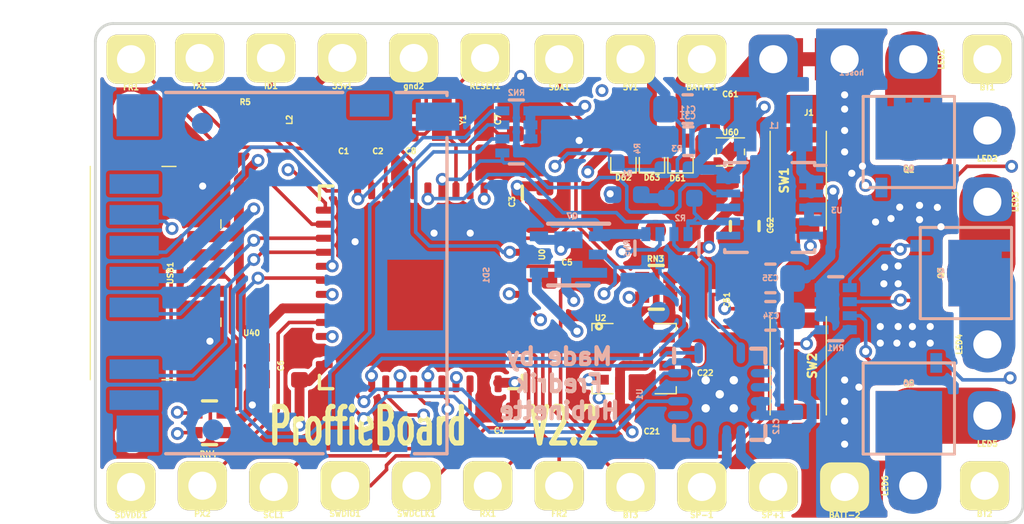
<source format=kicad_pcb>
(kicad_pcb (version 20171130) (host pcbnew 5.0.2-bee76a0~70~ubuntu18.04.1)

  (general
    (thickness 1.6)
    (drawings 10)
    (tracks 1157)
    (zones 0)
    (modules 90)
    (nets 78)
  )

  (page A4)
  (layers
    (0 F.Cu signal)
    (1 In1.Cu signal)
    (2 In2.Cu signal)
    (31 B.Cu signal)
    (32 B.Adhes user)
    (33 F.Adhes user)
    (34 B.Paste user)
    (35 F.Paste user)
    (36 B.SilkS user)
    (37 F.SilkS user)
    (38 B.Mask user)
    (39 F.Mask user)
    (40 Dwgs.User user hide)
    (41 Cmts.User user hide)
    (42 Eco1.User user hide)
    (43 Eco2.User user hide)
    (44 Edge.Cuts user)
    (45 Margin user)
    (46 B.CrtYd user)
    (47 F.CrtYd user)
    (48 B.Fab user)
    (49 F.Fab user)
  )

  (setup
    (last_trace_width 0.127)
    (trace_clearance 0.127)
    (zone_clearance 0.127)
    (zone_45_only yes)
    (trace_min 0.127)
    (segment_width 0.2)
    (edge_width 0.1)
    (via_size 0.4572)
    (via_drill 0.254)
    (via_min_size 0.4572)
    (via_min_drill 0.254)
    (uvia_size 0.3)
    (uvia_drill 0.1)
    (uvias_allowed no)
    (uvia_min_size 0.2)
    (uvia_min_drill 0.1)
    (pcb_text_width 0.3)
    (pcb_text_size 1.5 1.5)
    (mod_edge_width 0.15)
    (mod_text_size 0.2 0.2)
    (mod_text_width 0.05)
    (pad_size 0.2 0.2)
    (pad_drill 0)
    (pad_to_mask_clearance 0.03)
    (solder_mask_min_width 0.0635)
    (pad_to_paste_clearance -0.0125)
    (aux_axis_origin 0 0)
    (grid_origin 123.444 99.7585)
    (visible_elements FFFFFFFF)
    (pcbplotparams
      (layerselection 0x00030_80000001)
      (usegerberextensions false)
      (usegerberattributes false)
      (usegerberadvancedattributes false)
      (creategerberjobfile false)
      (excludeedgelayer true)
      (linewidth 0.100000)
      (plotframeref false)
      (viasonmask false)
      (mode 1)
      (useauxorigin false)
      (hpglpennumber 1)
      (hpglpenspeed 20)
      (hpglpendiameter 15.000000)
      (psnegative false)
      (psa4output false)
      (plotreference true)
      (plotvalue true)
      (plotinvisibletext false)
      (padsonsilk false)
      (subtractmaskfromsilk false)
      (outputformat 1)
      (mirror false)
      (drillshape 0)
      (scaleselection 1)
      (outputdirectory "V44"))
  )

  (net 0 "")
  (net 1 BATT+)
  (net 2 BATT-)
  (net 3 Button1)
  (net 4 Button2)
  (net 5 Button3)
  (net 6 GND)
  (net 7 "Net-(C1-Pad2)")
  (net 8 3.3v)
  (net 9 "Net-(C7-Pad1)")
  (net 10 "Net-(C8-Pad1)")
  (net 11 5v)
  (net 12 RESET)
  (net 13 "Net-(C61-Pad1)")
  (net 14 VBUS)
  (net 15 FREE1)
  (net 16 FREE2)
  (net 17 boost_en)
  (net 18 id-neopixel_data)
  (net 19 "Net-(LED1-Pad1)")
  (net 20 "Net-(LED2-Pad1)")
  (net 21 "Net-(LED3-Pad1)")
  (net 22 "Net-(LED4-Pad1)")
  (net 23 "Net-(LED5-Pad1)")
  (net 24 "Net-(LED6-Pad1)")
  (net 25 neopixel_data2)
  (net 26 CH1)
  (net 27 CH2)
  (net 28 CH3)
  (net 29 CH4)
  (net 30 CH5)
  (net 31 CH6)
  (net 32 SDA)
  (net 33 SCL)
  (net 34 DP)
  (net 35 DM)
  (net 36 BTN)
  (net 37 sd_en)
  (net 38 amp_en)
  (net 39 RX)
  (net 40 miso)
  (net 41 sclk)
  (net 42 mosi)
  (net 43 "Net-(SP+1-Pad1)")
  (net 44 "Net-(SP-1-Pad1)")
  (net 45 SWDCLK)
  (net 46 SWDIO)
  (net 47 TX)
  (net 48 INT)
  (net 49 I2S_LRCLK)
  (net 50 I2S_BCLK)
  (net 51 I2S_DATA)
  (net 52 "Net-(SD1-Pad8)")
  (net 53 "Net-(SD1-Pad9)")
  (net 54 "Net-(SD1-Pad10)")
  (net 55 "Net-(SD1-Pad11)")
  (net 56 "Net-(SD1-Pad1)")
  (net 57 "Net-(U1-Pad5)")
  (net 58 "Net-(U1-Pad6)")
  (net 59 "Net-(U1-Pad12)")
  (net 60 "Net-(U1-Pad13)")
  (net 61 "Net-(U2-Pad9)")
  (net 62 "Net-(U2-Pad10)")
  (net 63 "Net-(U2-Pad11)")
  (net 64 "Net-(USB1-Pad4)")
  (net 65 "Net-(C5-Pad1)")
  (net 66 "Net-(L1-Pad2)")
  (net 67 sd_power_en)
  (net 68 sd_vdd)
  (net 69 "Net-(RN4-Pad1)")
  (net 70 "Net-(RN4-Pad2)")
  (net 71 fb)
  (net 72 "Net-(U3-Pad6)")
  (net 73 "Net-(C31-Pad1)")
  (net 74 vtest)
  (net 75 "Net-(U0-Pad1)")
  (net 76 "Net-(R1-Pad2)")
  (net 77 "Net-(ID1-Pad1)")

  (net_class Default "This is the default net class."
    (clearance 0.127)
    (trace_width 0.127)
    (via_dia 0.4572)
    (via_drill 0.254)
    (uvia_dia 0.3)
    (uvia_drill 0.1)
    (add_net BTN)
    (add_net Button1)
    (add_net Button2)
    (add_net Button3)
    (add_net CH1)
    (add_net CH2)
    (add_net CH3)
    (add_net CH4)
    (add_net CH5)
    (add_net CH6)
    (add_net DM)
    (add_net DP)
    (add_net FREE1)
    (add_net FREE2)
    (add_net I2S_BCLK)
    (add_net I2S_DATA)
    (add_net I2S_LRCLK)
    (add_net INT)
    (add_net "Net-(C1-Pad2)")
    (add_net "Net-(C5-Pad1)")
    (add_net "Net-(C7-Pad1)")
    (add_net "Net-(C8-Pad1)")
    (add_net "Net-(ID1-Pad1)")
    (add_net "Net-(R1-Pad2)")
    (add_net "Net-(RN4-Pad1)")
    (add_net "Net-(RN4-Pad2)")
    (add_net "Net-(SD1-Pad1)")
    (add_net "Net-(SD1-Pad10)")
    (add_net "Net-(SD1-Pad11)")
    (add_net "Net-(SD1-Pad8)")
    (add_net "Net-(SD1-Pad9)")
    (add_net "Net-(U0-Pad1)")
    (add_net "Net-(U1-Pad12)")
    (add_net "Net-(U1-Pad13)")
    (add_net "Net-(U1-Pad5)")
    (add_net "Net-(U1-Pad6)")
    (add_net "Net-(U2-Pad10)")
    (add_net "Net-(U2-Pad11)")
    (add_net "Net-(U2-Pad9)")
    (add_net "Net-(U3-Pad6)")
    (add_net "Net-(USB1-Pad4)")
    (add_net RESET)
    (add_net RX)
    (add_net SCL)
    (add_net SDA)
    (add_net SWDCLK)
    (add_net SWDIO)
    (add_net TX)
    (add_net amp_en)
    (add_net boost_en)
    (add_net fb)
    (add_net id-neopixel_data)
    (add_net miso)
    (add_net mosi)
    (add_net neopixel_data2)
    (add_net sclk)
    (add_net sd_en)
    (add_net sd_power_en)
    (add_net vtest)
  )

  (net_class LED ""
    (clearance 0.2)
    (trace_width 2)
    (via_dia 0.6)
    (via_drill 0.4)
    (uvia_dia 0.3)
    (uvia_drill 0.1)
    (add_net "Net-(LED1-Pad1)")
    (add_net "Net-(LED2-Pad1)")
    (add_net "Net-(LED3-Pad1)")
    (add_net "Net-(LED4-Pad1)")
    (add_net "Net-(LED5-Pad1)")
    (add_net "Net-(LED6-Pad1)")
  )

  (net_class Power ""
    (clearance 0.127)
    (trace_width 0.35)
    (via_dia 0.4572)
    (via_drill 0.254)
    (uvia_dia 0.3)
    (uvia_drill 0.1)
    (add_net 3.3v)
    (add_net 5v)
    (add_net BATT+)
    (add_net BATT-)
    (add_net GND)
    (add_net "Net-(C31-Pad1)")
    (add_net "Net-(C61-Pad1)")
    (add_net "Net-(L1-Pad2)")
    (add_net "Net-(SP+1-Pad1)")
    (add_net "Net-(SP-1-Pad1)")
    (add_net VBUS)
    (add_net sd_vdd)
  )

  (module lightsaber_footprints:bridge (layer F.Cu) (tedit 5CFE18EC) (tstamp 5C497D53)
    (at 148.844 101.0285)
    (path /5CA3D54E)
    (fp_text reference J1 (at 0 1.905) (layer F.SilkS)
      (effects (font (size 0.2 0.2) (thickness 0.05)))
    )
    (fp_text value Conn_01x02 (at 0 -1.905) (layer F.Fab)
      (effects (font (size 0.2 0.2) (thickness 0.05)))
    )
    (pad 2 thru_hole custom (at 1.27 0) (size 1.75 1.75) (drill 1) (layers *.Cu *.Mask)
      (net 2 BATT-) (zone_connect 2)
      (options (clearance outline) (anchor circle))
      (primitives
        (gr_circle (center 0.5 0.5) (end 0.875 0.5) (width 0))
        (gr_circle (center -0.5 0.5) (end -0.125 0.5) (width 0))
        (gr_circle (center 0.5 -0.5) (end 0.875 -0.5) (width 0))
        (gr_circle (center -0.5 -0.5) (end -0.125 -0.5) (width 0))
        (gr_poly (pts
           (xy 0.5 0.875) (xy 0.875 0.5) (xy 0.875 -0.5) (xy 0.5 -0.875) (xy -0.5 -0.875)
           (xy -0.875 -0.5) (xy -0.875 0.5) (xy -0.5 0.875)) (width 0))
      ))
    (pad 2 connect rect (at 0.635 0) (size 0.85 1.5) (layers F.Cu F.Mask)
      (net 2 BATT-))
    (pad 1 connect rect (at -0.635 0) (size 0.85 1.5) (layers F.Cu F.Mask)
      (net 6 GND))
    (pad 3 smd rect (at 0 0) (size 0.51 0.5) (layers F.Cu F.Paste F.Mask))
    (pad 1 thru_hole custom (at -1.27 0) (size 1.75 1.75) (drill 1) (layers *.Cu *.Mask)
      (net 6 GND) (zone_connect 2)
      (options (clearance outline) (anchor circle))
      (primitives
        (gr_circle (center 0.5 0.5) (end 0.875 0.5) (width 0))
        (gr_circle (center -0.5 0.5) (end -0.125 0.5) (width 0))
        (gr_circle (center 0.5 -0.5) (end 0.875 -0.5) (width 0))
        (gr_circle (center -0.5 -0.5) (end -0.125 -0.5) (width 0))
        (gr_poly (pts
           (xy 0.5 0.875) (xy 0.875 0.5) (xy 0.875 -0.5) (xy 0.5 -0.875) (xy -0.5 -0.875)
           (xy -0.875 -0.5) (xy -0.875 0.5) (xy -0.5 0.875)) (width 0))
      ))
  )

  (module lightsaber_footprints:XDFN4 (layer F.Cu) (tedit 5CB3BDFD) (tstamp 5A43A6DF)
    (at 146.05 104.3305 90)
    (path /5A43905B)
    (fp_text reference U60 (at 0.7 0 180) (layer F.SilkS)
      (effects (font (size 0.2 0.2) (thickness 0.05)))
    )
    (fp_text value NCP177 (at 0 -0.7 90) (layer F.Fab) hide
      (effects (font (size 0.2 0.2) (thickness 0.05)))
    )
    (fp_line (start -0.5 -0.5) (end -0.5 0.1) (layer F.SilkS) (width 0.05))
    (fp_line (start 0.5 0.5) (end 0.5 -0.5) (layer F.SilkS) (width 0.05))
    (fp_line (start -0.1 0.5) (end 0.1 0.5) (layer F.SilkS) (width 0.05))
    (fp_line (start -0.1 -0.5) (end 0.1 -0.5) (layer F.SilkS) (width 0.05))
    (pad 1 smd custom (at -0.325 0.48 90) (size 0.26 0.24) (layers F.Cu F.Paste F.Mask)
      (net 8 3.3v) (zone_connect 0)
      (options (clearance outline) (anchor rect))
      (primitives
        (gr_poly (pts
           (xy -0.13 0.12) (xy 0.13 0.12) (xy 0.13 -0.12) (xy -0.02 -0.27) (xy -0.13 -0.27)
) (width 0))
      ))
    (pad 2 smd custom (at 0.325 0.48 270) (size 0.26 0.24) (layers F.Cu F.Paste F.Mask)
      (net 6 GND) (zone_connect 0)
      (options (clearance outline) (anchor rect))
      (primitives
        (gr_poly (pts
           (xy -0.13 -0.12) (xy 0.13 -0.12) (xy 0.13 0.12) (xy -0.02 0.27) (xy -0.13 0.27)
) (width 0))
      ))
    (pad 3 smd custom (at 0.325 -0.48 270) (size 0.26 0.24) (layers F.Cu F.Paste F.Mask)
      (net 13 "Net-(C61-Pad1)") (zone_connect 0)
      (options (clearance outline) (anchor rect))
      (primitives
        (gr_poly (pts
           (xy -0.13 0.12) (xy 0.13 0.12) (xy 0.13 -0.12) (xy -0.02 -0.27) (xy -0.13 -0.27)
) (width 0))
      ))
    (pad 4 smd custom (at -0.325 -0.48 90) (size 0.26 0.24) (layers F.Cu F.Paste F.Mask)
      (net 13 "Net-(C61-Pad1)") (zone_connect 0)
      (options (clearance outline) (anchor rect))
      (primitives
        (gr_poly (pts
           (xy -0.13 -0.12) (xy 0.13 -0.12) (xy 0.13 0.12) (xy -0.02 0.27) (xy -0.13 0.27)
) (width 0))
      ))
    (pad 5 smd rect (at 0 0 135) (size 0.52 0.52) (layers F.Cu F.Paste F.Mask)
      (net 6 GND))
    (model ${KISYS3DMOD}/Package_DFN_QFN.3dshapes/AMS_QFN-4-1EP_2x2mm_P0.95mm.step
      (at (xyz 0 0 0))
      (scale (xyz 0.5 0.5 0.5))
      (rotate (xyz 0 0 -90))
    )
  )

  (module Capacitor_SMD:C_0603_1608Metric (layer B.Cu) (tedit 5B301BBE) (tstamp 5C5CBA3E)
    (at 144.5515 103.9495 180)
    (descr "Capacitor SMD 0603 (1608 Metric), square (rectangular) end terminal, IPC_7351 nominal, (Body size source: http://www.tortai-tech.com/upload/download/2011102023233369053.pdf), generated with kicad-footprint-generator")
    (tags capacitor)
    (path /57B11B43)
    (attr smd)
    (fp_text reference C31 (at 0.0254 0.889 180) (layer B.SilkS)
      (effects (font (size 0.2 0.2) (thickness 0.05)) (justify mirror))
    )
    (fp_text value 22uF (at 0 -1.43 180) (layer B.Fab)
      (effects (font (size 0.2 0.2) (thickness 0.05)) (justify mirror))
    )
    (fp_line (start -0.8 -0.4) (end -0.8 0.4) (layer B.Fab) (width 0.1))
    (fp_line (start -0.8 0.4) (end 0.8 0.4) (layer B.Fab) (width 0.1))
    (fp_line (start 0.8 0.4) (end 0.8 -0.4) (layer B.Fab) (width 0.1))
    (fp_line (start 0.8 -0.4) (end -0.8 -0.4) (layer B.Fab) (width 0.1))
    (fp_line (start -0.162779 0.51) (end 0.162779 0.51) (layer B.SilkS) (width 0.12))
    (fp_line (start -0.162779 -0.51) (end 0.162779 -0.51) (layer B.SilkS) (width 0.12))
    (fp_line (start -1.48 -0.73) (end -1.48 0.73) (layer B.CrtYd) (width 0.05))
    (fp_line (start -1.48 0.73) (end 1.48 0.73) (layer B.CrtYd) (width 0.05))
    (fp_line (start 1.48 0.73) (end 1.48 -0.73) (layer B.CrtYd) (width 0.05))
    (fp_line (start 1.48 -0.73) (end -1.48 -0.73) (layer B.CrtYd) (width 0.05))
    (fp_text user %R (at 0 0 180) (layer B.Fab)
      (effects (font (size 0.2 0.2) (thickness 0.05)) (justify mirror))
    )
    (pad 1 smd roundrect (at -0.7875 0 180) (size 0.875 0.95) (layers B.Cu B.Paste B.Mask) (roundrect_rratio 0.25)
      (net 73 "Net-(C31-Pad1)"))
    (pad 2 smd roundrect (at 0.7875 0 180) (size 0.875 0.95) (layers B.Cu B.Paste B.Mask) (roundrect_rratio 0.25)
      (net 6 GND))
    (model ${KISYS3DMOD}/Capacitor_SMD.3dshapes/C_0603_1608Metric.wrl
      (at (xyz 0 0 0))
      (scale (xyz 1 1 1))
      (rotate (xyz 0 0 0))
    )
  )

  (module lightsaber_footprints:U-DFN2020-6 (layer B.Cu) (tedit 5C53ED36) (tstamp 5C4DA1BF)
    (at 140.2842 107.9881 180)
    (descr "6-Lead Plastic Dual Flat, No Lead Package (MA) - 2x2x0.9 mm Body [DFN] (see Microchip Packaging Specification 00000049BS.pdf)")
    (tags "DFN 0.65")
    (path /5C4B0C60)
    (attr smd)
    (fp_text reference Q7 (at -0.127 1.3716 180) (layer B.SilkS)
      (effects (font (size 0.2 0.2) (thickness 0.05)) (justify mirror))
    )
    (fp_text value DMP2075UFDB (at 0 -2.025 180) (layer B.Fab)
      (effects (font (size 0.2 0.2) (thickness 0.05)) (justify mirror))
    )
    (fp_line (start 0 1) (end 1 1) (layer B.Fab) (width 0.15))
    (fp_line (start 1 1) (end 1 -1) (layer B.Fab) (width 0.15))
    (fp_line (start 1 -1) (end -1 -1) (layer B.Fab) (width 0.15))
    (fp_line (start -1 -1) (end -1 0) (layer B.Fab) (width 0.15))
    (fp_line (start -1 0) (end 0 1) (layer B.Fab) (width 0.15))
    (fp_line (start -1.65 1.25) (end -1.65 -1.25) (layer B.CrtYd) (width 0.05))
    (fp_line (start 1.65 1.25) (end 1.65 -1.25) (layer B.CrtYd) (width 0.05))
    (fp_line (start -1.65 1.25) (end 1.65 1.25) (layer B.CrtYd) (width 0.05))
    (fp_line (start -1.65 -1.25) (end 1.65 -1.25) (layer B.CrtYd) (width 0.05))
    (fp_line (start -0.725 -1.1) (end 0.725 -1.1) (layer B.SilkS) (width 0.15))
    (fp_line (start -1.45 1.1) (end 0.725 1.1) (layer B.SilkS) (width 0.15))
    (pad 1 smd rect (at -1.05 0.65 180) (size 0.65 0.35) (layers B.Cu B.Paste B.Mask)
      (net 8 3.3v))
    (pad 2 smd rect (at -1.05 0 180) (size 0.65 0.35) (layers B.Cu B.Paste B.Mask)
      (net 67 sd_power_en))
    (pad 3 smd rect (at -1.05 -0.65 180) (size 0.65 0.35) (layers B.Cu B.Paste B.Mask)
      (net 1 BATT+))
    (pad 4 smd rect (at 1.05 -0.65 180) (size 0.65 0.35) (layers B.Cu B.Paste B.Mask)
      (net 73 "Net-(C31-Pad1)"))
    (pad 5 smd rect (at 1.05 0 180) (size 0.65 0.35) (layers B.Cu B.Paste B.Mask)
      (net 6 GND))
    (pad 6 smd rect (at 1.05 0.65 180) (size 0.65 0.35) (layers B.Cu B.Paste B.Mask)
      (net 68 sd_vdd))
    (pad 3 smd rect (at 0 -0.525 180) (size 1 0.6) (layers B.Cu B.Paste B.Mask)
      (net 1 BATT+) (solder_paste_margin_ratio -0.2))
    (pad 6 smd rect (at 0 0.525 180) (size 1 0.6) (layers B.Cu B.Paste B.Mask)
      (net 68 sd_vdd) (solder_paste_margin_ratio -0.2))
    (model ${KISYS3DMOD}/Package_DFN_QFN.3dshapes/DFN-6-1EP_2x2mm_P0.65mm_EP1x1.6mm.step
      (at (xyz 0 0 0))
      (scale (xyz 1 1 1))
      (rotate (xyz 0 0 0))
    )
  )

  (module lightsaber_footprints:2520 (layer B.Cu) (tedit 5C53E932) (tstamp 5C4EA257)
    (at 147.574 103.3145)
    (path /57B148C0)
    (fp_text reference L1 (at 0.0254 0.0762) (layer B.SilkS)
      (effects (font (size 0.2 0.2) (thickness 0.05)) (justify mirror))
    )
    (fp_text value "1.0 uH 4A" (at 0 0.5) (layer B.Fab)
      (effects (font (size 0.2 0.2) (thickness 0.05)) (justify mirror))
    )
    (pad 1 smd rect (at -1 0) (size 0.8 2) (layers B.Cu B.Paste B.Mask)
      (net 73 "Net-(C31-Pad1)"))
    (pad 2 smd rect (at 1 0) (size 0.8 2) (layers B.Cu B.Paste B.Mask)
      (net 66 "Net-(L1-Pad2)"))
    (model ${KISYS3DMOD}/Inductor_SMD.3dshapes/L_0805_2012Metric.wrl
      (at (xyz 0 0 0))
      (scale (xyz 1 1.1 0.8))
      (rotate (xyz 0 0 0))
    )
  )

  (module lightsaber_footprints:uQFN6 (layer F.Cu) (tedit 5C53EBBF) (tstamp 5A43A6CA)
    (at 129.032 111.9505)
    (path /5A3CE13B)
    (fp_text reference U40 (at -0.0254 -1.1684) (layer F.SilkS)
      (effects (font (size 0.2 0.2) (thickness 0.05)))
    )
    (fp_text value HSP061-2M6 (at -0.025 -0.9) (layer F.Fab) hide
      (effects (font (size 0.2 0.2) (thickness 0.05)))
    )
    (pad 5 smd rect (at 0 -0.475) (size 0.25 0.65) (layers F.Cu F.Paste F.Mask)
      (net 14 VBUS))
    (pad 2 smd rect (at 0 0.475) (size 0.25 0.65) (layers F.Cu F.Paste F.Mask)
      (net 6 GND))
    (pad 4 smd rect (at 0.5 -0.475) (size 0.25 0.65) (layers F.Cu F.Paste F.Mask)
      (net 69 "Net-(RN4-Pad1)"))
    (pad 6 smd rect (at -0.5 -0.475) (size 0.25 0.65) (layers F.Cu F.Paste F.Mask)
      (net 70 "Net-(RN4-Pad2)"))
    (pad 1 smd rect (at -0.5 0.475) (size 0.25 0.65) (layers F.Cu F.Paste F.Mask)
      (net 70 "Net-(RN4-Pad2)"))
    (pad 3 smd rect (at 0.5 0.475) (size 0.25 0.65) (layers F.Cu F.Paste F.Mask)
      (net 69 "Net-(RN4-Pad1)"))
    (model ${KISYS3DMOD}/Package_DFN_QFN.3dshapes/DFN-6-1EP_2x2mm_P0.65mm_EP1x1.6mm.step
      (at (xyz 0 0 0))
      (scale (xyz 0.5 0.75 0.5))
      (rotate (xyz 0 0 90))
    )
  )

  (module lightsaber_footprints:ST2012SB (layer F.Cu) (tedit 5C53D731) (tstamp 5C4D6A15)
    (at 136.5286 103.1875 180)
    (path /5A399224)
    (fp_text reference Y1 (at 0 0 270) (layer F.SilkS)
      (effects (font (size 0.2 0.2) (thickness 0.05)))
    )
    (fp_text value "ST2012SB 4pF" (at 0 -0.9 180) (layer F.Fab) hide
      (effects (font (size 0.2 0.2) (thickness 0.05)))
    )
    (pad 2 smd rect (at 0.75 0 180) (size 0.7 1.5) (layers F.Cu F.Paste F.Mask)
      (net 10 "Net-(C8-Pad1)"))
    (pad 1 smd rect (at -0.75 0 180) (size 0.7 1.5) (layers F.Cu F.Paste F.Mask)
      (net 9 "Net-(C7-Pad1)"))
    (model ${KISYS3DMOD}/Crystal.3dshapes/Crystal_SMD_SeikoEpson_FA238V-4Pin_3.2x2.5mm.step
      (at (xyz 0 0 0))
      (scale (xyz 0.5 0.4 0.7))
      (rotate (xyz 0 0 0))
    )
  )

  (module lightsaber_footprints:LGA-14L (layer F.Cu) (tedit 5C53D684) (tstamp 5A43A6C0)
    (at 142.621 111.6965)
    (path /57DBA814)
    (fp_text reference U2 (at -1.1938 -1.4478) (layer F.SilkS)
      (effects (font (size 0.2 0.2) (thickness 0.05)))
    )
    (fp_text value LSM6DS3H (at 0 -0.3) (layer F.Fab)
      (effects (font (size 0.2 0.2) (thickness 0.05)))
    )
    (fp_circle (center -1.25 -1.15) (end -1.15 -1.15) (layer F.SilkS) (width 0.1))
    (fp_line (start -1.5 -1.25) (end -0.75 -1.25) (layer F.SilkS) (width 0.05))
    (fp_line (start -1.5 -1) (end -1.5 -1.25) (layer F.SilkS) (width 0.05))
    (fp_line (start 1.5 -1.25) (end 1.5 -1) (layer F.SilkS) (width 0.05))
    (fp_line (start 0.75 -1.25) (end 1.5 -1.25) (layer F.SilkS) (width 0.05))
    (fp_line (start 1.5 1.25) (end 1.5 1) (layer F.SilkS) (width 0.05))
    (fp_line (start 0.75 1.25) (end 1.5 1.25) (layer F.SilkS) (width 0.05))
    (fp_line (start -1.5 1.25) (end -1.5 1) (layer F.SilkS) (width 0.05))
    (fp_line (start -0.75 1.25) (end -1.5 1.25) (layer F.SilkS) (width 0.05))
    (pad 14 smd rect (at -0.5 -0.925) (size 0.35 0.55) (layers F.Cu F.Paste F.Mask)
      (net 32 SDA) (solder_paste_margin -0.0125))
    (pad 13 smd rect (at 0 -0.925) (size 0.35 0.55) (layers F.Cu F.Paste F.Mask)
      (net 33 SCL) (solder_paste_margin -0.0125))
    (pad 12 smd rect (at 0.5 -0.925) (size 0.35 0.55) (layers F.Cu F.Paste F.Mask)
      (net 8 3.3v) (solder_paste_margin -0.0125))
    (pad 11 smd rect (at 1.175 -0.75) (size 0.55 0.35) (layers F.Cu F.Paste F.Mask)
      (net 63 "Net-(U2-Pad11)") (solder_paste_margin -0.0125))
    (pad 10 smd rect (at 1.175 -0.25) (size 0.55 0.35) (layers F.Cu F.Paste F.Mask)
      (net 62 "Net-(U2-Pad10)") (solder_paste_margin -0.0125))
    (pad 9 smd rect (at 1.175 0.25) (size 0.55 0.35) (layers F.Cu F.Paste F.Mask)
      (net 61 "Net-(U2-Pad9)") (solder_paste_margin -0.0125))
    (pad 8 smd rect (at 1.175 0.75) (size 0.55 0.35) (layers F.Cu F.Paste F.Mask)
      (net 8 3.3v) (solder_paste_margin -0.0125))
    (pad 7 smd rect (at 0.5 0.925) (size 0.35 0.55) (layers F.Cu F.Paste F.Mask)
      (net 6 GND) (solder_paste_margin -0.0125))
    (pad 6 smd rect (at 0 0.925) (size 0.35 0.55) (layers F.Cu F.Paste F.Mask)
      (net 6 GND) (solder_paste_margin -0.0125))
    (pad 5 smd rect (at -0.5 0.925) (size 0.35 0.55) (layers F.Cu F.Paste F.Mask)
      (net 8 3.3v) (solder_paste_margin -0.0125))
    (pad 4 smd rect (at -1.175 0.75) (size 0.55 0.35) (layers F.Cu F.Paste F.Mask)
      (net 48 INT) (solder_paste_margin -0.0125))
    (pad 3 smd rect (at -1.175 0.25) (size 0.55 0.35) (layers F.Cu F.Paste F.Mask)
      (net 6 GND) (solder_paste_margin -0.0125))
    (pad 2 smd rect (at -1.175 -0.25) (size 0.55 0.35) (layers F.Cu F.Paste F.Mask)
      (net 6 GND) (solder_paste_margin -0.0125))
    (pad 1 smd rect (at -1.175 -0.75) (size 0.55 0.35) (layers F.Cu F.Paste F.Mask)
      (net 6 GND) (solder_paste_margin -0.0125))
    (model ${KISYS3DMOD}/Package_LGA.3dshapes/Bosch_LGA-14_3x2.5mm_P0.5mm.wrl
      (at (xyz 0 0 0))
      (scale (xyz 1 1 1))
      (rotate (xyz 0 0 0))
    )
  )

  (module lightsaber_footprints:SOD882D (layer F.Cu) (tedit 5C53D7CD) (tstamp 5A43A478)
    (at 144.272 104.3305 90)
    (path /5A39B34D)
    (fp_text reference D61 (at -0.9398 -0.1016 180) (layer F.SilkS)
      (effects (font (size 0.2 0.2) (thickness 0.05)))
    )
    (fp_text value PMEG2005ELD (at 0.3 -0.5 90) (layer F.Fab) hide
      (effects (font (size 0.2 0.2) (thickness 0.05)))
    )
    (fp_line (start -0.75 0.45) (end -0.2 0.45) (layer F.SilkS) (width 0.05))
    (fp_line (start -0.75 -0.45) (end -0.75 0.45) (layer F.SilkS) (width 0.05))
    (fp_line (start -0.2 -0.45) (end -0.75 -0.45) (layer F.SilkS) (width 0.05))
    (pad 1 smd rect (at -0.4 0 90) (size 0.5 0.7) (layers F.Cu F.Paste F.Mask)
      (net 13 "Net-(C61-Pad1)") (solder_mask_margin 0.05) (solder_paste_margin -0.05))
    (pad 2 smd rect (at 0.4 0 90) (size 0.5 0.7) (layers F.Cu F.Paste F.Mask)
      (net 1 BATT+) (solder_mask_margin 0.05) (solder_paste_margin -0.05))
    (model ${KISYS3DMOD}/Diode_SMD.3dshapes/D_SMB.step
      (at (xyz 0 0 0))
      (scale (xyz 0.17 0.17 0.17))
      (rotate (xyz 0 0 0))
    )
  )

  (module lightsaber_footprints:SOD882D (layer F.Cu) (tedit 5C53D7CD) (tstamp 5A43A481)
    (at 142.24 104.3305 90)
    (path /5A408172)
    (fp_text reference D62 (at -0.9144 0 180) (layer F.SilkS)
      (effects (font (size 0.2 0.2) (thickness 0.05)))
    )
    (fp_text value PMEG2005ELD (at 0.3 -0.5 90) (layer F.Fab) hide
      (effects (font (size 0.2 0.2) (thickness 0.05)))
    )
    (fp_line (start -0.75 0.45) (end -0.2 0.45) (layer F.SilkS) (width 0.05))
    (fp_line (start -0.75 -0.45) (end -0.75 0.45) (layer F.SilkS) (width 0.05))
    (fp_line (start -0.2 -0.45) (end -0.75 -0.45) (layer F.SilkS) (width 0.05))
    (pad 1 smd rect (at -0.4 0 90) (size 0.5 0.7) (layers F.Cu F.Paste F.Mask)
      (net 13 "Net-(C61-Pad1)") (solder_mask_margin 0.05) (solder_paste_margin -0.05))
    (pad 2 smd rect (at 0.4 0 90) (size 0.5 0.7) (layers F.Cu F.Paste F.Mask)
      (net 14 VBUS) (solder_mask_margin 0.05) (solder_paste_margin -0.05))
    (model ${KISYS3DMOD}/Diode_SMD.3dshapes/D_SMB.step
      (at (xyz 0 0 0))
      (scale (xyz 0.17 0.17 0.17))
      (rotate (xyz 0 0 0))
    )
  )

  (module lightsaber_footprints:SOD882D (layer F.Cu) (tedit 5C53D7CD) (tstamp 5A43A48A)
    (at 143.256 104.3305 90)
    (path /5A39B4D2)
    (fp_text reference D63 (at -0.9144 0 180) (layer F.SilkS)
      (effects (font (size 0.2 0.2) (thickness 0.05)))
    )
    (fp_text value PMEG2005ELD (at 0.3 -0.5 90) (layer F.Fab) hide
      (effects (font (size 0.2 0.2) (thickness 0.05)))
    )
    (fp_line (start -0.75 0.45) (end -0.2 0.45) (layer F.SilkS) (width 0.05))
    (fp_line (start -0.75 -0.45) (end -0.75 0.45) (layer F.SilkS) (width 0.05))
    (fp_line (start -0.2 -0.45) (end -0.75 -0.45) (layer F.SilkS) (width 0.05))
    (pad 1 smd rect (at -0.4 0 90) (size 0.5 0.7) (layers F.Cu F.Paste F.Mask)
      (net 13 "Net-(C61-Pad1)") (solder_mask_margin 0.05) (solder_paste_margin -0.05))
    (pad 2 smd rect (at 0.4 0 90) (size 0.5 0.7) (layers F.Cu F.Paste F.Mask)
      (net 11 5v) (solder_mask_margin 0.05) (solder_paste_margin -0.05))
    (model ${KISYS3DMOD}/Diode_SMD.3dshapes/D_SMB.step
      (at (xyz 0 0 0))
      (scale (xyz 0.17 0.17 0.17))
      (rotate (xyz 0 0 0))
    )
  )

  (module lightsaber_footprints:DMG7430LFG (layer F.Cu) (tedit 5C53D594) (tstamp 5C480539)
    (at 152.4 103.9765)
    (path /57C7E089)
    (fp_text reference Q1 (at 0 0.989) (layer F.SilkS)
      (effects (font (size 0.2 0.2) (thickness 0.05)))
    )
    (fp_text value Q_NMOS_DGS (at 0 -0.75) (layer F.Fab) hide
      (effects (font (size 0.2 0.2) (thickness 0.05)))
    )
    (fp_line (start -1.625 -1.625) (end -1.625 1.625) (layer F.SilkS) (width 0.1))
    (fp_line (start 1.625 -1.625) (end -1.625 -1.625) (layer F.SilkS) (width 0.1))
    (fp_line (start 1.625 1.625) (end 1.625 -1.625) (layer F.SilkS) (width 0.1))
    (fp_line (start -1.625 1.625) (end 1.625 1.625) (layer F.SilkS) (width 0.1))
    (pad 1 smd rect (at 0 -0.325) (size 2.37 1.9) (layers F.Cu F.Paste F.Mask)
      (net 19 "Net-(LED1-Pad1)") (solder_paste_margin -0.1))
    (pad 1 smd rect (at -0.975 -1.3) (size 0.42 0.7) (layers F.Cu F.Paste F.Mask)
      (net 19 "Net-(LED1-Pad1)"))
    (pad 1 smd rect (at -0.325 -1.3) (size 0.42 0.7) (layers F.Cu F.Paste F.Mask)
      (net 19 "Net-(LED1-Pad1)"))
    (pad 1 smd rect (at 0.325 -1.3) (size 0.42 0.7) (layers F.Cu F.Paste F.Mask)
      (net 19 "Net-(LED1-Pad1)"))
    (pad 1 smd rect (at 0.975 -1.3) (size 0.42 0.7) (layers F.Cu F.Paste F.Mask)
      (net 19 "Net-(LED1-Pad1)"))
    (pad 2 smd rect (at 0.975 1.625) (size 0.42 0.7) (layers F.Cu F.Paste F.Mask)
      (net 26 CH1))
    (pad 3 smd rect (at 0.325 1.625) (size 0.42 0.7) (layers F.Cu F.Paste F.Mask)
      (net 2 BATT-))
    (pad 3 smd rect (at -0.325 1.625) (size 0.42 0.7) (layers F.Cu F.Paste F.Mask)
      (net 2 BATT-))
    (pad 3 smd rect (at -0.975 1.625) (size 0.42 0.7) (layers F.Cu F.Paste F.Mask)
      (net 2 BATT-))
    (model ${KISYS3DMOD}/Package_DFN_QFN.3dshapes/DFN-8-1EP_3x3mm_P0.65mm_EP1.55x2.4mm.step
      (at (xyz 0 0 0))
      (scale (xyz 1 1 1))
      (rotate (xyz 0 0 90))
    )
  )

  (module lightsaber_footprints:DMG7430LFG (layer B.Cu) (tedit 5C53D594) (tstamp 5C480DDC)
    (at 152.4 103.9765 180)
    (path /57C7EA28)
    (fp_text reference Q2 (at 0 -0.9382 180) (layer B.SilkS)
      (effects (font (size 0.2 0.2) (thickness 0.05)) (justify mirror))
    )
    (fp_text value Q_NMOS_DGS (at 0 0.75 180) (layer B.Fab) hide
      (effects (font (size 0.2 0.2) (thickness 0.05)) (justify mirror))
    )
    (fp_line (start -1.625 1.625) (end -1.625 -1.625) (layer B.SilkS) (width 0.1))
    (fp_line (start 1.625 1.625) (end -1.625 1.625) (layer B.SilkS) (width 0.1))
    (fp_line (start 1.625 -1.625) (end 1.625 1.625) (layer B.SilkS) (width 0.1))
    (fp_line (start -1.625 -1.625) (end 1.625 -1.625) (layer B.SilkS) (width 0.1))
    (pad 1 smd rect (at 0 0.325 180) (size 2.37 1.9) (layers B.Cu B.Paste B.Mask)
      (net 20 "Net-(LED2-Pad1)") (solder_paste_margin -0.1))
    (pad 1 smd rect (at -0.975 1.3 180) (size 0.42 0.7) (layers B.Cu B.Paste B.Mask)
      (net 20 "Net-(LED2-Pad1)"))
    (pad 1 smd rect (at -0.325 1.3 180) (size 0.42 0.7) (layers B.Cu B.Paste B.Mask)
      (net 20 "Net-(LED2-Pad1)"))
    (pad 1 smd rect (at 0.325 1.3 180) (size 0.42 0.7) (layers B.Cu B.Paste B.Mask)
      (net 20 "Net-(LED2-Pad1)"))
    (pad 1 smd rect (at 0.975 1.3 180) (size 0.42 0.7) (layers B.Cu B.Paste B.Mask)
      (net 20 "Net-(LED2-Pad1)"))
    (pad 2 smd rect (at 0.975 -1.625 180) (size 0.42 0.7) (layers B.Cu B.Paste B.Mask)
      (net 27 CH2))
    (pad 3 smd rect (at 0.325 -1.625 180) (size 0.42 0.7) (layers B.Cu B.Paste B.Mask)
      (net 2 BATT-))
    (pad 3 smd rect (at -0.325 -1.625 180) (size 0.42 0.7) (layers B.Cu B.Paste B.Mask)
      (net 2 BATT-))
    (pad 3 smd rect (at -0.975 -1.625 180) (size 0.42 0.7) (layers B.Cu B.Paste B.Mask)
      (net 2 BATT-))
    (model ${KISYS3DMOD}/Package_DFN_QFN.3dshapes/DFN-8-1EP_3x3mm_P0.65mm_EP1.55x2.4mm.step
      (at (xyz 0 0 0))
      (scale (xyz 1 1 1))
      (rotate (xyz 0 0 90))
    )
  )

  (module lightsaber_footprints:DMG7430LFG (layer F.Cu) (tedit 5C53D594) (tstamp 5A43A518)
    (at 154.432 108.6485 270)
    (path /57C7E919)
    (fp_text reference Q3 (at 0 0.889 270) (layer F.SilkS)
      (effects (font (size 0.2 0.2) (thickness 0.05)))
    )
    (fp_text value Q_NMOS_DGS (at 0 -0.75 270) (layer F.Fab) hide
      (effects (font (size 0.2 0.2) (thickness 0.05)))
    )
    (fp_line (start -1.625 -1.625) (end -1.625 1.625) (layer F.SilkS) (width 0.1))
    (fp_line (start 1.625 -1.625) (end -1.625 -1.625) (layer F.SilkS) (width 0.1))
    (fp_line (start 1.625 1.625) (end 1.625 -1.625) (layer F.SilkS) (width 0.1))
    (fp_line (start -1.625 1.625) (end 1.625 1.625) (layer F.SilkS) (width 0.1))
    (pad 1 smd rect (at 0 -0.325 270) (size 2.37 1.9) (layers F.Cu F.Paste F.Mask)
      (net 21 "Net-(LED3-Pad1)") (solder_paste_margin -0.1))
    (pad 1 smd rect (at -0.975 -1.3 270) (size 0.42 0.7) (layers F.Cu F.Paste F.Mask)
      (net 21 "Net-(LED3-Pad1)"))
    (pad 1 smd rect (at -0.325 -1.3 270) (size 0.42 0.7) (layers F.Cu F.Paste F.Mask)
      (net 21 "Net-(LED3-Pad1)"))
    (pad 1 smd rect (at 0.325 -1.3 270) (size 0.42 0.7) (layers F.Cu F.Paste F.Mask)
      (net 21 "Net-(LED3-Pad1)"))
    (pad 1 smd rect (at 0.975 -1.3 270) (size 0.42 0.7) (layers F.Cu F.Paste F.Mask)
      (net 21 "Net-(LED3-Pad1)"))
    (pad 2 smd rect (at 0.975 1.625 270) (size 0.42 0.7) (layers F.Cu F.Paste F.Mask)
      (net 28 CH3))
    (pad 3 smd rect (at 0.325 1.625 270) (size 0.42 0.7) (layers F.Cu F.Paste F.Mask)
      (net 2 BATT-))
    (pad 3 smd rect (at -0.325 1.625 270) (size 0.42 0.7) (layers F.Cu F.Paste F.Mask)
      (net 2 BATT-))
    (pad 3 smd rect (at -0.975 1.625 270) (size 0.42 0.7) (layers F.Cu F.Paste F.Mask)
      (net 2 BATT-))
    (model ${KISYS3DMOD}/Package_DFN_QFN.3dshapes/DFN-8-1EP_3x3mm_P0.65mm_EP1.55x2.4mm.step
      (at (xyz 0 0 0))
      (scale (xyz 1 1 1))
      (rotate (xyz 0 0 90))
    )
  )

  (module lightsaber_footprints:DMG7430LFG (layer B.Cu) (tedit 5C53D594) (tstamp 5A43A529)
    (at 154.432 108.6485 90)
    (path /57F39E69)
    (fp_text reference Q4 (at 0 -0.889 90) (layer B.SilkS)
      (effects (font (size 0.2 0.2) (thickness 0.05)) (justify mirror))
    )
    (fp_text value Q_NMOS_DGS (at 0 0.75 90) (layer B.Fab) hide
      (effects (font (size 0.2 0.2) (thickness 0.05)) (justify mirror))
    )
    (fp_line (start -1.625 1.625) (end -1.625 -1.625) (layer B.SilkS) (width 0.1))
    (fp_line (start 1.625 1.625) (end -1.625 1.625) (layer B.SilkS) (width 0.1))
    (fp_line (start 1.625 -1.625) (end 1.625 1.625) (layer B.SilkS) (width 0.1))
    (fp_line (start -1.625 -1.625) (end 1.625 -1.625) (layer B.SilkS) (width 0.1))
    (pad 1 smd rect (at 0 0.325 90) (size 2.37 1.9) (layers B.Cu B.Paste B.Mask)
      (net 22 "Net-(LED4-Pad1)") (solder_paste_margin -0.1))
    (pad 1 smd rect (at -0.975 1.3 90) (size 0.42 0.7) (layers B.Cu B.Paste B.Mask)
      (net 22 "Net-(LED4-Pad1)"))
    (pad 1 smd rect (at -0.325 1.3 90) (size 0.42 0.7) (layers B.Cu B.Paste B.Mask)
      (net 22 "Net-(LED4-Pad1)"))
    (pad 1 smd rect (at 0.325 1.3 90) (size 0.42 0.7) (layers B.Cu B.Paste B.Mask)
      (net 22 "Net-(LED4-Pad1)"))
    (pad 1 smd rect (at 0.975 1.3 90) (size 0.42 0.7) (layers B.Cu B.Paste B.Mask)
      (net 22 "Net-(LED4-Pad1)"))
    (pad 2 smd rect (at 0.975 -1.625 90) (size 0.42 0.7) (layers B.Cu B.Paste B.Mask)
      (net 29 CH4))
    (pad 3 smd rect (at 0.325 -1.625 90) (size 0.42 0.7) (layers B.Cu B.Paste B.Mask)
      (net 2 BATT-))
    (pad 3 smd rect (at -0.325 -1.625 90) (size 0.42 0.7) (layers B.Cu B.Paste B.Mask)
      (net 2 BATT-))
    (pad 3 smd rect (at -0.975 -1.625 90) (size 0.42 0.7) (layers B.Cu B.Paste B.Mask)
      (net 2 BATT-))
    (model ${KISYS3DMOD}/Package_DFN_QFN.3dshapes/DFN-8-1EP_3x3mm_P0.65mm_EP1.55x2.4mm.step
      (at (xyz 0 0 0))
      (scale (xyz 1 1 1))
      (rotate (xyz 0 0 90))
    )
  )

  (module lightsaber_footprints:DMG7430LFG (layer F.Cu) (tedit 5C53D594) (tstamp 5C480BE9)
    (at 152.4 113.4745 180)
    (path /57F39E75)
    (fp_text reference Q5 (at 0 0.889 180) (layer F.SilkS)
      (effects (font (size 0.2 0.2) (thickness 0.05)))
    )
    (fp_text value Q_NMOS_DGS (at 0 -0.75 180) (layer F.Fab) hide
      (effects (font (size 0.2 0.2) (thickness 0.05)))
    )
    (fp_line (start -1.625 -1.625) (end -1.625 1.625) (layer F.SilkS) (width 0.1))
    (fp_line (start 1.625 -1.625) (end -1.625 -1.625) (layer F.SilkS) (width 0.1))
    (fp_line (start 1.625 1.625) (end 1.625 -1.625) (layer F.SilkS) (width 0.1))
    (fp_line (start -1.625 1.625) (end 1.625 1.625) (layer F.SilkS) (width 0.1))
    (pad 1 smd rect (at 0 -0.325 180) (size 2.37 1.9) (layers F.Cu F.Paste F.Mask)
      (net 23 "Net-(LED5-Pad1)") (solder_paste_margin -0.1))
    (pad 1 smd rect (at -0.975 -1.3 180) (size 0.42 0.7) (layers F.Cu F.Paste F.Mask)
      (net 23 "Net-(LED5-Pad1)"))
    (pad 1 smd rect (at -0.325 -1.3 180) (size 0.42 0.7) (layers F.Cu F.Paste F.Mask)
      (net 23 "Net-(LED5-Pad1)"))
    (pad 1 smd rect (at 0.325 -1.3 180) (size 0.42 0.7) (layers F.Cu F.Paste F.Mask)
      (net 23 "Net-(LED5-Pad1)"))
    (pad 1 smd rect (at 0.975 -1.3 180) (size 0.42 0.7) (layers F.Cu F.Paste F.Mask)
      (net 23 "Net-(LED5-Pad1)"))
    (pad 2 smd rect (at 0.975 1.625 180) (size 0.42 0.7) (layers F.Cu F.Paste F.Mask)
      (net 30 CH5))
    (pad 3 smd rect (at 0.325 1.625 180) (size 0.42 0.7) (layers F.Cu F.Paste F.Mask)
      (net 2 BATT-))
    (pad 3 smd rect (at -0.325 1.625 180) (size 0.42 0.7) (layers F.Cu F.Paste F.Mask)
      (net 2 BATT-))
    (pad 3 smd rect (at -0.975 1.625 180) (size 0.42 0.7) (layers F.Cu F.Paste F.Mask)
      (net 2 BATT-))
    (model ${KISYS3DMOD}/Package_DFN_QFN.3dshapes/DFN-8-1EP_3x3mm_P0.65mm_EP1.55x2.4mm.step
      (at (xyz 0 0 0))
      (scale (xyz 1 1 1))
      (rotate (xyz 0 0 90))
    )
  )

  (module lightsaber_footprints:DMG7430LFG (layer B.Cu) (tedit 5C53D594) (tstamp 5C48298D)
    (at 152.4 113.4745)
    (path /57F39E6F)
    (fp_text reference Q6 (at 0 -0.9144) (layer B.SilkS)
      (effects (font (size 0.2 0.2) (thickness 0.05)) (justify mirror))
    )
    (fp_text value Q_NMOS_DGS (at 0 0.75) (layer B.Fab) hide
      (effects (font (size 0.2 0.2) (thickness 0.05)) (justify mirror))
    )
    (fp_line (start -1.625 1.625) (end -1.625 -1.625) (layer B.SilkS) (width 0.1))
    (fp_line (start 1.625 1.625) (end -1.625 1.625) (layer B.SilkS) (width 0.1))
    (fp_line (start 1.625 -1.625) (end 1.625 1.625) (layer B.SilkS) (width 0.1))
    (fp_line (start -1.625 -1.625) (end 1.625 -1.625) (layer B.SilkS) (width 0.1))
    (pad 1 smd rect (at 0 0.325) (size 2.37 1.9) (layers B.Cu B.Paste B.Mask)
      (net 24 "Net-(LED6-Pad1)") (solder_paste_margin -0.1))
    (pad 1 smd rect (at -0.975 1.3) (size 0.42 0.7) (layers B.Cu B.Paste B.Mask)
      (net 24 "Net-(LED6-Pad1)"))
    (pad 1 smd rect (at -0.325 1.3) (size 0.42 0.7) (layers B.Cu B.Paste B.Mask)
      (net 24 "Net-(LED6-Pad1)"))
    (pad 1 smd rect (at 0.325 1.3) (size 0.42 0.7) (layers B.Cu B.Paste B.Mask)
      (net 24 "Net-(LED6-Pad1)"))
    (pad 1 smd rect (at 0.975 1.3) (size 0.42 0.7) (layers B.Cu B.Paste B.Mask)
      (net 24 "Net-(LED6-Pad1)"))
    (pad 2 smd rect (at 0.975 -1.625) (size 0.42 0.7) (layers B.Cu B.Paste B.Mask)
      (net 31 CH6))
    (pad 3 smd rect (at 0.325 -1.625) (size 0.42 0.7) (layers B.Cu B.Paste B.Mask)
      (net 2 BATT-))
    (pad 3 smd rect (at -0.325 -1.625) (size 0.42 0.7) (layers B.Cu B.Paste B.Mask)
      (net 2 BATT-))
    (pad 3 smd rect (at -0.975 -1.625) (size 0.42 0.7) (layers B.Cu B.Paste B.Mask)
      (net 2 BATT-))
    (model ${KISYS3DMOD}/Package_DFN_QFN.3dshapes/DFN-8-1EP_3x3mm_P0.65mm_EP1.55x2.4mm.step
      (at (xyz 0 0 0))
      (scale (xyz 1 1 1))
      (rotate (xyz 0 0 90))
    )
  )

  (module lightsaber_footprints:10118192 (layer F.Cu) (tedit 5C53D2EF) (tstamp 5A43C24E)
    (at 124.714 108.6485 270)
    (path /5A3C823A)
    (fp_text reference USB1 (at 0 -1.4 270) (layer F.SilkS)
      (effects (font (size 0.2 0.2) (thickness 0.05)))
    )
    (fp_text value USB_OTG (at 0 -0.5 270) (layer F.Fab) hide
      (effects (font (size 0.2 0.2) (thickness 0.05)))
    )
    (fp_line (start -3.8 -1.6) (end -3.8 -1.1) (layer F.SilkS) (width 0.05))
    (fp_line (start -1.9 -3.2) (end -1.6 -3.2) (layer F.SilkS) (width 0.05))
    (fp_line (start 1.6 -3.2) (end 1.9 -3.2) (layer F.SilkS) (width 0.05))
    (fp_line (start 3.8 -1.6) (end 3.8 -1.1) (layer F.SilkS) (width 0.05))
    (fp_line (start 3.8 1.45) (end -3.8 1.45) (layer F.SilkS) (width 0.05))
    (pad 6 smd rect (at -3.1 -2.55 270) (size 2.1 1.6) (layers F.Cu F.Paste F.Mask)
      (net 6 GND))
    (pad 3 smd rect (at 0 -2.675 270) (size 0.4 1.35) (layers F.Cu F.Paste F.Mask)
      (net 70 "Net-(RN4-Pad2)"))
    (pad 6 smd rect (at 1.2 0 270) (size 1.9 1.9) (layers F.Cu F.Paste F.Mask)
      (net 6 GND))
    (pad 6 smd rect (at -1.2 0 270) (size 1.9 1.9) (layers F.Cu F.Paste F.Mask)
      (net 6 GND))
    (pad 6 smd rect (at -3.75 0 270) (size 1.9 1.9) (layers F.Cu F.Paste F.Mask)
      (net 6 GND))
    (pad 6 smd rect (at 3.75 0 270) (size 1.9 1.9) (layers F.Cu F.Paste F.Mask)
      (net 6 GND))
    (pad 2 smd rect (at -0.65 -2.675 270) (size 0.4 1.35) (layers F.Cu F.Paste F.Mask)
      (net 69 "Net-(RN4-Pad1)"))
    (pad 1 smd rect (at -1.3 -2.675 270) (size 0.4 1.35) (layers F.Cu F.Paste F.Mask)
      (net 14 VBUS))
    (pad 4 smd rect (at 0.65 -2.675 270) (size 0.4 1.35) (layers F.Cu F.Paste F.Mask)
      (net 64 "Net-(USB1-Pad4)"))
    (pad 5 smd rect (at 1.3 -2.675 270) (size 0.4 1.35) (layers F.Cu F.Paste F.Mask)
      (net 6 GND))
    (pad 6 smd rect (at 3.1 -2.55 270) (size 2.1 1.6) (layers F.Cu F.Paste F.Mask)
      (net 6 GND))
    (model ${KISYS3DMOD}/Connector_USB.3dshapes/USB_Micro-B_Molex_47346-0001.wrl
      (offset (xyz 0 1.2 0))
      (scale (xyz 1 1 1))
      (rotate (xyz 0 0 0))
    )
  )

  (module lightsaber_footprints:QFN-48-1EP_7x7mm_P0.5mm_EP5.6x5.6mm (layer F.Cu) (tedit 5C52AE27) (tstamp 5C66BD36)
    (at 135.03 109.1565 270)
    (descr "QFN, 48 Pin (http://www.st.com/resource/en/datasheet/stm32f042k6.pdf (Page 94)), generated with kicad-footprint-generator ipc_dfn_qfn_generator.py")
    (tags "QFN DFN_QFN")
    (path /5A3F90DC)
    (attr smd)
    (fp_text reference U0 (at -1.1684 -4.3144 270) (layer F.SilkS)
      (effects (font (size 0.2 0.2) (thickness 0.05)))
    )
    (fp_text value STM32L433CCU6 (at 0 4.82 270) (layer F.Fab)
      (effects (font (size 0.2 0.2) (thickness 0.05)))
    )
    (fp_text user %R (at 0 0 270) (layer F.Fab)
      (effects (font (size 0.2 0.2) (thickness 0.05)))
    )
    (fp_line (start 4.12 -4.12) (end -4.12 -4.12) (layer F.CrtYd) (width 0.05))
    (fp_line (start 4.12 4.12) (end 4.12 -4.12) (layer F.CrtYd) (width 0.05))
    (fp_line (start -4.12 4.12) (end 4.12 4.12) (layer F.CrtYd) (width 0.05))
    (fp_line (start -4.12 -4.12) (end -4.12 4.12) (layer F.CrtYd) (width 0.05))
    (fp_line (start -3.5 -2.5) (end -2.5 -3.5) (layer F.Fab) (width 0.1))
    (fp_line (start -3.5 3.5) (end -3.5 -2.5) (layer F.Fab) (width 0.1))
    (fp_line (start 3.5 3.5) (end -3.5 3.5) (layer F.Fab) (width 0.1))
    (fp_line (start 3.5 -3.5) (end 3.5 3.5) (layer F.Fab) (width 0.1))
    (fp_line (start -2.5 -3.5) (end 3.5 -3.5) (layer F.Fab) (width 0.1))
    (fp_line (start -3.135 -3.61) (end -3.61 -3.61) (layer F.SilkS) (width 0.12))
    (fp_line (start 3.61 3.61) (end 3.61 3.135) (layer F.SilkS) (width 0.12))
    (fp_line (start 3.135 3.61) (end 3.61 3.61) (layer F.SilkS) (width 0.12))
    (fp_line (start -3.61 3.61) (end -3.61 3.135) (layer F.SilkS) (width 0.12))
    (fp_line (start -3.135 3.61) (end -3.61 3.61) (layer F.SilkS) (width 0.12))
    (fp_line (start 3.61 -3.61) (end 3.61 -3.135) (layer F.SilkS) (width 0.12))
    (fp_line (start 3.135 -3.61) (end 3.61 -3.61) (layer F.SilkS) (width 0.12))
    (pad 48 smd roundrect (at -2.75 -3.4375 270) (size 0.25 0.6) (layers F.Cu F.Paste F.Mask) (roundrect_rratio 0.25)
      (net 8 3.3v))
    (pad 47 smd roundrect (at -2.25 -3.4375 270) (size 0.25 0.6) (layers F.Cu F.Paste F.Mask) (roundrect_rratio 0.25)
      (net 6 GND))
    (pad 46 smd roundrect (at -1.75 -3.4375 270) (size 0.25 0.6) (layers F.Cu F.Paste F.Mask) (roundrect_rratio 0.25)
      (net 32 SDA))
    (pad 45 smd roundrect (at -1.25 -3.4375 270) (size 0.25 0.6) (layers F.Cu F.Paste F.Mask) (roundrect_rratio 0.25)
      (net 27 CH2))
    (pad 44 smd roundrect (at -0.75 -3.4375 270) (size 0.25 0.6) (layers F.Cu F.Paste F.Mask) (roundrect_rratio 0.25)
      (net 36 BTN))
    (pad 43 smd roundrect (at -0.25 -3.4375 270) (size 0.25 0.6) (layers F.Cu F.Paste F.Mask) (roundrect_rratio 0.25)
      (net 65 "Net-(C5-Pad1)"))
    (pad 42 smd roundrect (at 0.25 -3.4375 270) (size 0.25 0.6) (layers F.Cu F.Paste F.Mask) (roundrect_rratio 0.25)
      (net 3 Button1))
    (pad 41 smd roundrect (at 0.75 -3.4375 270) (size 0.25 0.6) (layers F.Cu F.Paste F.Mask) (roundrect_rratio 0.25)
      (net 4 Button2))
    (pad 40 smd roundrect (at 1.25 -3.4375 270) (size 0.25 0.6) (layers F.Cu F.Paste F.Mask) (roundrect_rratio 0.25)
      (net 5 Button3))
    (pad 39 smd roundrect (at 1.75 -3.4375 270) (size 0.25 0.6) (layers F.Cu F.Paste F.Mask) (roundrect_rratio 0.25)
      (net 16 FREE2))
    (pad 38 smd roundrect (at 2.25 -3.4375 270) (size 0.25 0.6) (layers F.Cu F.Paste F.Mask) (roundrect_rratio 0.25)
      (net 39 RX))
    (pad 37 smd roundrect (at 2.75 -3.4375 270) (size 0.25 0.6) (layers F.Cu F.Paste F.Mask) (roundrect_rratio 0.25)
      (net 45 SWDCLK))
    (pad 36 smd roundrect (at 3.4375 -2.75 270) (size 0.6 0.25) (layers F.Cu F.Paste F.Mask) (roundrect_rratio 0.25)
      (net 8 3.3v))
    (pad 35 smd roundrect (at 3.4375 -2.25 270) (size 0.6 0.25) (layers F.Cu F.Paste F.Mask) (roundrect_rratio 0.25)
      (net 6 GND))
    (pad 34 smd roundrect (at 3.4375 -1.75 270) (size 0.6 0.25) (layers F.Cu F.Paste F.Mask) (roundrect_rratio 0.25)
      (net 46 SWDIO))
    (pad 33 smd roundrect (at 3.4375 -1.25 270) (size 0.6 0.25) (layers F.Cu F.Paste F.Mask) (roundrect_rratio 0.25)
      (net 34 DP))
    (pad 32 smd roundrect (at 3.4375 -0.75 270) (size 0.6 0.25) (layers F.Cu F.Paste F.Mask) (roundrect_rratio 0.25)
      (net 35 DM))
    (pad 31 smd roundrect (at 3.4375 -0.25 270) (size 0.6 0.25) (layers F.Cu F.Paste F.Mask) (roundrect_rratio 0.25)
      (net 51 I2S_DATA))
    (pad 30 smd roundrect (at 3.4375 0.25 270) (size 0.6 0.25) (layers F.Cu F.Paste F.Mask) (roundrect_rratio 0.25)
      (net 33 SCL))
    (pad 29 smd roundrect (at 3.4375 0.75 270) (size 0.6 0.25) (layers F.Cu F.Paste F.Mask) (roundrect_rratio 0.25)
      (net 28 CH3))
    (pad 28 smd roundrect (at 3.4375 1.25 270) (size 0.6 0.25) (layers F.Cu F.Paste F.Mask) (roundrect_rratio 0.25)
      (net 30 CH5))
    (pad 27 smd roundrect (at 3.4375 1.75 270) (size 0.6 0.25) (layers F.Cu F.Paste F.Mask) (roundrect_rratio 0.25)
      (net 37 sd_en))
    (pad 26 smd roundrect (at 3.4375 2.25 270) (size 0.6 0.25) (layers F.Cu F.Paste F.Mask) (roundrect_rratio 0.25)
      (net 50 I2S_BCLK))
    (pad 25 smd roundrect (at 3.4375 2.75 270) (size 0.6 0.25) (layers F.Cu F.Paste F.Mask) (roundrect_rratio 0.25)
      (net 49 I2S_LRCLK))
    (pad 24 smd roundrect (at 2.75 3.4375 270) (size 0.25 0.6) (layers F.Cu F.Paste F.Mask) (roundrect_rratio 0.25)
      (net 8 3.3v))
    (pad 23 smd roundrect (at 2.25 3.4375 270) (size 0.25 0.6) (layers F.Cu F.Paste F.Mask) (roundrect_rratio 0.25)
      (net 6 GND))
    (pad 22 smd roundrect (at 1.75 3.4375 270) (size 0.25 0.6) (layers F.Cu F.Paste F.Mask) (roundrect_rratio 0.25)
      (net 67 sd_power_en))
    (pad 21 smd roundrect (at 1.25 3.4375 270) (size 0.25 0.6) (layers F.Cu F.Paste F.Mask) (roundrect_rratio 0.25)
      (net 25 neopixel_data2))
    (pad 20 smd roundrect (at 0.75 3.4375 270) (size 0.25 0.6) (layers F.Cu F.Paste F.Mask) (roundrect_rratio 0.25)
      (net 14 VBUS))
    (pad 19 smd roundrect (at 0.25 3.4375 270) (size 0.25 0.6) (layers F.Cu F.Paste F.Mask) (roundrect_rratio 0.25)
      (net 29 CH4))
    (pad 18 smd roundrect (at -0.25 3.4375 270) (size 0.25 0.6) (layers F.Cu F.Paste F.Mask) (roundrect_rratio 0.25)
      (net 31 CH6))
    (pad 17 smd roundrect (at -0.75 3.4375 270) (size 0.25 0.6) (layers F.Cu F.Paste F.Mask) (roundrect_rratio 0.25)
      (net 42 mosi))
    (pad 16 smd roundrect (at -1.25 3.4375 270) (size 0.25 0.6) (layers F.Cu F.Paste F.Mask) (roundrect_rratio 0.25)
      (net 40 miso))
    (pad 15 smd roundrect (at -1.75 3.4375 270) (size 0.25 0.6) (layers F.Cu F.Paste F.Mask) (roundrect_rratio 0.25)
      (net 41 sclk))
    (pad 14 smd roundrect (at -2.25 3.4375 270) (size 0.25 0.6) (layers F.Cu F.Paste F.Mask) (roundrect_rratio 0.25)
      (net 15 FREE1))
    (pad 13 smd roundrect (at -2.75 3.4375 270) (size 0.25 0.6) (layers F.Cu F.Paste F.Mask) (roundrect_rratio 0.25)
      (net 74 vtest))
    (pad 12 smd roundrect (at -3.4375 2.75 270) (size 0.6 0.2) (layers F.Cu F.Paste F.Mask) (roundrect_rratio 0.25)
      (net 47 TX))
    (pad 11 smd roundrect (at -3.4375 2.25 270) (size 0.6 0.25) (layers F.Cu F.Paste F.Mask) (roundrect_rratio 0.25)
      (net 26 CH1))
    (pad 10 smd roundrect (at -3.4375 1.75 270) (size 0.6 0.25) (layers F.Cu F.Paste F.Mask) (roundrect_rratio 0.25)
      (net 18 id-neopixel_data))
    (pad 9 smd roundrect (at -3.4375 1.25 270) (size 0.6 0.25) (layers F.Cu F.Paste F.Mask) (roundrect_rratio 0.25)
      (net 7 "Net-(C1-Pad2)"))
    (pad 8 smd roundrect (at -3.4375 0.75 270) (size 0.6 0.25) (layers F.Cu F.Paste F.Mask) (roundrect_rratio 0.25)
      (net 6 GND))
    (pad 7 smd roundrect (at -3.4375 0.25 270) (size 0.6 0.25) (layers F.Cu F.Paste F.Mask) (roundrect_rratio 0.25)
      (net 12 RESET))
    (pad 6 smd roundrect (at -3.4375 -0.25 270) (size 0.6 0.25) (layers F.Cu F.Paste F.Mask) (roundrect_rratio 0.25)
      (net 38 amp_en))
    (pad 5 smd roundrect (at -3.4375 -0.75 270) (size 0.6 0.25) (layers F.Cu F.Paste F.Mask) (roundrect_rratio 0.25)
      (net 17 boost_en))
    (pad 4 smd roundrect (at -3.4375 -1.25 270) (size 0.6 0.25) (layers F.Cu F.Paste F.Mask) (roundrect_rratio 0.25)
      (net 10 "Net-(C8-Pad1)"))
    (pad 3 smd roundrect (at -3.4375 -1.75 270) (size 0.6 0.25) (layers F.Cu F.Paste F.Mask) (roundrect_rratio 0.25)
      (net 9 "Net-(C7-Pad1)"))
    (pad 2 smd roundrect (at -3.4375 -2.25 270) (size 0.6 0.25) (layers F.Cu F.Paste F.Mask) (roundrect_rratio 0.25)
      (net 48 INT))
    (pad 1 smd roundrect (at -3.4375 -2.75 270) (size 0.6 0.25) (layers F.Cu F.Paste F.Mask) (roundrect_rratio 0.25)
      (net 75 "Net-(U0-Pad1)"))
    (pad "" smd roundrect (at 2.1 2.1 270) (size 1.13 1.13) (layers F.Paste) (roundrect_rratio 0.221239))
    (pad "" smd roundrect (at 2.1 0.7 270) (size 1.13 1.13) (layers F.Paste) (roundrect_rratio 0.221239))
    (pad "" smd roundrect (at 2.1 -0.7 270) (size 1.13 1.13) (layers F.Paste) (roundrect_rratio 0.221239))
    (pad "" smd roundrect (at 2.1 -2.1 270) (size 1.13 1.13) (layers F.Paste) (roundrect_rratio 0.221239))
    (pad "" smd roundrect (at 0.7 2.1 270) (size 1.13 1.13) (layers F.Paste) (roundrect_rratio 0.221239))
    (pad "" smd roundrect (at 0.7 0.7 270) (size 1.13 1.13) (layers F.Paste) (roundrect_rratio 0.221239))
    (pad "" smd roundrect (at 0.7 -0.7 270) (size 1.13 1.13) (layers F.Paste) (roundrect_rratio 0.221239))
    (pad "" smd roundrect (at 0.7 -2.1 270) (size 1.13 1.13) (layers F.Paste) (roundrect_rratio 0.221239))
    (pad "" smd roundrect (at -0.7 2.1 270) (size 1.13 1.13) (layers F.Paste) (roundrect_rratio 0.221239))
    (pad "" smd roundrect (at -0.7 0.7 270) (size 1.13 1.13) (layers F.Paste) (roundrect_rratio 0.221239))
    (pad "" smd roundrect (at -0.7 -0.7 270) (size 1.13 1.13) (layers F.Paste) (roundrect_rratio 0.221239))
    (pad "" smd roundrect (at -0.7 -2.1 270) (size 1.13 1.13) (layers F.Paste) (roundrect_rratio 0.221239))
    (pad "" smd roundrect (at -2.1 2.1 270) (size 1.13 1.13) (layers F.Paste) (roundrect_rratio 0.221239))
    (pad "" smd roundrect (at -2.1 0.7 270) (size 1.13 1.13) (layers F.Paste) (roundrect_rratio 0.221239))
    (pad "" smd roundrect (at -2.1 -0.7 270) (size 1.13 1.13) (layers F.Paste) (roundrect_rratio 0.221239))
    (pad "" smd roundrect (at -2.1 -2.1 270) (size 1.13 1.13) (layers F.Paste) (roundrect_rratio 0.221239))
    (pad 49 smd roundrect (at 0 0 270) (size 5.55 5.55) (layers F.Cu F.Mask) (roundrect_rratio 0.045)
      (net 6 GND))
    (model ${KISYS3DMOD}/Package_DFN_QFN.3dshapes/QFN-48-1EP_7x7mm_P0.5mm_EP5.6x5.6mm.wrl
      (at (xyz 0 0 0))
      (scale (xyz 1 1 1))
      (rotate (xyz 0 0 0))
    )
  )

  (module lightsaber_footprints:C_0402_1005Metric (layer F.Cu) (tedit 5C529E63) (tstamp 5C62F782)
    (at 132.236 103.1875 270)
    (descr "Capacitor SMD 0402 (1005 Metric), square (rectangular) end terminal, IPC_7351 nominal, (Body size source: http://www.tortai-tech.com/upload/download/2011102023233369053.pdf), generated with kicad-footprint-generator")
    (tags capacitor)
    (path /5A3A3EDD)
    (attr smd)
    (fp_text reference C1 (at 1.1176 -0.0472) (layer F.SilkS)
      (effects (font (size 0.2 0.2) (thickness 0.05)))
    )
    (fp_text value 1uF (at 0 1.17 270) (layer F.Fab)
      (effects (font (size 0.2 0.2) (thickness 0.05)))
    )
    (fp_text user %R (at 0 0 270) (layer F.Fab)
      (effects (font (size 0.2 0.2) (thickness 0.05)))
    )
    (fp_line (start 0.93 0.47) (end -0.93 0.47) (layer F.CrtYd) (width 0.05))
    (fp_line (start 0.93 -0.47) (end 0.93 0.47) (layer F.CrtYd) (width 0.05))
    (fp_line (start -0.93 -0.47) (end 0.93 -0.47) (layer F.CrtYd) (width 0.05))
    (fp_line (start -0.93 0.47) (end -0.93 -0.47) (layer F.CrtYd) (width 0.05))
    (fp_line (start 0.5 0.25) (end -0.5 0.25) (layer F.Fab) (width 0.1))
    (fp_line (start 0.5 -0.25) (end 0.5 0.25) (layer F.Fab) (width 0.1))
    (fp_line (start -0.5 -0.25) (end 0.5 -0.25) (layer F.Fab) (width 0.1))
    (fp_line (start -0.5 0.25) (end -0.5 -0.25) (layer F.Fab) (width 0.1))
    (pad 2 smd roundrect (at 0.5 0 270) (size 0.55 0.6) (layers F.Cu F.Paste F.Mask) (roundrect_rratio 0.2)
      (net 7 "Net-(C1-Pad2)"))
    (pad 1 smd roundrect (at -0.5 0 270) (size 0.55 0.6) (layers F.Cu F.Paste F.Mask) (roundrect_rratio 0.2)
      (net 6 GND))
    (model ${KISYS3DMOD}/Capacitor_SMD.3dshapes/C_0402_1005Metric.wrl
      (at (xyz 0 0 0))
      (scale (xyz 1 1 1))
      (rotate (xyz 0 0 0))
    )
  )

  (module lightsaber_footprints:C_0402_1005Metric (layer F.Cu) (tedit 5C529E63) (tstamp 5C62F790)
    (at 133.506 103.1875 270)
    (descr "Capacitor SMD 0402 (1005 Metric), square (rectangular) end terminal, IPC_7351 nominal, (Body size source: http://www.tortai-tech.com/upload/download/2011102023233369053.pdf), generated with kicad-footprint-generator")
    (tags capacitor)
    (path /5A39F2FF)
    (attr smd)
    (fp_text reference C2 (at 1.1176 0.0036) (layer F.SilkS)
      (effects (font (size 0.2 0.2) (thickness 0.05)))
    )
    (fp_text value 0.1uF (at 0 1.17 270) (layer F.Fab)
      (effects (font (size 0.2 0.2) (thickness 0.05)))
    )
    (fp_text user %R (at 0 0 270) (layer F.Fab)
      (effects (font (size 0.2 0.2) (thickness 0.05)))
    )
    (fp_line (start 0.93 0.47) (end -0.93 0.47) (layer F.CrtYd) (width 0.05))
    (fp_line (start 0.93 -0.47) (end 0.93 0.47) (layer F.CrtYd) (width 0.05))
    (fp_line (start -0.93 -0.47) (end 0.93 -0.47) (layer F.CrtYd) (width 0.05))
    (fp_line (start -0.93 0.47) (end -0.93 -0.47) (layer F.CrtYd) (width 0.05))
    (fp_line (start 0.5 0.25) (end -0.5 0.25) (layer F.Fab) (width 0.1))
    (fp_line (start 0.5 -0.25) (end 0.5 0.25) (layer F.Fab) (width 0.1))
    (fp_line (start -0.5 -0.25) (end 0.5 -0.25) (layer F.Fab) (width 0.1))
    (fp_line (start -0.5 0.25) (end -0.5 -0.25) (layer F.Fab) (width 0.1))
    (pad 2 smd roundrect (at 0.5 0 270) (size 0.55 0.6) (layers F.Cu F.Paste F.Mask) (roundrect_rratio 0.2)
      (net 7 "Net-(C1-Pad2)"))
    (pad 1 smd roundrect (at -0.5 0 270) (size 0.55 0.6) (layers F.Cu F.Paste F.Mask) (roundrect_rratio 0.2)
      (net 6 GND))
    (model ${KISYS3DMOD}/Capacitor_SMD.3dshapes/C_0402_1005Metric.wrl
      (at (xyz 0 0 0))
      (scale (xyz 1 1 1))
      (rotate (xyz 0 0 0))
    )
  )

  (module lightsaber_footprints:C_0402_1005Metric (layer F.Cu) (tedit 5C529E63) (tstamp 5C62F79E)
    (at 139.446 106.1085 90)
    (descr "Capacitor SMD 0402 (1005 Metric), square (rectangular) end terminal, IPC_7351 nominal, (Body size source: http://www.tortai-tech.com/upload/download/2011102023233369053.pdf), generated with kicad-footprint-generator")
    (tags capacitor)
    (path /5A39C001)
    (attr smd)
    (fp_text reference C3 (at 0 -1.17 90) (layer F.SilkS)
      (effects (font (size 0.2 0.2) (thickness 0.05)))
    )
    (fp_text value 0.1uF (at 0 1.17 90) (layer F.Fab)
      (effects (font (size 0.2 0.2) (thickness 0.05)))
    )
    (fp_text user %R (at 0 0 90) (layer F.Fab)
      (effects (font (size 0.2 0.2) (thickness 0.05)))
    )
    (fp_line (start 0.93 0.47) (end -0.93 0.47) (layer F.CrtYd) (width 0.05))
    (fp_line (start 0.93 -0.47) (end 0.93 0.47) (layer F.CrtYd) (width 0.05))
    (fp_line (start -0.93 -0.47) (end 0.93 -0.47) (layer F.CrtYd) (width 0.05))
    (fp_line (start -0.93 0.47) (end -0.93 -0.47) (layer F.CrtYd) (width 0.05))
    (fp_line (start 0.5 0.25) (end -0.5 0.25) (layer F.Fab) (width 0.1))
    (fp_line (start 0.5 -0.25) (end 0.5 0.25) (layer F.Fab) (width 0.1))
    (fp_line (start -0.5 -0.25) (end 0.5 -0.25) (layer F.Fab) (width 0.1))
    (fp_line (start -0.5 0.25) (end -0.5 -0.25) (layer F.Fab) (width 0.1))
    (pad 2 smd roundrect (at 0.5 0 90) (size 0.55 0.6) (layers F.Cu F.Paste F.Mask) (roundrect_rratio 0.2)
      (net 8 3.3v))
    (pad 1 smd roundrect (at -0.5 0 90) (size 0.55 0.6) (layers F.Cu F.Paste F.Mask) (roundrect_rratio 0.2)
      (net 6 GND))
    (model ${KISYS3DMOD}/Capacitor_SMD.3dshapes/C_0402_1005Metric.wrl
      (at (xyz 0 0 0))
      (scale (xyz 1 1 1))
      (rotate (xyz 0 0 0))
    )
  )

  (module lightsaber_footprints:C_0402_1005Metric (layer F.Cu) (tedit 5C53F0EF) (tstamp 5C62F7AC)
    (at 137.824 113.5575 180)
    (descr "Capacitor SMD 0402 (1005 Metric), square (rectangular) end terminal, IPC_7351 nominal, (Body size source: http://www.tortai-tech.com/upload/download/2011102023233369053.pdf), generated with kicad-footprint-generator")
    (tags capacitor)
    (path /5A39E93D)
    (attr smd)
    (fp_text reference C4 (at 0 -0.7044 180) (layer F.SilkS)
      (effects (font (size 0.2 0.2) (thickness 0.05)))
    )
    (fp_text value 0.1uF (at 0 1.17 180) (layer F.Fab)
      (effects (font (size 0.2 0.2) (thickness 0.05)))
    )
    (fp_text user %R (at 0 0 180) (layer F.Fab)
      (effects (font (size 0.2 0.2) (thickness 0.05)))
    )
    (fp_line (start 0.93 0.47) (end -0.93 0.47) (layer F.CrtYd) (width 0.05))
    (fp_line (start 0.93 -0.47) (end 0.93 0.47) (layer F.CrtYd) (width 0.05))
    (fp_line (start -0.93 -0.47) (end 0.93 -0.47) (layer F.CrtYd) (width 0.05))
    (fp_line (start -0.93 0.47) (end -0.93 -0.47) (layer F.CrtYd) (width 0.05))
    (fp_line (start 0.5 0.25) (end -0.5 0.25) (layer F.Fab) (width 0.1))
    (fp_line (start 0.5 -0.25) (end 0.5 0.25) (layer F.Fab) (width 0.1))
    (fp_line (start -0.5 -0.25) (end 0.5 -0.25) (layer F.Fab) (width 0.1))
    (fp_line (start -0.5 0.25) (end -0.5 -0.25) (layer F.Fab) (width 0.1))
    (pad 2 smd roundrect (at 0.5 0 180) (size 0.55 0.6) (layers F.Cu F.Paste F.Mask) (roundrect_rratio 0.2)
      (net 6 GND))
    (pad 1 smd roundrect (at -0.5 0 180) (size 0.55 0.6) (layers F.Cu F.Paste F.Mask) (roundrect_rratio 0.2)
      (net 8 3.3v))
    (model ${KISYS3DMOD}/Capacitor_SMD.3dshapes/C_0402_1005Metric.wrl
      (at (xyz 0 0 0))
      (scale (xyz 1 1 1))
      (rotate (xyz 0 0 0))
    )
  )

  (module lightsaber_footprints:C_0402_1005Metric (layer F.Cu) (tedit 5C529E63) (tstamp 5C62F7BA)
    (at 140.11 108.9025)
    (descr "Capacitor SMD 0402 (1005 Metric), square (rectangular) end terminal, IPC_7351 nominal, (Body size source: http://www.tortai-tech.com/upload/download/2011102023233369053.pdf), generated with kicad-footprint-generator")
    (tags capacitor)
    (path /5A740ECA)
    (attr smd)
    (fp_text reference C5 (at 0.1234 -0.635) (layer F.SilkS)
      (effects (font (size 0.2 0.2) (thickness 0.05)))
    )
    (fp_text value 0.1uF (at 0 1.17) (layer F.Fab)
      (effects (font (size 0.2 0.2) (thickness 0.05)))
    )
    (fp_text user %R (at 0 0) (layer F.Fab)
      (effects (font (size 0.2 0.2) (thickness 0.05)))
    )
    (fp_line (start 0.93 0.47) (end -0.93 0.47) (layer F.CrtYd) (width 0.05))
    (fp_line (start 0.93 -0.47) (end 0.93 0.47) (layer F.CrtYd) (width 0.05))
    (fp_line (start -0.93 -0.47) (end 0.93 -0.47) (layer F.CrtYd) (width 0.05))
    (fp_line (start -0.93 0.47) (end -0.93 -0.47) (layer F.CrtYd) (width 0.05))
    (fp_line (start 0.5 0.25) (end -0.5 0.25) (layer F.Fab) (width 0.1))
    (fp_line (start 0.5 -0.25) (end 0.5 0.25) (layer F.Fab) (width 0.1))
    (fp_line (start -0.5 -0.25) (end 0.5 -0.25) (layer F.Fab) (width 0.1))
    (fp_line (start -0.5 0.25) (end -0.5 -0.25) (layer F.Fab) (width 0.1))
    (pad 2 smd roundrect (at 0.5 0) (size 0.55 0.6) (layers F.Cu F.Paste F.Mask) (roundrect_rratio 0.2)
      (net 6 GND))
    (pad 1 smd roundrect (at -0.5 0) (size 0.55 0.6) (layers F.Cu F.Paste F.Mask) (roundrect_rratio 0.2)
      (net 65 "Net-(C5-Pad1)"))
    (model ${KISYS3DMOD}/Capacitor_SMD.3dshapes/C_0402_1005Metric.wrl
      (at (xyz 0 0 0))
      (scale (xyz 1 1 1))
      (rotate (xyz 0 0 0))
    )
  )

  (module lightsaber_footprints:C_0402_1005Metric (layer F.Cu) (tedit 5C53F10E) (tstamp 5C62F7C8)
    (at 130.712 111.9505 90)
    (descr "Capacitor SMD 0402 (1005 Metric), square (rectangular) end terminal, IPC_7351 nominal, (Body size source: http://www.tortai-tech.com/upload/download/2011102023233369053.pdf), generated with kicad-footprint-generator")
    (tags capacitor)
    (path /5A397F8E)
    (attr smd)
    (fp_text reference C6 (at 0 -0.664 90) (layer F.SilkS)
      (effects (font (size 0.2 0.2) (thickness 0.05)))
    )
    (fp_text value 0.1uF (at 0 1.17 90) (layer F.Fab)
      (effects (font (size 0.2 0.2) (thickness 0.05)))
    )
    (fp_text user %R (at 0 0 90) (layer F.Fab)
      (effects (font (size 0.2 0.2) (thickness 0.05)))
    )
    (fp_line (start 0.93 0.47) (end -0.93 0.47) (layer F.CrtYd) (width 0.05))
    (fp_line (start 0.93 -0.47) (end 0.93 0.47) (layer F.CrtYd) (width 0.05))
    (fp_line (start -0.93 -0.47) (end 0.93 -0.47) (layer F.CrtYd) (width 0.05))
    (fp_line (start -0.93 0.47) (end -0.93 -0.47) (layer F.CrtYd) (width 0.05))
    (fp_line (start 0.5 0.25) (end -0.5 0.25) (layer F.Fab) (width 0.1))
    (fp_line (start 0.5 -0.25) (end 0.5 0.25) (layer F.Fab) (width 0.1))
    (fp_line (start -0.5 -0.25) (end 0.5 -0.25) (layer F.Fab) (width 0.1))
    (fp_line (start -0.5 0.25) (end -0.5 -0.25) (layer F.Fab) (width 0.1))
    (pad 2 smd roundrect (at 0.5 0 90) (size 0.55 0.6) (layers F.Cu F.Paste F.Mask) (roundrect_rratio 0.2)
      (net 6 GND))
    (pad 1 smd roundrect (at -0.5 0 90) (size 0.55 0.6) (layers F.Cu F.Paste F.Mask) (roundrect_rratio 0.2)
      (net 8 3.3v))
    (model ${KISYS3DMOD}/Capacitor_SMD.3dshapes/C_0402_1005Metric.wrl
      (at (xyz 0 0 0))
      (scale (xyz 1 1 1))
      (rotate (xyz 0 0 0))
    )
  )

  (module lightsaber_footprints:C_0402_1005Metric (layer F.Cu) (tedit 5C529E63) (tstamp 5C62F7D6)
    (at 138.3955 103.1875 90)
    (descr "Capacitor SMD 0402 (1005 Metric), square (rectangular) end terminal, IPC_7351 nominal, (Body size source: http://www.tortai-tech.com/upload/download/2011102023233369053.pdf), generated with kicad-footprint-generator")
    (tags capacitor)
    (path /5A3992ED)
    (attr smd)
    (fp_text reference C7 (at 0.0098 -0.6187 90) (layer F.SilkS)
      (effects (font (size 0.2 0.2) (thickness 0.05)))
    )
    (fp_text value 5.6pF (at 0 1.17 90) (layer F.Fab)
      (effects (font (size 0.2 0.2) (thickness 0.05)))
    )
    (fp_text user %R (at 0 0 90) (layer F.Fab)
      (effects (font (size 0.2 0.2) (thickness 0.05)))
    )
    (fp_line (start 0.93 0.47) (end -0.93 0.47) (layer F.CrtYd) (width 0.05))
    (fp_line (start 0.93 -0.47) (end 0.93 0.47) (layer F.CrtYd) (width 0.05))
    (fp_line (start -0.93 -0.47) (end 0.93 -0.47) (layer F.CrtYd) (width 0.05))
    (fp_line (start -0.93 0.47) (end -0.93 -0.47) (layer F.CrtYd) (width 0.05))
    (fp_line (start 0.5 0.25) (end -0.5 0.25) (layer F.Fab) (width 0.1))
    (fp_line (start 0.5 -0.25) (end 0.5 0.25) (layer F.Fab) (width 0.1))
    (fp_line (start -0.5 -0.25) (end 0.5 -0.25) (layer F.Fab) (width 0.1))
    (fp_line (start -0.5 0.25) (end -0.5 -0.25) (layer F.Fab) (width 0.1))
    (pad 2 smd roundrect (at 0.5 0 90) (size 0.55 0.6) (layers F.Cu F.Paste F.Mask) (roundrect_rratio 0.2)
      (net 6 GND))
    (pad 1 smd roundrect (at -0.5 0 90) (size 0.55 0.6) (layers F.Cu F.Paste F.Mask) (roundrect_rratio 0.2)
      (net 9 "Net-(C7-Pad1)"))
    (model ${KISYS3DMOD}/Capacitor_SMD.3dshapes/C_0402_1005Metric.wrl
      (at (xyz 0 0 0))
      (scale (xyz 1 1 1))
      (rotate (xyz 0 0 0))
    )
  )

  (module lightsaber_footprints:C_0402_1005Metric (layer F.Cu) (tedit 5C529E63) (tstamp 5D129165)
    (at 134.649 103.1875 90)
    (descr "Capacitor SMD 0402 (1005 Metric), square (rectangular) end terminal, IPC_7351 nominal, (Body size source: http://www.tortai-tech.com/upload/download/2011102023233369053.pdf), generated with kicad-footprint-generator")
    (tags capacitor)
    (path /5A399393)
    (attr smd)
    (fp_text reference C8 (at -1.1108 0.0218 180) (layer F.SilkS)
      (effects (font (size 0.2 0.2) (thickness 0.05)))
    )
    (fp_text value 5.6pF (at 0 1.17 90) (layer F.Fab)
      (effects (font (size 0.2 0.2) (thickness 0.05)))
    )
    (fp_text user %R (at 0 0 90) (layer F.Fab)
      (effects (font (size 0.2 0.2) (thickness 0.05)))
    )
    (fp_line (start 0.93 0.47) (end -0.93 0.47) (layer F.CrtYd) (width 0.05))
    (fp_line (start 0.93 -0.47) (end 0.93 0.47) (layer F.CrtYd) (width 0.05))
    (fp_line (start -0.93 -0.47) (end 0.93 -0.47) (layer F.CrtYd) (width 0.05))
    (fp_line (start -0.93 0.47) (end -0.93 -0.47) (layer F.CrtYd) (width 0.05))
    (fp_line (start 0.5 0.25) (end -0.5 0.25) (layer F.Fab) (width 0.1))
    (fp_line (start 0.5 -0.25) (end 0.5 0.25) (layer F.Fab) (width 0.1))
    (fp_line (start -0.5 -0.25) (end 0.5 -0.25) (layer F.Fab) (width 0.1))
    (fp_line (start -0.5 0.25) (end -0.5 -0.25) (layer F.Fab) (width 0.1))
    (pad 2 smd roundrect (at 0.5 0 90) (size 0.55 0.6) (layers F.Cu F.Paste F.Mask) (roundrect_rratio 0.2)
      (net 6 GND))
    (pad 1 smd roundrect (at -0.5 0 90) (size 0.55 0.6) (layers F.Cu F.Paste F.Mask) (roundrect_rratio 0.2)
      (net 10 "Net-(C8-Pad1)"))
    (model ${KISYS3DMOD}/Capacitor_SMD.3dshapes/C_0402_1005Metric.wrl
      (at (xyz 0 0 0))
      (scale (xyz 1 1 1))
      (rotate (xyz 0 0 0))
    )
  )

  (module lightsaber_footprints:C_0402_1005Metric (layer B.Cu) (tedit 5C529E63) (tstamp 5C62F7F2)
    (at 148.336 114.1095 270)
    (descr "Capacitor SMD 0402 (1005 Metric), square (rectangular) end terminal, IPC_7351 nominal, (Body size source: http://www.tortai-tech.com/upload/download/2011102023233369053.pdf), generated with kicad-footprint-generator")
    (tags capacitor)
    (path /5979B024)
    (attr smd)
    (fp_text reference C12 (at 0 0.6604 270) (layer B.SilkS)
      (effects (font (size 0.2 0.2) (thickness 0.05)) (justify mirror))
    )
    (fp_text value 0.1uF (at 0 -1.17 270) (layer B.Fab)
      (effects (font (size 0.2 0.2) (thickness 0.05)) (justify mirror))
    )
    (fp_text user %R (at 0 0 270) (layer B.Fab)
      (effects (font (size 0.2 0.2) (thickness 0.05)) (justify mirror))
    )
    (fp_line (start 0.93 -0.47) (end -0.93 -0.47) (layer B.CrtYd) (width 0.05))
    (fp_line (start 0.93 0.47) (end 0.93 -0.47) (layer B.CrtYd) (width 0.05))
    (fp_line (start -0.93 0.47) (end 0.93 0.47) (layer B.CrtYd) (width 0.05))
    (fp_line (start -0.93 -0.47) (end -0.93 0.47) (layer B.CrtYd) (width 0.05))
    (fp_line (start 0.5 -0.25) (end -0.5 -0.25) (layer B.Fab) (width 0.1))
    (fp_line (start 0.5 0.25) (end 0.5 -0.25) (layer B.Fab) (width 0.1))
    (fp_line (start -0.5 0.25) (end 0.5 0.25) (layer B.Fab) (width 0.1))
    (fp_line (start -0.5 -0.25) (end -0.5 0.25) (layer B.Fab) (width 0.1))
    (pad 2 smd roundrect (at 0.5 0 270) (size 0.55 0.6) (layers B.Cu B.Paste B.Mask) (roundrect_rratio 0.2)
      (net 6 GND))
    (pad 1 smd roundrect (at -0.5 0 270) (size 0.55 0.6) (layers B.Cu B.Paste B.Mask) (roundrect_rratio 0.2)
      (net 11 5v))
    (model ${KISYS3DMOD}/Capacitor_SMD.3dshapes/C_0402_1005Metric.wrl
      (at (xyz 0 0 0))
      (scale (xyz 1 1 1))
      (rotate (xyz 0 0 0))
    )
  )

  (module lightsaber_footprints:C_0402_1005Metric (layer F.Cu) (tedit 5C529E63) (tstamp 5C62F800)
    (at 142.748 113.6015)
    (descr "Capacitor SMD 0402 (1005 Metric), square (rectangular) end terminal, IPC_7351 nominal, (Body size source: http://www.tortai-tech.com/upload/download/2011102023233369053.pdf), generated with kicad-footprint-generator")
    (tags capacitor)
    (path /57DBB402)
    (attr smd)
    (fp_text reference C21 (at 0.508 0.6858) (layer F.SilkS)
      (effects (font (size 0.2 0.2) (thickness 0.05)))
    )
    (fp_text value 0.1uF (at 0 1.17) (layer F.Fab)
      (effects (font (size 0.2 0.2) (thickness 0.05)))
    )
    (fp_text user %R (at 0 0) (layer F.Fab)
      (effects (font (size 0.2 0.2) (thickness 0.05)))
    )
    (fp_line (start 0.93 0.47) (end -0.93 0.47) (layer F.CrtYd) (width 0.05))
    (fp_line (start 0.93 -0.47) (end 0.93 0.47) (layer F.CrtYd) (width 0.05))
    (fp_line (start -0.93 -0.47) (end 0.93 -0.47) (layer F.CrtYd) (width 0.05))
    (fp_line (start -0.93 0.47) (end -0.93 -0.47) (layer F.CrtYd) (width 0.05))
    (fp_line (start 0.5 0.25) (end -0.5 0.25) (layer F.Fab) (width 0.1))
    (fp_line (start 0.5 -0.25) (end 0.5 0.25) (layer F.Fab) (width 0.1))
    (fp_line (start -0.5 -0.25) (end 0.5 -0.25) (layer F.Fab) (width 0.1))
    (fp_line (start -0.5 0.25) (end -0.5 -0.25) (layer F.Fab) (width 0.1))
    (pad 2 smd roundrect (at 0.5 0) (size 0.55 0.6) (layers F.Cu F.Paste F.Mask) (roundrect_rratio 0.2)
      (net 6 GND))
    (pad 1 smd roundrect (at -0.5 0) (size 0.55 0.6) (layers F.Cu F.Paste F.Mask) (roundrect_rratio 0.2)
      (net 8 3.3v))
    (model ${KISYS3DMOD}/Capacitor_SMD.3dshapes/C_0402_1005Metric.wrl
      (at (xyz 0 0 0))
      (scale (xyz 1 1 1))
      (rotate (xyz 0 0 0))
    )
  )

  (module lightsaber_footprints:C_0402_1005Metric (layer F.Cu) (tedit 5C529E63) (tstamp 5C6A812C)
    (at 145.2292 111.5441)
    (descr "Capacitor SMD 0402 (1005 Metric), square (rectangular) end terminal, IPC_7351 nominal, (Body size source: http://www.tortai-tech.com/upload/download/2011102023233369053.pdf), generated with kicad-footprint-generator")
    (tags capacitor)
    (path /57F71936)
    (attr smd)
    (fp_text reference C22 (at -0.0762 0.6604) (layer F.SilkS)
      (effects (font (size 0.2 0.2) (thickness 0.05)))
    )
    (fp_text value 0.1uF (at 0 1.17) (layer F.Fab)
      (effects (font (size 0.2 0.2) (thickness 0.05)))
    )
    (fp_text user %R (at 0 0) (layer F.Fab)
      (effects (font (size 0.2 0.2) (thickness 0.05)))
    )
    (fp_line (start 0.93 0.47) (end -0.93 0.47) (layer F.CrtYd) (width 0.05))
    (fp_line (start 0.93 -0.47) (end 0.93 0.47) (layer F.CrtYd) (width 0.05))
    (fp_line (start -0.93 -0.47) (end 0.93 -0.47) (layer F.CrtYd) (width 0.05))
    (fp_line (start -0.93 0.47) (end -0.93 -0.47) (layer F.CrtYd) (width 0.05))
    (fp_line (start 0.5 0.25) (end -0.5 0.25) (layer F.Fab) (width 0.1))
    (fp_line (start 0.5 -0.25) (end 0.5 0.25) (layer F.Fab) (width 0.1))
    (fp_line (start -0.5 -0.25) (end 0.5 -0.25) (layer F.Fab) (width 0.1))
    (fp_line (start -0.5 0.25) (end -0.5 -0.25) (layer F.Fab) (width 0.1))
    (pad 2 smd roundrect (at 0.5 0) (size 0.55 0.6) (layers F.Cu F.Paste F.Mask) (roundrect_rratio 0.2)
      (net 6 GND))
    (pad 1 smd roundrect (at -0.5 0) (size 0.55 0.6) (layers F.Cu F.Paste F.Mask) (roundrect_rratio 0.2)
      (net 8 3.3v))
    (model ${KISYS3DMOD}/Capacitor_SMD.3dshapes/C_0402_1005Metric.wrl
      (at (xyz 0 0 0))
      (scale (xyz 1 1 1))
      (rotate (xyz 0 0 0))
    )
  )

  (module lightsaber_footprints:C_0402_1005Metric (layer F.Cu) (tedit 5C529E63) (tstamp 5C62F81C)
    (at 146.6088 109.4105 90)
    (descr "Capacitor SMD 0402 (1005 Metric), square (rectangular) end terminal, IPC_7351 nominal, (Body size source: http://www.tortai-tech.com/upload/download/2011102023233369053.pdf), generated with kicad-footprint-generator")
    (tags capacitor)
    (path /5A3CC7EE)
    (attr smd)
    (fp_text reference C51 (at -0.2032 -0.6858 90) (layer F.SilkS)
      (effects (font (size 0.2 0.2) (thickness 0.05)))
    )
    (fp_text value 0.1uF (at 0 1.17 90) (layer F.Fab)
      (effects (font (size 0.2 0.2) (thickness 0.05)))
    )
    (fp_text user %R (at 0 0 90) (layer F.Fab)
      (effects (font (size 0.2 0.2) (thickness 0.05)))
    )
    (fp_line (start 0.93 0.47) (end -0.93 0.47) (layer F.CrtYd) (width 0.05))
    (fp_line (start 0.93 -0.47) (end 0.93 0.47) (layer F.CrtYd) (width 0.05))
    (fp_line (start -0.93 -0.47) (end 0.93 -0.47) (layer F.CrtYd) (width 0.05))
    (fp_line (start -0.93 0.47) (end -0.93 -0.47) (layer F.CrtYd) (width 0.05))
    (fp_line (start 0.5 0.25) (end -0.5 0.25) (layer F.Fab) (width 0.1))
    (fp_line (start 0.5 -0.25) (end 0.5 0.25) (layer F.Fab) (width 0.1))
    (fp_line (start -0.5 -0.25) (end 0.5 -0.25) (layer F.Fab) (width 0.1))
    (fp_line (start -0.5 0.25) (end -0.5 -0.25) (layer F.Fab) (width 0.1))
    (pad 2 smd roundrect (at 0.5 0 90) (size 0.55 0.6) (layers F.Cu F.Paste F.Mask) (roundrect_rratio 0.2)
      (net 6 GND))
    (pad 1 smd roundrect (at -0.5 0 90) (size 0.55 0.6) (layers F.Cu F.Paste F.Mask) (roundrect_rratio 0.2)
      (net 12 RESET))
    (model ${KISYS3DMOD}/Capacitor_SMD.3dshapes/C_0402_1005Metric.wrl
      (at (xyz 0 0 0))
      (scale (xyz 1 1 1))
      (rotate (xyz 0 0 0))
    )
  )

  (module lightsaber_footprints:C_0402_1005Metric (layer F.Cu) (tedit 5C529E63) (tstamp 5C62F82A)
    (at 146.05 102.9335)
    (descr "Capacitor SMD 0402 (1005 Metric), square (rectangular) end terminal, IPC_7351 nominal, (Body size source: http://www.tortai-tech.com/upload/download/2011102023233369053.pdf), generated with kicad-footprint-generator")
    (tags capacitor)
    (path /5A3C5FD0)
    (attr smd)
    (fp_text reference C61 (at 0 -0.6604) (layer F.SilkS)
      (effects (font (size 0.2 0.2) (thickness 0.05)))
    )
    (fp_text value 1uF (at 0 1.17) (layer F.Fab)
      (effects (font (size 0.2 0.2) (thickness 0.05)))
    )
    (fp_text user %R (at 0 0) (layer F.Fab)
      (effects (font (size 0.2 0.2) (thickness 0.05)))
    )
    (fp_line (start 0.93 0.47) (end -0.93 0.47) (layer F.CrtYd) (width 0.05))
    (fp_line (start 0.93 -0.47) (end 0.93 0.47) (layer F.CrtYd) (width 0.05))
    (fp_line (start -0.93 -0.47) (end 0.93 -0.47) (layer F.CrtYd) (width 0.05))
    (fp_line (start -0.93 0.47) (end -0.93 -0.47) (layer F.CrtYd) (width 0.05))
    (fp_line (start 0.5 0.25) (end -0.5 0.25) (layer F.Fab) (width 0.1))
    (fp_line (start 0.5 -0.25) (end 0.5 0.25) (layer F.Fab) (width 0.1))
    (fp_line (start -0.5 -0.25) (end 0.5 -0.25) (layer F.Fab) (width 0.1))
    (fp_line (start -0.5 0.25) (end -0.5 -0.25) (layer F.Fab) (width 0.1))
    (pad 2 smd roundrect (at 0.5 0) (size 0.55 0.6) (layers F.Cu F.Paste F.Mask) (roundrect_rratio 0.2)
      (net 6 GND))
    (pad 1 smd roundrect (at -0.5 0) (size 0.55 0.6) (layers F.Cu F.Paste F.Mask) (roundrect_rratio 0.2)
      (net 13 "Net-(C61-Pad1)"))
    (model ${KISYS3DMOD}/Capacitor_SMD.3dshapes/C_0402_1005Metric.wrl
      (at (xyz 0 0 0))
      (scale (xyz 1 1 1))
      (rotate (xyz 0 0 0))
    )
  )

  (module lightsaber_footprints:fiduciary-small locked (layer B.Cu) (tedit 5A5A92F3) (tstamp 5C50182F)
    (at 143.51 110.0455)
    (attr virtual)
    (fp_text reference Ref** (at 0 -0.5) (layer B.SilkS) hide
      (effects (font (size 0.2 0.2) (thickness 0.05)) (justify mirror))
    )
    (fp_text value Val** (at 0 0.5) (layer B.Fab) hide
      (effects (font (size 0.2 0.2) (thickness 0.05)) (justify mirror))
    )
    (pad ~ smd circle (at 0 0) (size 0.75 0.75) (layers B.Cu B.Mask)
      (solder_mask_margin 0.3) (clearance 0.25))
  )

  (module lightsaber_footprints:fiduciary-small locked (layer B.Cu) (tedit 5A5A92F3) (tstamp 5C50174B)
    (at 127.635 114.2365)
    (attr virtual)
    (fp_text reference Ref** (at 0 -0.5) (layer B.SilkS) hide
      (effects (font (size 0.2 0.2) (thickness 0.05)) (justify mirror))
    )
    (fp_text value Val** (at 0 0.5) (layer B.Fab) hide
      (effects (font (size 0.2 0.2) (thickness 0.05)) (justify mirror))
    )
    (pad ~ smd circle (at 0 0) (size 0.75 0.75) (layers B.Cu B.Mask)
      (solder_mask_margin 0.3) (clearance 0.25))
  )

  (module lightsaber_footprints:fiduciary-small locked (layer B.Cu) (tedit 5A5A92F3) (tstamp 5C501654)
    (at 127.254 103.3145)
    (attr virtual)
    (fp_text reference Ref** (at 0 -0.5) (layer B.SilkS) hide
      (effects (font (size 0.2 0.2) (thickness 0.05)) (justify mirror))
    )
    (fp_text value Val** (at 0 0.5) (layer B.Fab) hide
      (effects (font (size 0.2 0.2) (thickness 0.05)) (justify mirror))
    )
    (pad ~ smd circle (at 0 0) (size 0.75 0.75) (layers B.Cu B.Mask)
      (solder_mask_margin 0.3) (clearance 0.25))
  )

  (module lightsaber_footprints:fiduciary-small locked (layer F.Cu) (tedit 5A5A92F3) (tstamp 5C50164C)
    (at 143.383 107.1245)
    (attr virtual)
    (fp_text reference Ref** (at 0 0.5) (layer F.SilkS) hide
      (effects (font (size 0.2 0.2) (thickness 0.05)))
    )
    (fp_text value Val** (at 0 -0.5) (layer F.Fab) hide
      (effects (font (size 0.2 0.2) (thickness 0.05)))
    )
    (pad ~ smd circle (at 0 0) (size 0.75 0.75) (layers F.Cu F.Mask)
      (solder_mask_margin 0.3) (clearance 0.25))
  )

  (module lightsaber_footprints:fiduciary-small locked (layer F.Cu) (tedit 5A5A92F3) (tstamp 5AAF01D5)
    (at 124.714 102.8065)
    (attr virtual)
    (fp_text reference Ref** (at 0 0.5) (layer F.SilkS) hide
      (effects (font (size 0.2 0.2) (thickness 0.05)))
    )
    (fp_text value Val** (at 0 -0.5) (layer F.Fab) hide
      (effects (font (size 0.2 0.2) (thickness 0.05)))
    )
    (pad ~ smd circle (at 0 0) (size 0.75 0.75) (layers F.Cu F.Mask)
      (solder_mask_margin 0.3) (clearance 0.25))
  )

  (module lightsaber_footprints:fiduciary-small locked (layer F.Cu) (tedit 5A5A92F3) (tstamp 5AAF01E8)
    (at 124.7648 114.4397)
    (attr virtual)
    (fp_text reference Ref** (at 0 0.5) (layer F.SilkS) hide
      (effects (font (size 0.2 0.2) (thickness 0.05)))
    )
    (fp_text value Val** (at 0 -0.5) (layer F.Fab) hide
      (effects (font (size 0.2 0.2) (thickness 0.05)))
    )
    (pad ~ smd circle (at 0 0) (size 0.75 0.75) (layers F.Cu F.Mask)
      (solder_mask_margin 0.3) (clearance 0.25))
  )

  (module Capacitor_SMD:C_0603_1608Metric (layer B.Cu) (tedit 5B301BBE) (tstamp 5C6CEBCC)
    (at 144.526 102.8065)
    (descr "Capacitor SMD 0603 (1608 Metric), square (rectangular) end terminal, IPC_7351 nominal, (Body size source: http://www.tortai-tech.com/upload/download/2011102023233369053.pdf), generated with kicad-footprint-generator")
    (tags capacitor)
    (path /57FA03BB)
    (attr smd)
    (fp_text reference C11 (at 0 0) (layer B.SilkS)
      (effects (font (size 0.2 0.2) (thickness 0.05)) (justify mirror))
    )
    (fp_text value 22uF (at 0 -1.43) (layer B.Fab)
      (effects (font (size 0.2 0.2) (thickness 0.05)) (justify mirror))
    )
    (fp_line (start -0.8 -0.4) (end -0.8 0.4) (layer B.Fab) (width 0.1))
    (fp_line (start -0.8 0.4) (end 0.8 0.4) (layer B.Fab) (width 0.1))
    (fp_line (start 0.8 0.4) (end 0.8 -0.4) (layer B.Fab) (width 0.1))
    (fp_line (start 0.8 -0.4) (end -0.8 -0.4) (layer B.Fab) (width 0.1))
    (fp_line (start -0.162779 0.51) (end 0.162779 0.51) (layer B.SilkS) (width 0.12))
    (fp_line (start -0.162779 -0.51) (end 0.162779 -0.51) (layer B.SilkS) (width 0.12))
    (fp_line (start -1.48 -0.73) (end -1.48 0.73) (layer B.CrtYd) (width 0.05))
    (fp_line (start -1.48 0.73) (end 1.48 0.73) (layer B.CrtYd) (width 0.05))
    (fp_line (start 1.48 0.73) (end 1.48 -0.73) (layer B.CrtYd) (width 0.05))
    (fp_line (start 1.48 -0.73) (end -1.48 -0.73) (layer B.CrtYd) (width 0.05))
    (fp_text user %R (at 0 0) (layer B.Fab)
      (effects (font (size 0.2 0.2) (thickness 0.05)) (justify mirror))
    )
    (pad 1 smd roundrect (at -0.7875 0) (size 0.875 0.95) (layers B.Cu B.Paste B.Mask) (roundrect_rratio 0.25)
      (net 11 5v))
    (pad 2 smd roundrect (at 0.7875 0) (size 0.875 0.95) (layers B.Cu B.Paste B.Mask) (roundrect_rratio 0.25)
      (net 6 GND))
    (model ${KISYS3DMOD}/Capacitor_SMD.3dshapes/C_0603_1608Metric.wrl
      (at (xyz 0 0 0))
      (scale (xyz 1 1 1))
      (rotate (xyz 0 0 0))
    )
  )

  (module Capacitor_SMD:C_0603_1608Metric (layer B.Cu) (tedit 5B301BBE) (tstamp 5C5CBA4E)
    (at 147.4724 110.1725 180)
    (descr "Capacitor SMD 0603 (1608 Metric), square (rectangular) end terminal, IPC_7351 nominal, (Body size source: http://www.tortai-tech.com/upload/download/2011102023233369053.pdf), generated with kicad-footprint-generator")
    (tags capacitor)
    (path /58B117B1)
    (attr smd)
    (fp_text reference C34 (at -0.0254 0 180) (layer B.SilkS)
      (effects (font (size 0.2 0.2) (thickness 0.05)) (justify mirror))
    )
    (fp_text value 22uF (at 0 -1.43 180) (layer B.Fab)
      (effects (font (size 0.2 0.2) (thickness 0.05)) (justify mirror))
    )
    (fp_line (start -0.8 -0.4) (end -0.8 0.4) (layer B.Fab) (width 0.1))
    (fp_line (start -0.8 0.4) (end 0.8 0.4) (layer B.Fab) (width 0.1))
    (fp_line (start 0.8 0.4) (end 0.8 -0.4) (layer B.Fab) (width 0.1))
    (fp_line (start 0.8 -0.4) (end -0.8 -0.4) (layer B.Fab) (width 0.1))
    (fp_line (start -0.162779 0.51) (end 0.162779 0.51) (layer B.SilkS) (width 0.12))
    (fp_line (start -0.162779 -0.51) (end 0.162779 -0.51) (layer B.SilkS) (width 0.12))
    (fp_line (start -1.48 -0.73) (end -1.48 0.73) (layer B.CrtYd) (width 0.05))
    (fp_line (start -1.48 0.73) (end 1.48 0.73) (layer B.CrtYd) (width 0.05))
    (fp_line (start 1.48 0.73) (end 1.48 -0.73) (layer B.CrtYd) (width 0.05))
    (fp_line (start 1.48 -0.73) (end -1.48 -0.73) (layer B.CrtYd) (width 0.05))
    (fp_text user %R (at 0 0 180) (layer B.Fab)
      (effects (font (size 0.2 0.2) (thickness 0.05)) (justify mirror))
    )
    (pad 1 smd roundrect (at -0.7875 0 180) (size 0.875 0.95) (layers B.Cu B.Paste B.Mask) (roundrect_rratio 0.25)
      (net 11 5v))
    (pad 2 smd roundrect (at 0.7875 0 180) (size 0.875 0.95) (layers B.Cu B.Paste B.Mask) (roundrect_rratio 0.25)
      (net 6 GND))
    (model ${KISYS3DMOD}/Capacitor_SMD.3dshapes/C_0603_1608Metric.wrl
      (at (xyz 0 0 0))
      (scale (xyz 1 1 1))
      (rotate (xyz 0 0 0))
    )
  )

  (module Capacitor_SMD:C_0603_1608Metric (layer B.Cu) (tedit 5B301BBE) (tstamp 5C6394EF)
    (at 147.4724 108.839 180)
    (descr "Capacitor SMD 0603 (1608 Metric), square (rectangular) end terminal, IPC_7351 nominal, (Body size source: http://www.tortai-tech.com/upload/download/2011102023233369053.pdf), generated with kicad-footprint-generator")
    (tags capacitor)
    (path /58B118F9)
    (attr smd)
    (fp_text reference C35 (at 0 0.0127 180) (layer B.SilkS)
      (effects (font (size 0.2 0.2) (thickness 0.05)) (justify mirror))
    )
    (fp_text value 22uF (at 0 -1.43 180) (layer B.Fab)
      (effects (font (size 0.2 0.2) (thickness 0.05)) (justify mirror))
    )
    (fp_line (start -0.8 -0.4) (end -0.8 0.4) (layer B.Fab) (width 0.1))
    (fp_line (start -0.8 0.4) (end 0.8 0.4) (layer B.Fab) (width 0.1))
    (fp_line (start 0.8 0.4) (end 0.8 -0.4) (layer B.Fab) (width 0.1))
    (fp_line (start 0.8 -0.4) (end -0.8 -0.4) (layer B.Fab) (width 0.1))
    (fp_line (start -0.162779 0.51) (end 0.162779 0.51) (layer B.SilkS) (width 0.12))
    (fp_line (start -0.162779 -0.51) (end 0.162779 -0.51) (layer B.SilkS) (width 0.12))
    (fp_line (start -1.48 -0.73) (end -1.48 0.73) (layer B.CrtYd) (width 0.05))
    (fp_line (start -1.48 0.73) (end 1.48 0.73) (layer B.CrtYd) (width 0.05))
    (fp_line (start 1.48 0.73) (end 1.48 -0.73) (layer B.CrtYd) (width 0.05))
    (fp_line (start 1.48 -0.73) (end -1.48 -0.73) (layer B.CrtYd) (width 0.05))
    (fp_text user %R (at 0 0 180) (layer B.Fab)
      (effects (font (size 0.2 0.2) (thickness 0.05)) (justify mirror))
    )
    (pad 1 smd roundrect (at -0.7875 0 180) (size 0.875 0.95) (layers B.Cu B.Paste B.Mask) (roundrect_rratio 0.25)
      (net 11 5v))
    (pad 2 smd roundrect (at 0.7875 0 180) (size 0.875 0.95) (layers B.Cu B.Paste B.Mask) (roundrect_rratio 0.25)
      (net 6 GND))
    (model ${KISYS3DMOD}/Capacitor_SMD.3dshapes/C_0603_1608Metric.wrl
      (at (xyz 0 0 0))
      (scale (xyz 1 1 1))
      (rotate (xyz 0 0 0))
    )
  )

  (module Capacitor_SMD:C_0603_1608Metric (layer F.Cu) (tedit 5B301BBE) (tstamp 5C6B7DAB)
    (at 146.558 106.972 270)
    (descr "Capacitor SMD 0603 (1608 Metric), square (rectangular) end terminal, IPC_7351 nominal, (Body size source: http://www.tortai-tech.com/upload/download/2011102023233369053.pdf), generated with kicad-footprint-generator")
    (tags capacitor)
    (path /5A3C6362)
    (attr smd)
    (fp_text reference C62 (at -0.0254 -0.9144 270) (layer F.SilkS)
      (effects (font (size 0.2 0.2) (thickness 0.05)))
    )
    (fp_text value 22uF (at 0 1.43 270) (layer F.Fab)
      (effects (font (size 0.2 0.2) (thickness 0.05)))
    )
    (fp_text user %R (at 0 0 270) (layer F.Fab)
      (effects (font (size 0.2 0.2) (thickness 0.05)))
    )
    (fp_line (start 1.48 0.73) (end -1.48 0.73) (layer F.CrtYd) (width 0.05))
    (fp_line (start 1.48 -0.73) (end 1.48 0.73) (layer F.CrtYd) (width 0.05))
    (fp_line (start -1.48 -0.73) (end 1.48 -0.73) (layer F.CrtYd) (width 0.05))
    (fp_line (start -1.48 0.73) (end -1.48 -0.73) (layer F.CrtYd) (width 0.05))
    (fp_line (start -0.162779 0.51) (end 0.162779 0.51) (layer F.SilkS) (width 0.12))
    (fp_line (start -0.162779 -0.51) (end 0.162779 -0.51) (layer F.SilkS) (width 0.12))
    (fp_line (start 0.8 0.4) (end -0.8 0.4) (layer F.Fab) (width 0.1))
    (fp_line (start 0.8 -0.4) (end 0.8 0.4) (layer F.Fab) (width 0.1))
    (fp_line (start -0.8 -0.4) (end 0.8 -0.4) (layer F.Fab) (width 0.1))
    (fp_line (start -0.8 0.4) (end -0.8 -0.4) (layer F.Fab) (width 0.1))
    (pad 2 smd roundrect (at 0.7875 0 270) (size 0.875 0.95) (layers F.Cu F.Paste F.Mask) (roundrect_rratio 0.25)
      (net 6 GND))
    (pad 1 smd roundrect (at -0.7875 0 270) (size 0.875 0.95) (layers F.Cu F.Paste F.Mask) (roundrect_rratio 0.25)
      (net 8 3.3v))
    (model ${KISYS3DMOD}/Capacitor_SMD.3dshapes/C_0603_1608Metric.wrl
      (at (xyz 0 0 0))
      (scale (xyz 1 1 1))
      (rotate (xyz 0 0 0))
    )
  )

  (module Inductor_SMD:L_0402_1005Metric (layer F.Cu) (tedit 5B301BBE) (tstamp 5C5CBD09)
    (at 130.966 103.1875 90)
    (descr "Inductor SMD 0402 (1005 Metric), square (rectangular) end terminal, IPC_7351 nominal, (Body size source: http://www.tortai-tech.com/upload/download/2011102023233369053.pdf), generated with kicad-footprint-generator")
    (tags inductor)
    (path /5A3CFE98)
    (attr smd)
    (fp_text reference L2 (at 0 -0.6132 90) (layer F.SilkS)
      (effects (font (size 0.2 0.2) (thickness 0.05)))
    )
    (fp_text value "600 ferrite" (at 0 1.17 90) (layer F.Fab)
      (effects (font (size 0.2 0.2) (thickness 0.05)))
    )
    (fp_line (start -0.5 0.25) (end -0.5 -0.25) (layer F.Fab) (width 0.1))
    (fp_line (start -0.5 -0.25) (end 0.5 -0.25) (layer F.Fab) (width 0.1))
    (fp_line (start 0.5 -0.25) (end 0.5 0.25) (layer F.Fab) (width 0.1))
    (fp_line (start 0.5 0.25) (end -0.5 0.25) (layer F.Fab) (width 0.1))
    (fp_line (start -0.93 0.47) (end -0.93 -0.47) (layer F.CrtYd) (width 0.05))
    (fp_line (start -0.93 -0.47) (end 0.93 -0.47) (layer F.CrtYd) (width 0.05))
    (fp_line (start 0.93 -0.47) (end 0.93 0.47) (layer F.CrtYd) (width 0.05))
    (fp_line (start 0.93 0.47) (end -0.93 0.47) (layer F.CrtYd) (width 0.05))
    (fp_text user %R (at 0 0 90) (layer F.Fab)
      (effects (font (size 0.2 0.2) (thickness 0.05)))
    )
    (pad 1 smd roundrect (at -0.485 0 90) (size 0.59 0.64) (layers F.Cu F.Paste F.Mask) (roundrect_rratio 0.25)
      (net 7 "Net-(C1-Pad2)"))
    (pad 2 smd roundrect (at 0.485 0 90) (size 0.59 0.64) (layers F.Cu F.Paste F.Mask) (roundrect_rratio 0.25)
      (net 8 3.3v))
    (model ${KISYS3DMOD}/Inductor_SMD.3dshapes/L_0402_1005Metric.wrl
      (at (xyz 0 0 0))
      (scale (xyz 1 1 1))
      (rotate (xyz 0 0 0))
    )
  )

  (module Resistor_SMD:R_Array_Concave_4x0402 (layer B.Cu) (tedit 58E0A888) (tstamp 5C5CBD17)
    (at 149.7965 109.9185)
    (descr "Thick Film Chip Resistor Array, Wave soldering, Vishay CRA04P (see cra04p.pdf)")
    (tags "resistor array")
    (path /597AE726)
    (attr smd)
    (fp_text reference RN1 (at 0 1.4) (layer B.SilkS)
      (effects (font (size 0.2 0.2) (thickness 0.05)) (justify mirror))
    )
    (fp_text value "100k 1%" (at 0 -2.1) (layer B.Fab)
      (effects (font (size 0.2 0.2) (thickness 0.05)) (justify mirror))
    )
    (fp_text user %R (at 0 0 -90) (layer B.Fab)
      (effects (font (size 0.2 0.2) (thickness 0.05)) (justify mirror))
    )
    (fp_line (start -0.5 1) (end 0.5 1) (layer B.Fab) (width 0.1))
    (fp_line (start 0.5 1) (end 0.5 -1) (layer B.Fab) (width 0.1))
    (fp_line (start 0.5 -1) (end -0.5 -1) (layer B.Fab) (width 0.1))
    (fp_line (start -0.5 -1) (end -0.5 1) (layer B.Fab) (width 0.1))
    (fp_line (start 0.25 1.14) (end -0.25 1.14) (layer B.SilkS) (width 0.12))
    (fp_line (start 0.25 -1.14) (end -0.25 -1.14) (layer B.SilkS) (width 0.12))
    (fp_line (start -1 1.25) (end 1 1.25) (layer B.CrtYd) (width 0.05))
    (fp_line (start -1 1.25) (end -1 -1.25) (layer B.CrtYd) (width 0.05))
    (fp_line (start 1 -1.25) (end 1 1.25) (layer B.CrtYd) (width 0.05))
    (fp_line (start 1 -1.25) (end -1 -1.25) (layer B.CrtYd) (width 0.05))
    (pad 1 smd rect (at -0.5 0.75) (size 0.5 0.32) (layers B.Cu B.Paste B.Mask)
      (net 36 BTN))
    (pad 3 smd rect (at -0.5 -0.25) (size 0.5 0.32) (layers B.Cu B.Paste B.Mask)
      (net 2 BATT-))
    (pad 2 smd rect (at -0.5 0.25) (size 0.5 0.32) (layers B.Cu B.Paste B.Mask)
      (net 2 BATT-))
    (pad 4 smd rect (at -0.5 -0.75) (size 0.5 0.32) (layers B.Cu B.Paste B.Mask)
      (net 2 BATT-))
    (pad 7 smd rect (at 0.5 0.25) (size 0.5 0.32) (layers B.Cu B.Paste B.Mask)
      (net 30 CH5))
    (pad 8 smd rect (at 0.5 0.75) (size 0.5 0.32) (layers B.Cu B.Paste B.Mask)
      (net 6 GND))
    (pad 6 smd rect (at 0.5 -0.25) (size 0.5 0.32) (layers B.Cu B.Paste B.Mask)
      (net 28 CH3))
    (pad 5 smd rect (at 0.5 -0.75) (size 0.5 0.32) (layers B.Cu B.Paste B.Mask)
      (net 29 CH4))
    (model ${KISYS3DMOD}/Resistor_SMD.3dshapes/R_Array_Concave_4x0402.wrl
      (at (xyz 0 0 0))
      (scale (xyz 1 1 1))
      (rotate (xyz 0 0 0))
    )
  )

  (module Resistor_SMD:R_Array_Concave_4x0402 (layer B.Cu) (tedit 58E0A888) (tstamp 5C5CBD2D)
    (at 138.43 103.6193 180)
    (descr "Thick Film Chip Resistor Array, Wave soldering, Vishay CRA04P (see cra04p.pdf)")
    (tags "resistor array")
    (path /597AFD77)
    (attr smd)
    (fp_text reference RN2 (at 0 1.4 180) (layer B.SilkS)
      (effects (font (size 0.2 0.2) (thickness 0.05)) (justify mirror))
    )
    (fp_text value "100k 1%" (at 0 -2.1 180) (layer B.Fab)
      (effects (font (size 0.2 0.2) (thickness 0.05)) (justify mirror))
    )
    (fp_line (start 1 -1.25) (end -1 -1.25) (layer B.CrtYd) (width 0.05))
    (fp_line (start 1 -1.25) (end 1 1.25) (layer B.CrtYd) (width 0.05))
    (fp_line (start -1 1.25) (end -1 -1.25) (layer B.CrtYd) (width 0.05))
    (fp_line (start -1 1.25) (end 1 1.25) (layer B.CrtYd) (width 0.05))
    (fp_line (start 0.25 -1.14) (end -0.25 -1.14) (layer B.SilkS) (width 0.12))
    (fp_line (start 0.25 1.14) (end -0.25 1.14) (layer B.SilkS) (width 0.12))
    (fp_line (start -0.5 -1) (end -0.5 1) (layer B.Fab) (width 0.1))
    (fp_line (start 0.5 -1) (end -0.5 -1) (layer B.Fab) (width 0.1))
    (fp_line (start 0.5 1) (end 0.5 -1) (layer B.Fab) (width 0.1))
    (fp_line (start -0.5 1) (end 0.5 1) (layer B.Fab) (width 0.1))
    (fp_text user %R (at 0 0 90) (layer B.Fab)
      (effects (font (size 0.2 0.2) (thickness 0.05)) (justify mirror))
    )
    (pad 5 smd rect (at 0.5 -0.75 180) (size 0.5 0.32) (layers B.Cu B.Paste B.Mask)
      (net 17 boost_en))
    (pad 6 smd rect (at 0.5 -0.25 180) (size 0.5 0.32) (layers B.Cu B.Paste B.Mask)
      (net 27 CH2))
    (pad 8 smd rect (at 0.5 0.75 180) (size 0.5 0.32) (layers B.Cu B.Paste B.Mask)
      (net 26 CH1))
    (pad 7 smd rect (at 0.5 0.25 180) (size 0.5 0.32) (layers B.Cu B.Paste B.Mask)
      (net 31 CH6))
    (pad 4 smd rect (at -0.5 -0.75 180) (size 0.5 0.32) (layers B.Cu B.Paste B.Mask)
      (net 6 GND))
    (pad 2 smd rect (at -0.5 0.25 180) (size 0.5 0.32) (layers B.Cu B.Paste B.Mask)
      (net 2 BATT-))
    (pad 3 smd rect (at -0.5 -0.25 180) (size 0.5 0.32) (layers B.Cu B.Paste B.Mask)
      (net 2 BATT-))
    (pad 1 smd rect (at -0.5 0.75 180) (size 0.5 0.32) (layers B.Cu B.Paste B.Mask)
      (net 2 BATT-))
    (model ${KISYS3DMOD}/Resistor_SMD.3dshapes/R_Array_Concave_4x0402.wrl
      (at (xyz 0 0 0))
      (scale (xyz 1 1 1))
      (rotate (xyz 0 0 0))
    )
  )

  (module Resistor_SMD:R_Array_Convex_2x0402 (layer F.Cu) (tedit 58E0A89B) (tstamp 5C5CBD43)
    (at 143.4084 109.1565)
    (descr "Chip Resistor Network, ROHM MNR02 (see mnr_g.pdf)")
    (tags "resistor array")
    (path /5E705E86)
    (attr smd)
    (fp_text reference RN3 (at -0.0254 -1.016) (layer F.SilkS)
      (effects (font (size 0.2 0.2) (thickness 0.05)))
    )
    (fp_text value 2.2k (at 0 1.8) (layer F.Fab)
      (effects (font (size 0.2 0.2) (thickness 0.05)))
    )
    (fp_line (start 1 0.95) (end -1 0.95) (layer F.CrtYd) (width 0.05))
    (fp_line (start 1 0.95) (end 1 -0.95) (layer F.CrtYd) (width 0.05))
    (fp_line (start -1 -0.95) (end -1 0.95) (layer F.CrtYd) (width 0.05))
    (fp_line (start -1 -0.95) (end 1 -0.95) (layer F.CrtYd) (width 0.05))
    (fp_line (start 0.25 -0.78) (end -0.25 -0.78) (layer F.SilkS) (width 0.12))
    (fp_line (start 0.25 0.78) (end -0.25 0.78) (layer F.SilkS) (width 0.12))
    (fp_line (start -0.5 0.7) (end 0.5 0.7) (layer F.Fab) (width 0.1))
    (fp_line (start -0.5 -0.7) (end -0.5 0.7) (layer F.Fab) (width 0.1))
    (fp_line (start 0.5 -0.7) (end -0.5 -0.7) (layer F.Fab) (width 0.1))
    (fp_line (start 0.5 0.7) (end 0.5 -0.7) (layer F.Fab) (width 0.1))
    (fp_text user %R (at 0 -1.75) (layer F.Fab)
      (effects (font (size 0.2 0.2) (thickness 0.05)))
    )
    (pad 4 smd rect (at 0.5 -0.35) (size 0.5 0.4) (layers F.Cu F.Paste F.Mask)
      (net 8 3.3v))
    (pad 3 smd rect (at 0.5 0.35) (size 0.5 0.4) (layers F.Cu F.Paste F.Mask)
      (net 8 3.3v))
    (pad 2 smd rect (at -0.5 0.35) (size 0.5 0.4) (layers F.Cu F.Paste F.Mask)
      (net 33 SCL))
    (pad 1 smd rect (at -0.5 -0.35) (size 0.5 0.4) (layers F.Cu F.Paste F.Mask)
      (net 32 SDA))
    (model ${KISYS3DMOD}/Resistor_SMD.3dshapes/R_Array_Convex_2x0402.wrl
      (at (xyz 0 0 0))
      (scale (xyz 1 1 1))
      (rotate (xyz 0 0 0))
    )
  )

  (module Resistor_SMD:R_Array_Convex_2x0402 (layer F.Cu) (tedit 58E0A89B) (tstamp 5C5CBD55)
    (at 127.508 113.9825 180)
    (descr "Chip Resistor Network, ROHM MNR02 (see mnr_g.pdf)")
    (tags "resistor array")
    (path /5E7D53E2)
    (attr smd)
    (fp_text reference RN4 (at 0.0508 -1.1176 180) (layer F.SilkS)
      (effects (font (size 0.2 0.2) (thickness 0.05)))
    )
    (fp_text value 22ohm (at 0 1.8 180) (layer F.Fab)
      (effects (font (size 0.2 0.2) (thickness 0.05)))
    )
    (fp_text user %R (at 0 -1.75 180) (layer F.Fab)
      (effects (font (size 0.2 0.2) (thickness 0.05)))
    )
    (fp_line (start 0.5 0.7) (end 0.5 -0.7) (layer F.Fab) (width 0.1))
    (fp_line (start 0.5 -0.7) (end -0.5 -0.7) (layer F.Fab) (width 0.1))
    (fp_line (start -0.5 -0.7) (end -0.5 0.7) (layer F.Fab) (width 0.1))
    (fp_line (start -0.5 0.7) (end 0.5 0.7) (layer F.Fab) (width 0.1))
    (fp_line (start 0.25 0.78) (end -0.25 0.78) (layer F.SilkS) (width 0.12))
    (fp_line (start 0.25 -0.78) (end -0.25 -0.78) (layer F.SilkS) (width 0.12))
    (fp_line (start -1 -0.95) (end 1 -0.95) (layer F.CrtYd) (width 0.05))
    (fp_line (start -1 -0.95) (end -1 0.95) (layer F.CrtYd) (width 0.05))
    (fp_line (start 1 0.95) (end 1 -0.95) (layer F.CrtYd) (width 0.05))
    (fp_line (start 1 0.95) (end -1 0.95) (layer F.CrtYd) (width 0.05))
    (pad 1 smd rect (at -0.5 -0.35 180) (size 0.5 0.4) (layers F.Cu F.Paste F.Mask)
      (net 69 "Net-(RN4-Pad1)"))
    (pad 2 smd rect (at -0.5 0.35 180) (size 0.5 0.4) (layers F.Cu F.Paste F.Mask)
      (net 70 "Net-(RN4-Pad2)"))
    (pad 3 smd rect (at 0.5 0.35 180) (size 0.5 0.4) (layers F.Cu F.Paste F.Mask)
      (net 34 DP))
    (pad 4 smd rect (at 0.5 -0.35 180) (size 0.5 0.4) (layers F.Cu F.Paste F.Mask)
      (net 35 DM))
    (model ${KISYS3DMOD}/Resistor_SMD.3dshapes/R_Array_Convex_2x0402.wrl
      (at (xyz 0 0 0))
      (scale (xyz 1 1 1))
      (rotate (xyz 0 0 0))
    )
  )

  (module Resistor_SMD:R_Array_Concave_4x0402 (layer B.Cu) (tedit 58E0A888) (tstamp 5C5CBD67)
    (at 143.7894 107.7595 90)
    (descr "Thick Film Chip Resistor Array, Wave soldering, Vishay CRA04P (see cra04p.pdf)")
    (tags "resistor array")
    (path /5E0310AD)
    (attr smd)
    (fp_text reference RN5 (at 0 -1.4224 90) (layer B.SilkS)
      (effects (font (size 0.2 0.2) (thickness 0.05)) (justify mirror))
    )
    (fp_text value "100k 1%" (at 0 -2.1 90) (layer B.Fab)
      (effects (font (size 0.2 0.2) (thickness 0.05)) (justify mirror))
    )
    (fp_text user %R (at 0 0) (layer B.Fab)
      (effects (font (size 0.2 0.2) (thickness 0.05)) (justify mirror))
    )
    (fp_line (start -0.5 1) (end 0.5 1) (layer B.Fab) (width 0.1))
    (fp_line (start 0.5 1) (end 0.5 -1) (layer B.Fab) (width 0.1))
    (fp_line (start 0.5 -1) (end -0.5 -1) (layer B.Fab) (width 0.1))
    (fp_line (start -0.5 -1) (end -0.5 1) (layer B.Fab) (width 0.1))
    (fp_line (start 0.25 1.14) (end -0.25 1.14) (layer B.SilkS) (width 0.12))
    (fp_line (start 0.25 -1.14) (end -0.25 -1.14) (layer B.SilkS) (width 0.12))
    (fp_line (start -1 1.25) (end 1 1.25) (layer B.CrtYd) (width 0.05))
    (fp_line (start -1 1.25) (end -1 -1.25) (layer B.CrtYd) (width 0.05))
    (fp_line (start 1 -1.25) (end 1 1.25) (layer B.CrtYd) (width 0.05))
    (fp_line (start 1 -1.25) (end -1 -1.25) (layer B.CrtYd) (width 0.05))
    (pad 1 smd rect (at -0.5 0.75 90) (size 0.5 0.32) (layers B.Cu B.Paste B.Mask)
      (net 6 GND))
    (pad 3 smd rect (at -0.5 -0.25 90) (size 0.5 0.32) (layers B.Cu B.Paste B.Mask)
      (net 37 sd_en))
    (pad 2 smd rect (at -0.5 0.25 90) (size 0.5 0.32) (layers B.Cu B.Paste B.Mask)
      (net 6 GND))
    (pad 4 smd rect (at -0.5 -0.75 90) (size 0.5 0.32) (layers B.Cu B.Paste B.Mask)
      (net 67 sd_power_en))
    (pad 7 smd rect (at 0.5 0.25 90) (size 0.5 0.32) (layers B.Cu B.Paste B.Mask)
      (net 38 amp_en))
    (pad 8 smd rect (at 0.5 0.75 90) (size 0.5 0.32) (layers B.Cu B.Paste B.Mask)
      (net 71 fb))
    (pad 6 smd rect (at 0.5 -0.25 90) (size 0.5 0.32) (layers B.Cu B.Paste B.Mask)
      (net 68 sd_vdd))
    (pad 5 smd rect (at 0.5 -0.75 90) (size 0.5 0.32) (layers B.Cu B.Paste B.Mask)
      (net 8 3.3v))
    (model ${KISYS3DMOD}/Resistor_SMD.3dshapes/R_Array_Concave_4x0402.wrl
      (at (xyz 0 0 0))
      (scale (xyz 1 1 1))
      (rotate (xyz 0 0 0))
    )
  )

  (module Package_DFN_QFN:QFN-16-1EP_3x3mm_P0.5mm_EP2.7x2.7mm_ThermalVias (layer B.Cu) (tedit 5A650620) (tstamp 5C5CBDE8)
    (at 145.669 112.9665 270)
    (descr "16-Lead Plastic Quad Flat, No Lead Package (NG) - 3x3x0.9 mm Body [QFN]; (see Microchip Packaging Specification 00000049BS.pdf)")
    (tags "QFN 0.5")
    (path /597C3649)
    (attr smd)
    (fp_text reference U1 (at 0 2.85 270) (layer B.SilkS)
      (effects (font (size 0.2 0.2) (thickness 0.05)) (justify mirror))
    )
    (fp_text value MAX98357A_TQFN (at 0 -2.85 270) (layer B.Fab)
      (effects (font (size 0.2 0.2) (thickness 0.05)) (justify mirror))
    )
    (fp_text user %R (at 0 0 270) (layer B.Fab)
      (effects (font (size 0.2 0.2) (thickness 0.05)) (justify mirror))
    )
    (fp_line (start -0.5 1.5) (end 1.5 1.5) (layer B.Fab) (width 0.15))
    (fp_line (start 1.5 1.5) (end 1.5 -1.5) (layer B.Fab) (width 0.15))
    (fp_line (start 1.5 -1.5) (end -1.5 -1.5) (layer B.Fab) (width 0.15))
    (fp_line (start -1.5 -1.5) (end -1.5 0.5) (layer B.Fab) (width 0.15))
    (fp_line (start -1.5 0.5) (end -0.5 1.5) (layer B.Fab) (width 0.15))
    (fp_line (start -2.1 2.1) (end -2.1 -2.1) (layer B.CrtYd) (width 0.05))
    (fp_line (start 2.1 2.1) (end 2.1 -2.1) (layer B.CrtYd) (width 0.05))
    (fp_line (start -2.1 2.1) (end 2.1 2.1) (layer B.CrtYd) (width 0.05))
    (fp_line (start -2.1 -2.1) (end 2.1 -2.1) (layer B.CrtYd) (width 0.05))
    (fp_line (start 1.625 1.625) (end 1.625 1.125) (layer B.SilkS) (width 0.15))
    (fp_line (start -1.625 -1.625) (end -1.625 -1.125) (layer B.SilkS) (width 0.15))
    (fp_line (start 1.625 -1.625) (end 1.625 -1.125) (layer B.SilkS) (width 0.15))
    (fp_line (start -1.625 1.625) (end -1.125 1.625) (layer B.SilkS) (width 0.15))
    (fp_line (start -1.625 -1.625) (end -1.125 -1.625) (layer B.SilkS) (width 0.15))
    (fp_line (start 1.625 -1.625) (end 1.125 -1.625) (layer B.SilkS) (width 0.15))
    (fp_line (start 1.625 1.625) (end 1.125 1.625) (layer B.SilkS) (width 0.15))
    (pad 1 smd oval (at -1.475 0.75 270) (size 0.75 0.3) (layers B.Cu B.Paste B.Mask)
      (net 51 I2S_DATA))
    (pad 2 smd oval (at -1.475 0.25 270) (size 0.75 0.3) (layers B.Cu B.Paste B.Mask)
      (net 6 GND))
    (pad 3 smd oval (at -1.475 -0.25 270) (size 0.75 0.3) (layers B.Cu B.Paste B.Mask)
      (net 6 GND))
    (pad 4 smd oval (at -1.475 -0.75 270) (size 0.75 0.3) (layers B.Cu B.Paste B.Mask)
      (net 38 amp_en))
    (pad 5 smd oval (at -0.75 -1.475 180) (size 0.75 0.3) (layers B.Cu B.Paste B.Mask)
      (net 57 "Net-(U1-Pad5)"))
    (pad 6 smd oval (at -0.25 -1.475 180) (size 0.75 0.3) (layers B.Cu B.Paste B.Mask)
      (net 58 "Net-(U1-Pad6)"))
    (pad 7 smd oval (at 0.25 -1.475 180) (size 0.75 0.3) (layers B.Cu B.Paste B.Mask)
      (net 11 5v))
    (pad 8 smd oval (at 0.75 -1.475 180) (size 0.75 0.3) (layers B.Cu B.Paste B.Mask)
      (net 11 5v))
    (pad 9 smd oval (at 1.475 -0.75 270) (size 0.75 0.3) (layers B.Cu B.Paste B.Mask)
      (net 43 "Net-(SP+1-Pad1)"))
    (pad 10 smd oval (at 1.475 -0.25 270) (size 0.75 0.3) (layers B.Cu B.Paste B.Mask)
      (net 44 "Net-(SP-1-Pad1)"))
    (pad 11 smd oval (at 1.475 0.25 270) (size 0.75 0.3) (layers B.Cu B.Paste B.Mask)
      (net 6 GND))
    (pad 12 smd oval (at 1.475 0.75 270) (size 0.75 0.3) (layers B.Cu B.Paste B.Mask)
      (net 59 "Net-(U1-Pad12)"))
    (pad 13 smd oval (at 0.75 1.475 180) (size 0.75 0.3) (layers B.Cu B.Paste B.Mask)
      (net 60 "Net-(U1-Pad13)"))
    (pad 14 smd oval (at 0.25 1.475 180) (size 0.75 0.3) (layers B.Cu B.Paste B.Mask)
      (net 49 I2S_LRCLK))
    (pad 15 smd oval (at -0.25 1.475 180) (size 0.75 0.3) (layers B.Cu B.Paste B.Mask)
      (net 6 GND))
    (pad 16 smd oval (at -0.75 1.475 180) (size 0.75 0.3) (layers B.Cu B.Paste B.Mask)
      (net 50 I2S_BCLK))
    (pad 17 smd rect (at 0 0 270) (size 1.8 1.8) (layers F.Cu)
      (net 6 GND))
    (pad "" smd rect (at 0.5 0.5 270) (size 0.73 0.73) (layers B.Paste))
    (pad 17 smd rect (at 0 0 270) (size 1.8 1.8) (layers B.Cu B.Mask)
      (net 6 GND))
    (pad 17 thru_hole circle (at 0 0 270) (size 0.6 0.6) (drill 0.3) (layers *.Cu)
      (net 6 GND))
    (pad 17 thru_hole circle (at -0.5 0.5 270) (size 0.6 0.6) (drill 0.3) (layers *.Cu)
      (net 6 GND))
    (pad 17 thru_hole circle (at 0.5 0.5 270) (size 0.6 0.6) (drill 0.3) (layers *.Cu)
      (net 6 GND))
    (pad 17 thru_hole circle (at 0.5 -0.5 270) (size 0.6 0.6) (drill 0.3) (layers *.Cu)
      (net 6 GND))
    (pad 17 thru_hole circle (at -0.5 -0.5 270) (size 0.6 0.6) (drill 0.3) (layers *.Cu)
      (net 6 GND))
    (pad "" smd rect (at -0.5 0.5 270) (size 0.73 0.73) (layers B.Paste))
    (pad "" smd rect (at -0.5 -0.5 270) (size 0.73 0.73) (layers B.Paste))
    (pad "" smd rect (at 0.5 -0.5 270) (size 0.73 0.73) (layers B.Paste))
    (model ${KISYS3DMOD}/Package_DFN_QFN.3dshapes/QFN-16-1EP_3x3mm_P0.5mm_EP2.7x2.7mm_ThermalVias.wrl
      (at (xyz 0 0 0))
      (scale (xyz 1 1 1))
      (rotate (xyz 0 0 0))
    )
  )

  (module Package_SON:VSON-10-1EP_3x3mm_P0.5mm_EP1.65x2.4mm (layer B.Cu) (tedit 5A65EDEB) (tstamp 5C5CBE17)
    (at 147.447 106.3117 180)
    (descr "VSON 10 Thermal on 11 3x3mm Pitch 0.5mm http://chip.tomsk.ru/chip/chipdoc.nsf/Package/D8A64DD165C2AAD9472579400024FC41!OpenDocument")
    (tags "VSON 10 Thermal on 11 3x3mm Pitch 0.5mm")
    (path /5CAC98C4)
    (attr smd)
    (fp_text reference U3 (at -2.3876 -0.1016) (layer B.SilkS)
      (effects (font (size 0.2 0.2) (thickness 0.05)) (justify mirror))
    )
    (fp_text value TPS61230DRCR (at 0 -3 180) (layer B.Fab)
      (effects (font (size 0.2 0.2) (thickness 0.05)) (justify mirror))
    )
    (fp_text user %R (at 0 0 180) (layer B.Fab)
      (effects (font (size 0.2 0.2) (thickness 0.05)) (justify mirror))
    )
    (fp_line (start -1.5 0.5) (end -0.5 1.5) (layer B.Fab) (width 0.1))
    (fp_line (start -1.6 1.5) (end -2 1.5) (layer B.SilkS) (width 0.12))
    (fp_line (start -2.15 -2.15) (end -2.15 2.15) (layer B.CrtYd) (width 0.05))
    (fp_line (start 2.15 -2.15) (end -2.15 -2.15) (layer B.CrtYd) (width 0.05))
    (fp_line (start 2.15 2.15) (end 2.15 -2.15) (layer B.CrtYd) (width 0.05))
    (fp_line (start -2.15 2.15) (end 2.15 2.15) (layer B.CrtYd) (width 0.05))
    (fp_line (start 1.6 -1.6) (end 1.6 -1.5) (layer B.SilkS) (width 0.12))
    (fp_line (start 0.8 -1.6) (end 1.6 -1.6) (layer B.SilkS) (width 0.12))
    (fp_line (start -1.6 -1.6) (end -0.8 -1.6) (layer B.SilkS) (width 0.12))
    (fp_line (start -1.6 -1.5) (end -1.6 -1.6) (layer B.SilkS) (width 0.12))
    (fp_line (start 1.6 1.6) (end 1.6 1.5) (layer B.SilkS) (width 0.12))
    (fp_line (start 0.8 1.6) (end 1.6 1.6) (layer B.SilkS) (width 0.12))
    (fp_line (start -1.6 1.6) (end -1.6 1.5) (layer B.SilkS) (width 0.12))
    (fp_line (start -0.8 1.6) (end -1.6 1.6) (layer B.SilkS) (width 0.12))
    (fp_line (start -1.5 -1.5) (end 1.5 -1.5) (layer B.Fab) (width 0.1))
    (fp_line (start -1.5 0.5) (end -1.5 -1.5) (layer B.Fab) (width 0.1))
    (fp_line (start 1.5 1.5) (end 1.5 -1.5) (layer B.Fab) (width 0.1))
    (fp_line (start -0.5 1.5) (end 1.5 1.5) (layer B.Fab) (width 0.1))
    (pad 1 smd rect (at -1.475 1 180) (size 0.85 0.28) (layers B.Cu B.Paste B.Mask)
      (net 66 "Net-(L1-Pad2)"))
    (pad 2 smd rect (at -1.475 0.5 180) (size 0.85 0.28) (layers B.Cu B.Paste B.Mask)
      (net 66 "Net-(L1-Pad2)"))
    (pad 3 smd rect (at -1.475 0 180) (size 0.85 0.28) (layers B.Cu B.Paste B.Mask)
      (net 11 5v))
    (pad 4 smd rect (at -1.475 -0.5 180) (size 0.85 0.28) (layers B.Cu B.Paste B.Mask)
      (net 11 5v))
    (pad 5 smd rect (at -1.475 -1 180) (size 0.85 0.28) (layers B.Cu B.Paste B.Mask)
      (net 76 "Net-(R1-Pad2)"))
    (pad 6 smd rect (at 1.475 -1 180) (size 0.85 0.28) (layers B.Cu B.Paste B.Mask)
      (net 72 "Net-(U3-Pad6)"))
    (pad 7 smd rect (at 1.475 -0.5 180) (size 0.85 0.28) (layers B.Cu B.Paste B.Mask)
      (net 71 fb))
    (pad 8 smd rect (at 1.475 0 180) (size 0.85 0.28) (layers B.Cu B.Paste B.Mask))
    (pad 9 smd rect (at 1.475 0.5 180) (size 0.85 0.28) (layers B.Cu B.Paste B.Mask)
      (net 17 boost_en))
    (pad 10 smd rect (at 1.475 1 180) (size 0.85 0.28) (layers B.Cu B.Paste B.Mask)
      (net 73 "Net-(C31-Pad1)"))
    (pad 11 smd rect (at 0 0 180) (size 1.65 2.4) (layers B.Cu B.Mask)
      (net 6 GND))
    (pad "" smd rect (at 0.4125 -0.8 180) (size 0.64 0.64) (layers B.Paste))
    (pad 11 smd rect (at -0.25 1.55 180) (size 0.28 0.7) (layers B.Cu B.Paste B.Mask)
      (net 6 GND))
    (pad 11 smd rect (at -0.25 -1.55 180) (size 0.28 0.7) (layers B.Cu B.Paste B.Mask)
      (net 6 GND))
    (pad 11 smd rect (at 0.25 1.55 180) (size 0.28 0.7) (layers B.Cu B.Paste B.Mask)
      (net 6 GND))
    (pad 11 smd rect (at 0.25 -1.55 180) (size 0.28 0.7) (layers B.Cu B.Paste B.Mask)
      (net 6 GND))
    (pad "" smd rect (at -0.4125 -0.8 180) (size 0.64 0.64) (layers B.Paste))
    (pad "" smd rect (at -0.4125 0 180) (size 0.64 0.64) (layers B.Paste))
    (pad "" smd rect (at 0.4125 0 180) (size 0.64 0.64) (layers B.Paste))
    (pad "" smd rect (at -0.4125 0.8 180) (size 0.64 0.64) (layers B.Paste))
    (pad "" smd rect (at 0.4125 0.8 180) (size 0.64 0.64) (layers B.Paste))
    (model ${KISYS3DMOD}/Package_SON.3dshapes/VSON-10-1EP_3x3mm_P0.5mm_EP1.65x2.4mm.wrl
      (at (xyz 0 0 0))
      (scale (xyz 1 1 1))
      (rotate (xyz 0 0 0))
    )
  )

  (module Connector_Card:microSD_HC_Hirose_DM3D-SF (layer B.Cu) (tedit 5B82D16A) (tstamp 5C5CC402)
    (at 130.175 108.6485 90)
    (descr "Micro SD, SMD, right-angle, push-pull (https://media.digikey.com/PDF/Data%20Sheets/Hirose%20PDFs/DM3D-SF.pdf)")
    (tags "Micro SD")
    (path /57D3B723)
    (attr smd)
    (fp_text reference SD1 (at -0.0762 7.1882 90) (layer B.SilkS)
      (effects (font (size 0.2 0.2) (thickness 0.05)) (justify mirror))
    )
    (fp_text value microsd_socket (at -0.025 -6.975 90) (layer B.Fab)
      (effects (font (size 0.2 0.2) (thickness 0.05)) (justify mirror))
    )
    (fp_text user KEEPOUT (at -0.275 0.525 90) (layer Cmts.User)
      (effects (font (size 0.2 0.2) (thickness 0.05)))
    )
    (fp_text user %R (at -0.025 -1.475 90) (layer B.Fab)
      (effects (font (size 0.2 0.2) (thickness 0.05)) (justify mirror))
    )
    (fp_text user KEEPOUT (at -0.725 4.8 90) (layer Cmts.User)
      (effects (font (size 0.2 0.2) (thickness 0.05)))
    )
    (fp_line (start 6.435 2.075) (end 6.435 -4.225) (layer B.SilkS) (width 0.12))
    (fp_line (start -6.435 1.375) (end -6.435 -4.225) (layer B.SilkS) (width 0.12))
    (fp_line (start 6.435 5.785) (end 6.435 3.975) (layer B.SilkS) (width 0.12))
    (fp_line (start -6.435 5.785) (end 4.825 5.785) (layer B.SilkS) (width 0.12))
    (fp_line (start -6.435 4.625) (end -6.435 5.785) (layer B.SilkS) (width 0.12))
    (fp_line (start 5.475 -9.575) (end 5.475 -5.725) (layer B.Fab) (width 0.1))
    (fp_line (start -5.025 -10.075) (end 4.975 -10.075) (layer B.Fab) (width 0.1))
    (fp_line (start -5.525 -5.725) (end -5.525 -9.575) (layer B.Fab) (width 0.1))
    (fp_line (start 5.475 -5.725) (end 6.375 -5.725) (layer B.Fab) (width 0.1))
    (fp_line (start 5.225 -5.475) (end 5.225 -4.425) (layer B.Fab) (width 0.1))
    (fp_line (start -5.275 -5.475) (end -5.275 -4.425) (layer B.Fab) (width 0.1))
    (fp_line (start -6.375 -5.725) (end -5.525 -5.725) (layer B.Fab) (width 0.1))
    (fp_line (start -4.775 -3.925) (end 4.725 -3.925) (layer B.Fab) (width 0.1))
    (fp_line (start -5.525 5.725) (end -5.525 6.975) (layer B.Fab) (width 0.1))
    (fp_line (start 4.175 5.725) (end 4.175 6.975) (layer B.Fab) (width 0.1))
    (fp_line (start -5.525 6.975) (end 4.175 6.975) (layer B.Fab) (width 0.1))
    (fp_line (start -0.025 3.875) (end 0.475 5.725) (layer Dwgs.User) (width 0.1))
    (fp_line (start -0.025 5.725) (end -0.525 3.875) (layer Dwgs.User) (width 0.1))
    (fp_line (start -1.025 3.875) (end -0.525 5.725) (layer Dwgs.User) (width 0.1))
    (fp_line (start -1.025 5.725) (end -1.525 3.875) (layer Dwgs.User) (width 0.1))
    (fp_line (start -1.925 3.875) (end -1.525 5.725) (layer Dwgs.User) (width 0.1))
    (fp_line (start 0.525 3.875) (end 0.525 5.725) (layer Dwgs.User) (width 0.1))
    (fp_line (start -1.975 5.725) (end -1.975 3.875) (layer Dwgs.User) (width 0.1))
    (fp_line (start -6.375 5.725) (end 6.375 5.725) (layer B.Fab) (width 0.1))
    (fp_line (start -3.225 1.525) (end -2.725 1.525) (layer Dwgs.User) (width 0.1))
    (fp_line (start -3.925 -0.475) (end -3.225 1.525) (layer Dwgs.User) (width 0.1))
    (fp_line (start -4.225 1.525) (end -3.725 1.525) (layer Dwgs.User) (width 0.1))
    (fp_line (start -4.925 -0.475) (end -4.225 1.525) (layer Dwgs.User) (width 0.1))
    (fp_line (start -4.925 1.525) (end -4.925 -0.475) (layer Dwgs.User) (width 0.1))
    (fp_line (start -6.92 -6.28) (end -6.92 6.72) (layer B.CrtYd) (width 0.05))
    (fp_line (start 6.88 -6.28) (end -6.92 -6.28) (layer B.CrtYd) (width 0.05))
    (fp_line (start 6.88 6.72) (end 6.88 -6.28) (layer B.CrtYd) (width 0.05))
    (fp_line (start -6.92 6.72) (end 6.88 6.72) (layer B.CrtYd) (width 0.05))
    (fp_line (start -4.925 1.525) (end 3.575 1.525) (layer Dwgs.User) (width 0.1))
    (fp_line (start 0.525 3.875) (end -1.975 3.875) (layer Dwgs.User) (width 0.1))
    (fp_line (start -4.925 -0.475) (end 3.575 -0.475) (layer Dwgs.User) (width 0.1))
    (fp_line (start -6.375 -5.725) (end -6.375 5.725) (layer B.Fab) (width 0.1))
    (fp_line (start -4.425 -0.475) (end -3.725 1.525) (layer Dwgs.User) (width 0.1))
    (fp_line (start -3.425 -0.475) (end -2.725 1.525) (layer Dwgs.User) (width 0.1))
    (fp_line (start -2.925 -0.475) (end -2.225 1.525) (layer Dwgs.User) (width 0.1))
    (fp_line (start -2.425 -0.475) (end -1.725 1.525) (layer Dwgs.User) (width 0.1))
    (fp_line (start -1.925 -0.475) (end -1.225 1.525) (layer Dwgs.User) (width 0.1))
    (fp_line (start -1.425 -0.475) (end -0.725 1.525) (layer Dwgs.User) (width 0.1))
    (fp_line (start -0.925 -0.475) (end -0.225 1.525) (layer Dwgs.User) (width 0.1))
    (fp_line (start -0.425 -0.475) (end 0.275 1.525) (layer Dwgs.User) (width 0.1))
    (fp_line (start 0.075 -0.475) (end 0.775 1.525) (layer Dwgs.User) (width 0.1))
    (fp_line (start 0.575 -0.475) (end 1.275 1.525) (layer Dwgs.User) (width 0.1))
    (fp_line (start 1.075 -0.475) (end 1.775 1.525) (layer Dwgs.User) (width 0.1))
    (fp_line (start 1.575 -0.475) (end 2.275 1.525) (layer Dwgs.User) (width 0.1))
    (fp_line (start 2.075 -0.475) (end 2.775 1.525) (layer Dwgs.User) (width 0.1))
    (fp_line (start 2.575 -0.475) (end 3.275 1.525) (layer Dwgs.User) (width 0.1))
    (fp_line (start 3.075 -0.475) (end 3.575 0.975) (layer Dwgs.User) (width 0.1))
    (fp_line (start 3.575 -0.475) (end 3.575 1.525) (layer Dwgs.User) (width 0.1))
    (fp_line (start 6.375 -5.725) (end 6.375 5.725) (layer B.Fab) (width 0.1))
    (fp_line (start 0.525 5.725) (end -1.975 5.725) (layer Dwgs.User) (width 0.1))
    (fp_line (start 6.325 5.785) (end 6.435 5.785) (layer B.SilkS) (width 0.12))
    (fp_arc (start 4.975 -9.575) (end 5.475 -9.575) (angle -90) (layer B.Fab) (width 0.1))
    (fp_arc (start -5.025 -9.575) (end -5.025 -10.075) (angle -90) (layer B.Fab) (width 0.1))
    (fp_arc (start -4.775 -4.425) (end -5.275 -4.425) (angle -90) (layer B.Fab) (width 0.1))
    (fp_arc (start -5.525 -5.475) (end -5.275 -5.475) (angle -90) (layer B.Fab) (width 0.1))
    (fp_arc (start 4.725 -4.425) (end 4.725 -3.925) (angle -90) (layer B.Fab) (width 0.1))
    (fp_arc (start 5.475 -5.475) (end 5.475 -5.725) (angle -90) (layer B.Fab) (width 0.1))
    (pad 8 smd rect (at -4.525 -5.35 90) (size 0.7 1.75) (layers B.Cu B.Paste B.Mask)
      (net 52 "Net-(SD1-Pad8)"))
    (pad 11 smd rect (at -5.725 -5.225 90) (size 1.3 1.5) (layers B.Cu B.Paste B.Mask)
      (net 55 "Net-(SD1-Pad11)"))
    (pad 11 smd rect (at -5.975 2.375 90) (size 0.8 1.5) (layers B.Cu B.Paste B.Mask)
      (net 55 "Net-(SD1-Pad11)"))
    (pad 9 smd rect (at -5.65 3.875 90) (size 1.45 1) (layers B.Cu B.Paste B.Mask)
      (net 53 "Net-(SD1-Pad9)"))
    (pad 11 smd rect (at 5.975 3.025 90) (size 0.8 1.4) (layers B.Cu B.Paste B.Mask)
      (net 55 "Net-(SD1-Pad11)"))
    (pad 7 smd rect (at -3.425 -5.35 90) (size 0.7 1.75) (layers B.Cu B.Paste B.Mask)
      (net 40 miso))
    (pad 6 smd rect (at -2.325 -5.35 90) (size 0.7 1.75) (layers B.Cu B.Paste B.Mask)
      (net 6 GND))
    (pad 5 smd rect (at -1.225 -5.35 90) (size 0.7 1.75) (layers B.Cu B.Paste B.Mask)
      (net 41 sclk))
    (pad 4 smd rect (at -0.125 -5.35 90) (size 0.7 1.75) (layers B.Cu B.Paste B.Mask)
      (net 68 sd_vdd))
    (pad 3 smd rect (at 0.975 -5.35 90) (size 0.7 1.75) (layers B.Cu B.Paste B.Mask)
      (net 42 mosi))
    (pad 2 smd rect (at 2.075 -5.35 90) (size 0.7 1.75) (layers B.Cu B.Paste B.Mask)
      (net 37 sd_en))
    (pad 1 smd rect (at 3.175 -5.35 90) (size 0.7 1.75) (layers B.Cu B.Paste B.Mask)
      (net 56 "Net-(SD1-Pad1)"))
    (pad 11 smd rect (at 5.625 -5.225 90) (size 1.5 1.5) (layers B.Cu B.Paste B.Mask)
      (net 55 "Net-(SD1-Pad11)"))
    (pad 10 smd rect (at 5.575 5.45 90) (size 1 1.55) (layers B.Cu B.Paste B.Mask)
      (net 54 "Net-(SD1-Pad10)"))
    (model ${KISYS3DMOD}/Connector_Card.3dshapes/microSD_HC_Hirose_DM3D-SF.wrl
      (at (xyz 0 0 0))
      (scale (xyz 1 1 1))
      (rotate (xyz 0 0 0))
    )
  )

  (module lightsaber_footprints:hose (layer B.Cu) (tedit 5C551DA5) (tstamp 5CAC0180)
    (at 150.114 103.251)
    (path /5C6442A7)
    (fp_text reference hose1 (at 0.25 -1.75) (layer B.SilkS)
      (effects (font (size 0.2 0.2) (thickness 0.05)) (justify mirror))
    )
    (fp_text value CONN_01X01 (at 0 1.75) (layer B.Fab)
      (effects (font (size 0.2 0.2) (thickness 0.05)) (justify mirror))
    )
    (pad 1 smd roundrect (at 0 0) (size 0.6 3) (layers B.Cu B.Paste B.Mask) (roundrect_rratio 0.25)
      (net 2 BATT-))
  )

  (module lightsaber_footprints:hose (layer B.Cu) (tedit 5D05BA8C) (tstamp 5CABFFEB)
    (at 150.114 113.919)
    (path /5C644937)
    (fp_text reference hose2 (at 0.25 -1.75) (layer B.SilkS) hide
      (effects (font (size 0.2 0.2) (thickness 0.05)) (justify mirror))
    )
    (fp_text value CONN_01X01 (at 0 1.75) (layer B.Fab)
      (effects (font (size 0.2 0.2) (thickness 0.05)) (justify mirror))
    )
    (pad 1 smd roundrect (at 0 0) (size 0.6 3) (layers B.Cu B.Paste B.Mask) (roundrect_rratio 0.25)
      (net 2 BATT-))
  )

  (module lightsaber_footprints:C_0402_1005Metric (layer B.Cu) (tedit 5C529E93) (tstamp 5CB5D0CC)
    (at 142.375 105.8545 180)
    (descr "Capacitor SMD 0402 (1005 Metric), square (rectangular) end terminal, IPC_7351 nominal, (Body size source: http://www.tortai-tech.com/upload/download/2011102023233369053.pdf), generated with kicad-footprint-generator")
    (tags capacitor)
    (path /5CA3F09C)
    (attr smd)
    (fp_text reference R1 (at 0 0.75 180) (layer B.SilkS)
      (effects (font (size 0.2 0.2) (thickness 0.05)) (justify mirror))
    )
    (fp_text value "410k 1%" (at 0 -0.75 180) (layer B.Fab)
      (effects (font (size 0.2 0.2) (thickness 0.05)) (justify mirror))
    )
    (fp_text user %R (at 0 0 180) (layer B.Fab)
      (effects (font (size 0.25 0.25) (thickness 0.04)) (justify mirror))
    )
    (fp_line (start 0.93 -0.47) (end -0.93 -0.47) (layer B.CrtYd) (width 0.05))
    (fp_line (start 0.93 0.47) (end 0.93 -0.47) (layer B.CrtYd) (width 0.05))
    (fp_line (start -0.93 0.47) (end 0.93 0.47) (layer B.CrtYd) (width 0.05))
    (fp_line (start -0.93 -0.47) (end -0.93 0.47) (layer B.CrtYd) (width 0.05))
    (fp_line (start 0.5 -0.25) (end -0.5 -0.25) (layer B.Fab) (width 0.1))
    (fp_line (start 0.5 0.25) (end 0.5 -0.25) (layer B.Fab) (width 0.1))
    (fp_line (start -0.5 0.25) (end 0.5 0.25) (layer B.Fab) (width 0.1))
    (fp_line (start -0.5 -0.25) (end -0.5 0.25) (layer B.Fab) (width 0.1))
    (pad 2 smd roundrect (at 0.5 0 180) (size 0.59 0.6) (layers B.Cu B.Paste B.Mask) (roundrect_rratio 0.25)
      (net 76 "Net-(R1-Pad2)"))
    (pad 1 smd roundrect (at -0.5 0 180) (size 0.59 0.6) (layers B.Cu B.Paste B.Mask) (roundrect_rratio 0.25)
      (net 11 5v))
    (model ${KISYS3DMOD}/Capacitor_SMD.3dshapes/C_0402_1005Metric.wrl
      (at (xyz 0 0 0))
      (scale (xyz 1 1 1))
      (rotate (xyz 0 0 0))
    )
  )

  (module lightsaber_footprints:C_0402_1005Metric (layer B.Cu) (tedit 5C529E93) (tstamp 5CB5EB66)
    (at 144.264 105.9815)
    (descr "Capacitor SMD 0402 (1005 Metric), square (rectangular) end terminal, IPC_7351 nominal, (Body size source: http://www.tortai-tech.com/upload/download/2011102023233369053.pdf), generated with kicad-footprint-generator")
    (tags capacitor)
    (path /5CA3E122)
    (attr smd)
    (fp_text reference R2 (at 0 0.7112) (layer B.SilkS)
      (effects (font (size 0.2 0.2) (thickness 0.05)) (justify mirror))
    )
    (fp_text value "410k 1%" (at 0 -0.75) (layer B.Fab)
      (effects (font (size 0.2 0.2) (thickness 0.05)) (justify mirror))
    )
    (fp_line (start -0.5 -0.25) (end -0.5 0.25) (layer B.Fab) (width 0.1))
    (fp_line (start -0.5 0.25) (end 0.5 0.25) (layer B.Fab) (width 0.1))
    (fp_line (start 0.5 0.25) (end 0.5 -0.25) (layer B.Fab) (width 0.1))
    (fp_line (start 0.5 -0.25) (end -0.5 -0.25) (layer B.Fab) (width 0.1))
    (fp_line (start -0.93 -0.47) (end -0.93 0.47) (layer B.CrtYd) (width 0.05))
    (fp_line (start -0.93 0.47) (end 0.93 0.47) (layer B.CrtYd) (width 0.05))
    (fp_line (start 0.93 0.47) (end 0.93 -0.47) (layer B.CrtYd) (width 0.05))
    (fp_line (start 0.93 -0.47) (end -0.93 -0.47) (layer B.CrtYd) (width 0.05))
    (fp_text user %R (at 0 0) (layer B.Fab)
      (effects (font (size 0.25 0.25) (thickness 0.04)) (justify mirror))
    )
    (pad 1 smd roundrect (at -0.5 0) (size 0.59 0.6) (layers B.Cu B.Paste B.Mask) (roundrect_rratio 0.25)
      (net 11 5v))
    (pad 2 smd roundrect (at 0.5 0) (size 0.59 0.6) (layers B.Cu B.Paste B.Mask) (roundrect_rratio 0.25)
      (net 71 fb))
    (model ${KISYS3DMOD}/Capacitor_SMD.3dshapes/C_0402_1005Metric.wrl
      (at (xyz 0 0 0))
      (scale (xyz 1 1 1))
      (rotate (xyz 0 0 0))
    )
  )

  (module lightsaber_footprints:C_0402_1005Metric (layer B.Cu) (tedit 5C529E93) (tstamp 5CB5FCC7)
    (at 144.145 104.9655 180)
    (descr "Capacitor SMD 0402 (1005 Metric), square (rectangular) end terminal, IPC_7351 nominal, (Body size source: http://www.tortai-tech.com/upload/download/2011102023233369053.pdf), generated with kicad-footprint-generator")
    (tags capacitor)
    (path /5CB9BC20)
    (attr smd)
    (fp_text reference R3 (at 0 0.75 180) (layer B.SilkS)
      (effects (font (size 0.2 0.2) (thickness 0.05)) (justify mirror))
    )
    (fp_text value "410k 1%" (at 0 -0.75 180) (layer B.Fab)
      (effects (font (size 0.2 0.2) (thickness 0.05)) (justify mirror))
    )
    (fp_line (start -0.5 -0.25) (end -0.5 0.25) (layer B.Fab) (width 0.1))
    (fp_line (start -0.5 0.25) (end 0.5 0.25) (layer B.Fab) (width 0.1))
    (fp_line (start 0.5 0.25) (end 0.5 -0.25) (layer B.Fab) (width 0.1))
    (fp_line (start 0.5 -0.25) (end -0.5 -0.25) (layer B.Fab) (width 0.1))
    (fp_line (start -0.93 -0.47) (end -0.93 0.47) (layer B.CrtYd) (width 0.05))
    (fp_line (start -0.93 0.47) (end 0.93 0.47) (layer B.CrtYd) (width 0.05))
    (fp_line (start 0.93 0.47) (end 0.93 -0.47) (layer B.CrtYd) (width 0.05))
    (fp_line (start 0.93 -0.47) (end -0.93 -0.47) (layer B.CrtYd) (width 0.05))
    (fp_text user %R (at 0 0 180) (layer B.Fab)
      (effects (font (size 0.25 0.25) (thickness 0.04)) (justify mirror))
    )
    (pad 1 smd roundrect (at -0.5 0 180) (size 0.59 0.6) (layers B.Cu B.Paste B.Mask) (roundrect_rratio 0.25)
      (net 73 "Net-(C31-Pad1)"))
    (pad 2 smd roundrect (at 0.5 0 180) (size 0.59 0.6) (layers B.Cu B.Paste B.Mask) (roundrect_rratio 0.25)
      (net 74 vtest))
    (model ${KISYS3DMOD}/Capacitor_SMD.3dshapes/C_0402_1005Metric.wrl
      (at (xyz 0 0 0))
      (scale (xyz 1 1 1))
      (rotate (xyz 0 0 0))
    )
  )

  (module lightsaber_footprints:C_0402_1005Metric (layer B.Cu) (tedit 5C529E93) (tstamp 5CAC02E0)
    (at 141.986 104.2115 90)
    (descr "Capacitor SMD 0402 (1005 Metric), square (rectangular) end terminal, IPC_7351 nominal, (Body size source: http://www.tortai-tech.com/upload/download/2011102023233369053.pdf), generated with kicad-footprint-generator")
    (tags capacitor)
    (path /5CB9BCFA)
    (attr smd)
    (fp_text reference R4 (at 0 0.75 90) (layer B.SilkS)
      (effects (font (size 0.2 0.2) (thickness 0.05)) (justify mirror))
    )
    (fp_text value "410k 1%" (at 0 -0.75 90) (layer B.Fab)
      (effects (font (size 0.2 0.2) (thickness 0.05)) (justify mirror))
    )
    (fp_text user %R (at 0 0 90) (layer B.Fab)
      (effects (font (size 0.25 0.25) (thickness 0.04)) (justify mirror))
    )
    (fp_line (start 0.93 -0.47) (end -0.93 -0.47) (layer B.CrtYd) (width 0.05))
    (fp_line (start 0.93 0.47) (end 0.93 -0.47) (layer B.CrtYd) (width 0.05))
    (fp_line (start -0.93 0.47) (end 0.93 0.47) (layer B.CrtYd) (width 0.05))
    (fp_line (start -0.93 -0.47) (end -0.93 0.47) (layer B.CrtYd) (width 0.05))
    (fp_line (start 0.5 -0.25) (end -0.5 -0.25) (layer B.Fab) (width 0.1))
    (fp_line (start 0.5 0.25) (end 0.5 -0.25) (layer B.Fab) (width 0.1))
    (fp_line (start -0.5 0.25) (end 0.5 0.25) (layer B.Fab) (width 0.1))
    (fp_line (start -0.5 -0.25) (end -0.5 0.25) (layer B.Fab) (width 0.1))
    (pad 2 smd roundrect (at 0.5 0 90) (size 0.59 0.6) (layers B.Cu B.Paste B.Mask) (roundrect_rratio 0.25)
      (net 6 GND))
    (pad 1 smd roundrect (at -0.5 0 90) (size 0.59 0.6) (layers B.Cu B.Paste B.Mask) (roundrect_rratio 0.25)
      (net 74 vtest))
    (model ${KISYS3DMOD}/Capacitor_SMD.3dshapes/C_0402_1005Metric.wrl
      (at (xyz 0 0 0))
      (scale (xyz 1 1 1))
      (rotate (xyz 0 0 0))
    )
  )

  (module lightsaber_footprints:KXT331LHS (layer F.Cu) (tedit 5CA2E0E7) (tstamp 5CB571BC)
    (at 148.463 105.3465 270)
    (path /5A3CAD46)
    (fp_text reference SW1 (at 0 0.5 270) (layer F.SilkS)
      (effects (font (size 0.3 0.3) (thickness 0.075)))
    )
    (fp_text value SW_Push (at -0.1 -0.6 270) (layer F.Fab)
      (effects (font (size 0.3 0.3) (thickness 0.075)))
    )
    (fp_line (start 1.75 -1) (end -1.75 -1) (layer F.SilkS) (width 0.05))
    (fp_line (start 1.75 1) (end -1.75 1) (layer F.SilkS) (width 0.05))
    (pad 1 smd rect (at -1.625 0 270) (size 0.55 1.5) (layers F.Cu F.Paste F.Mask)
      (net 8 3.3v))
    (pad 2 smd rect (at 1.625 0 270) (size 0.55 1.5) (layers F.Cu F.Paste F.Mask)
      (net 36 BTN))
    (model ${KIPRJMOD}/lightsaber_footprints.pretty/KXT331LHS.stp
      (at (xyz 0 0 0))
      (scale (xyz 1 1 1))
      (rotate (xyz 0 0 0))
    )
  )

  (module lightsaber_footprints:KXT331LHS (layer F.Cu) (tedit 5CA2E0E7) (tstamp 5CB53C09)
    (at 148.463 111.9505 90)
    (path /5A3CC414)
    (fp_text reference SW2 (at 0 0.5 90) (layer F.SilkS)
      (effects (font (size 0.3 0.3) (thickness 0.075)))
    )
    (fp_text value SW_Push (at -0.1 -0.6 90) (layer F.Fab)
      (effects (font (size 0.3 0.3) (thickness 0.075)))
    )
    (fp_line (start 1.75 1) (end -1.75 1) (layer F.SilkS) (width 0.05))
    (fp_line (start 1.75 -1) (end -1.75 -1) (layer F.SilkS) (width 0.05))
    (pad 2 smd rect (at 1.625 0 90) (size 0.55 1.5) (layers F.Cu F.Paste F.Mask)
      (net 12 RESET))
    (pad 1 smd rect (at -1.625 0 90) (size 0.55 1.5) (layers F.Cu F.Paste F.Mask)
      (net 6 GND))
    (model ${KIPRJMOD}/lightsaber_footprints.pretty/KXT331LHS.stp
      (at (xyz 0 0 0))
      (scale (xyz 1 1 1))
      (rotate (xyz 0 0 0))
    )
  )

  (module lightsaber_footprints:1pin-rounded_square (layer F.Cu) (tedit 5CFDCBD9) (tstamp 5D0E0469)
    (at 132.236 100.9845)
    (path /5C9411F8)
    (fp_text reference 33v1 (at 0 1) (layer F.SilkS)
      (effects (font (size 0.2 0.2) (thickness 0.05)))
    )
    (fp_text value CONN_01X01 (at 0 -1) (layer F.Fab)
      (effects (font (size 0.2 0.2) (thickness 0.05)))
    )
    (pad 1 thru_hole custom (at 0 0) (size 1.75 1.75) (drill 1) (layers *.Cu *.Mask F.SilkS)
      (net 8 3.3v) (zone_connect 0)
      (options (clearance outline) (anchor circle))
      (primitives
        (gr_circle (center 0.5 0.5) (end 0.875 0.5) (width 0))
        (gr_circle (center -0.5 0.5) (end -0.125 0.5) (width 0))
        (gr_circle (center -0.5 -0.5) (end -0.125 -0.5) (width 0))
        (gr_circle (center 0.5 -0.5) (end 0.875 -0.5) (width 0))
        (gr_poly (pts
           (xy -0.5 0.875) (xy 0.5 0.875) (xy 0.875 0.5) (xy 0.875 -0.5) (xy 0.5 -0.875)
           (xy -0.5 -0.875) (xy -0.875 -0.5) (xy -0.875 0.5)) (width 0))
      ))
  )

  (module lightsaber_footprints:1pin-rounded_square (layer F.Cu) (tedit 5CFDCBD9) (tstamp 5D0E046D)
    (at 142.494 101.0285)
    (path /5A7003D5)
    (fp_text reference 5V1 (at 0 1) (layer F.SilkS)
      (effects (font (size 0.2 0.2) (thickness 0.05)))
    )
    (fp_text value CONN_01X01 (at 0 -1) (layer F.Fab)
      (effects (font (size 0.2 0.2) (thickness 0.05)))
    )
    (pad 1 thru_hole custom (at 0 0) (size 1.75 1.75) (drill 1) (layers *.Cu *.Mask F.SilkS)
      (net 11 5v) (zone_connect 0)
      (options (clearance outline) (anchor circle))
      (primitives
        (gr_circle (center 0.5 0.5) (end 0.875 0.5) (width 0))
        (gr_circle (center -0.5 0.5) (end -0.125 0.5) (width 0))
        (gr_circle (center -0.5 -0.5) (end -0.125 -0.5) (width 0))
        (gr_circle (center 0.5 -0.5) (end 0.875 -0.5) (width 0))
        (gr_poly (pts
           (xy -0.5 0.875) (xy 0.5 0.875) (xy 0.875 0.5) (xy 0.875 -0.5) (xy 0.5 -0.875)
           (xy -0.5 -0.875) (xy -0.875 -0.5) (xy -0.875 0.5)) (width 0))
      ))
  )

  (module lightsaber_footprints:1pin-rounded_square (layer F.Cu) (tedit 5CFDCBD9) (tstamp 5D0E0471)
    (at 145.034 101.0285)
    (path /57D7A026)
    (fp_text reference BATT+1 (at 0 1) (layer F.SilkS)
      (effects (font (size 0.2 0.2) (thickness 0.05)))
    )
    (fp_text value CONN_01X01 (at 0 -1) (layer F.Fab)
      (effects (font (size 0.2 0.2) (thickness 0.05)))
    )
    (pad 1 thru_hole custom (at 0 0) (size 1.75 1.75) (drill 1) (layers *.Cu *.Mask F.SilkS)
      (net 1 BATT+) (zone_connect 0)
      (options (clearance outline) (anchor circle))
      (primitives
        (gr_circle (center 0.5 0.5) (end 0.875 0.5) (width 0))
        (gr_circle (center -0.5 0.5) (end -0.125 0.5) (width 0))
        (gr_circle (center -0.5 -0.5) (end -0.125 -0.5) (width 0))
        (gr_circle (center 0.5 -0.5) (end 0.875 -0.5) (width 0))
        (gr_poly (pts
           (xy -0.5 0.875) (xy 0.5 0.875) (xy 0.875 0.5) (xy 0.875 -0.5) (xy 0.5 -0.875)
           (xy -0.5 -0.875) (xy -0.875 -0.5) (xy -0.875 0.5)) (width 0))
      ))
  )

  (module lightsaber_footprints:1pin-rounded_square (layer F.Cu) (tedit 5CFDCF5D) (tstamp 5D0E0475)
    (at 150.114 116.2685)
    (path /5A4628E3)
    (fp_text reference BATT-2 (at 0 1) (layer F.SilkS)
      (effects (font (size 0.2 0.2) (thickness 0.05)))
    )
    (fp_text value CONN_01X01 (at 0 -1) (layer F.Fab)
      (effects (font (size 0.2 0.2) (thickness 0.05)))
    )
    (pad 1 thru_hole custom (at 0 0) (size 1.75 1.75) (drill 1) (layers *.Cu *.Mask F.SilkS)
      (net 2 BATT-) (zone_connect 2)
      (options (clearance outline) (anchor circle))
      (primitives
        (gr_circle (center 0.5 0.5) (end 0.875 0.5) (width 0))
        (gr_circle (center -0.5 0.5) (end -0.125 0.5) (width 0))
        (gr_circle (center -0.5 -0.5) (end -0.125 -0.5) (width 0))
        (gr_circle (center 0.5 -0.5) (end 0.875 -0.5) (width 0))
        (gr_poly (pts
           (xy -0.5 0.875) (xy 0.5 0.875) (xy 0.875 0.5) (xy 0.875 -0.5) (xy 0.5 -0.875)
           (xy -0.5 -0.875) (xy -0.875 -0.5) (xy -0.875 0.5)) (width 0))
      ))
  )

  (module lightsaber_footprints:1pin-rounded_square (layer F.Cu) (tedit 5CFDCBD9) (tstamp 5D0E0479)
    (at 155.194 101.0285)
    (path /5A3EE4B1)
    (fp_text reference BT1 (at 0 1) (layer F.SilkS)
      (effects (font (size 0.2 0.2) (thickness 0.05)))
    )
    (fp_text value CONN_01X01 (at 0 -1) (layer F.Fab)
      (effects (font (size 0.2 0.2) (thickness 0.05)))
    )
    (pad 1 thru_hole custom (at 0 0) (size 1.75 1.75) (drill 1) (layers *.Cu *.Mask F.SilkS)
      (net 3 Button1) (zone_connect 0)
      (options (clearance outline) (anchor circle))
      (primitives
        (gr_circle (center 0.5 0.5) (end 0.875 0.5) (width 0))
        (gr_circle (center -0.5 0.5) (end -0.125 0.5) (width 0))
        (gr_circle (center -0.5 -0.5) (end -0.125 -0.5) (width 0))
        (gr_circle (center 0.5 -0.5) (end 0.875 -0.5) (width 0))
        (gr_poly (pts
           (xy -0.5 0.875) (xy 0.5 0.875) (xy 0.875 0.5) (xy 0.875 -0.5) (xy 0.5 -0.875)
           (xy -0.5 -0.875) (xy -0.875 -0.5) (xy -0.875 0.5)) (width 0))
      ))
  )

  (module lightsaber_footprints:1pin-rounded_square (layer F.Cu) (tedit 5CFDCBD9) (tstamp 5D0E047D)
    (at 155.096 116.2245)
    (path /5A3EE648)
    (fp_text reference BT2 (at 0 1) (layer F.SilkS)
      (effects (font (size 0.2 0.2) (thickness 0.05)))
    )
    (fp_text value CONN_01X01 (at 0 -1) (layer F.Fab)
      (effects (font (size 0.2 0.2) (thickness 0.05)))
    )
    (pad 1 thru_hole custom (at 0 0) (size 1.75 1.75) (drill 1) (layers *.Cu *.Mask F.SilkS)
      (net 4 Button2) (zone_connect 0)
      (options (clearance outline) (anchor circle))
      (primitives
        (gr_circle (center 0.5 0.5) (end 0.875 0.5) (width 0))
        (gr_circle (center -0.5 0.5) (end -0.125 0.5) (width 0))
        (gr_circle (center -0.5 -0.5) (end -0.125 -0.5) (width 0))
        (gr_circle (center 0.5 -0.5) (end 0.875 -0.5) (width 0))
        (gr_poly (pts
           (xy -0.5 0.875) (xy 0.5 0.875) (xy 0.875 0.5) (xy 0.875 -0.5) (xy 0.5 -0.875)
           (xy -0.5 -0.875) (xy -0.875 -0.5) (xy -0.875 0.5)) (width 0))
      ))
  )

  (module lightsaber_footprints:1pin-rounded_square (layer F.Cu) (tedit 5CFDCBD9) (tstamp 5D0E0481)
    (at 142.494 116.2685)
    (path /5A3EE732)
    (fp_text reference BT3 (at 0 1) (layer F.SilkS)
      (effects (font (size 0.2 0.2) (thickness 0.05)))
    )
    (fp_text value CONN_01X01 (at 0 -1) (layer F.Fab)
      (effects (font (size 0.2 0.2) (thickness 0.05)))
    )
    (pad 1 thru_hole custom (at 0 0) (size 1.75 1.75) (drill 1) (layers *.Cu *.Mask F.SilkS)
      (net 5 Button3) (zone_connect 0)
      (options (clearance outline) (anchor circle))
      (primitives
        (gr_circle (center 0.5 0.5) (end 0.875 0.5) (width 0))
        (gr_circle (center -0.5 0.5) (end -0.125 0.5) (width 0))
        (gr_circle (center -0.5 -0.5) (end -0.125 -0.5) (width 0))
        (gr_circle (center 0.5 -0.5) (end 0.875 -0.5) (width 0))
        (gr_poly (pts
           (xy -0.5 0.875) (xy 0.5 0.875) (xy 0.875 0.5) (xy 0.875 -0.5) (xy 0.5 -0.875)
           (xy -0.5 -0.875) (xy -0.875 -0.5) (xy -0.875 0.5)) (width 0))
      ))
  )

  (module lightsaber_footprints:1pin-rounded_square (layer F.Cu) (tedit 5CFDCBD9) (tstamp 5D0E0485)
    (at 124.714 101.0285)
    (path /5A3FBCA4)
    (fp_text reference FR1 (at 0 1) (layer F.SilkS)
      (effects (font (size 0.2 0.2) (thickness 0.05)))
    )
    (fp_text value CONN_01X01 (at 0 -1) (layer F.Fab)
      (effects (font (size 0.2 0.2) (thickness 0.05)))
    )
    (pad 1 thru_hole custom (at 0 0) (size 1.75 1.75) (drill 1) (layers *.Cu *.Mask F.SilkS)
      (net 15 FREE1) (zone_connect 0)
      (options (clearance outline) (anchor circle))
      (primitives
        (gr_circle (center 0.5 0.5) (end 0.875 0.5) (width 0))
        (gr_circle (center -0.5 0.5) (end -0.125 0.5) (width 0))
        (gr_circle (center -0.5 -0.5) (end -0.125 -0.5) (width 0))
        (gr_circle (center 0.5 -0.5) (end 0.875 -0.5) (width 0))
        (gr_poly (pts
           (xy -0.5 0.875) (xy 0.5 0.875) (xy 0.875 0.5) (xy 0.875 -0.5) (xy 0.5 -0.875)
           (xy -0.5 -0.875) (xy -0.875 -0.5) (xy -0.875 0.5)) (width 0))
      ))
  )

  (module lightsaber_footprints:1pin-rounded_square (layer F.Cu) (tedit 5CFDCBD9) (tstamp 5D0E0489)
    (at 139.954 116.2245)
    (path /5A3FBD9C)
    (fp_text reference FR2 (at 0 1) (layer F.SilkS)
      (effects (font (size 0.2 0.2) (thickness 0.05)))
    )
    (fp_text value CONN_01X01 (at 0 -1) (layer F.Fab)
      (effects (font (size 0.2 0.2) (thickness 0.05)))
    )
    (pad 1 thru_hole custom (at 0 0) (size 1.75 1.75) (drill 1) (layers *.Cu *.Mask F.SilkS)
      (net 16 FREE2) (zone_connect 0)
      (options (clearance outline) (anchor circle))
      (primitives
        (gr_circle (center 0.5 0.5) (end 0.875 0.5) (width 0))
        (gr_circle (center -0.5 0.5) (end -0.125 0.5) (width 0))
        (gr_circle (center -0.5 -0.5) (end -0.125 -0.5) (width 0))
        (gr_circle (center 0.5 -0.5) (end 0.875 -0.5) (width 0))
        (gr_poly (pts
           (xy -0.5 0.875) (xy 0.5 0.875) (xy 0.875 0.5) (xy 0.875 -0.5) (xy 0.5 -0.875)
           (xy -0.5 -0.875) (xy -0.875 -0.5) (xy -0.875 0.5)) (width 0))
      ))
  )

  (module lightsaber_footprints:1pin-rounded_square (layer F.Cu) (tedit 5CFDCF7A) (tstamp 5D0E048D)
    (at 134.776 100.9845)
    (path /5C4F8F36)
    (fp_text reference gnd2 (at 0 1) (layer F.SilkS)
      (effects (font (size 0.2 0.2) (thickness 0.05)))
    )
    (fp_text value CONN_01X01 (at 0 -1) (layer F.Fab)
      (effects (font (size 0.2 0.2) (thickness 0.05)))
    )
    (pad 1 thru_hole custom (at 0 0) (size 1.75 1.75) (drill 1) (layers *.Cu *.Mask F.SilkS)
      (net 6 GND) (zone_connect 2)
      (options (clearance outline) (anchor circle))
      (primitives
        (gr_circle (center 0.5 0.5) (end 0.875 0.5) (width 0))
        (gr_circle (center -0.5 0.5) (end -0.125 0.5) (width 0))
        (gr_circle (center -0.5 -0.5) (end -0.125 -0.5) (width 0))
        (gr_circle (center 0.5 -0.5) (end 0.875 -0.5) (width 0))
        (gr_poly (pts
           (xy -0.5 0.875) (xy 0.5 0.875) (xy 0.875 0.5) (xy 0.875 -0.5) (xy 0.5 -0.875)
           (xy -0.5 -0.875) (xy -0.875 -0.5) (xy -0.875 0.5)) (width 0))
      ))
  )

  (module lightsaber_footprints:hose (layer F.Cu) (tedit 5CFDE01B) (tstamp 5D0E0495)
    (at 150.114 113.919)
    (path /5D035E7E)
    (fp_text reference hose3 (at 0.25 1.75) (layer F.SilkS) hide
      (effects (font (size 0.2 0.2) (thickness 0.05)))
    )
    (fp_text value CONN_01X01 (at 0 -1.75) (layer F.Fab)
      (effects (font (size 0.2 0.2) (thickness 0.05)))
    )
    (pad 1 smd roundrect (at 0 0) (size 0.6 3) (layers F.Cu F.Paste F.Mask) (roundrect_rratio 0.25)
      (net 2 BATT-))
  )

  (module lightsaber_footprints:hose (layer F.Cu) (tedit 5CFDE00F) (tstamp 5D0E049A)
    (at 150.114 103.251)
    (path /5D035FF6)
    (fp_text reference hose4 (at 0.25 1.75) (layer F.SilkS) hide
      (effects (font (size 0.2 0.2) (thickness 0.05)))
    )
    (fp_text value CONN_01X01 (at 0 -1.75) (layer F.Fab)
      (effects (font (size 0.2 0.2) (thickness 0.05)))
    )
    (pad 1 smd roundrect (at 0 0) (size 0.6 3) (layers F.Cu F.Paste F.Mask) (roundrect_rratio 0.25)
      (net 2 BATT-))
  )

  (module lightsaber_footprints:1pin-rounded_square (layer F.Cu) (tedit 5CFDCBD9) (tstamp 5D0E04A3)
    (at 127.254 116.2245)
    (path /5A3F5EAF)
    (fp_text reference PX2 (at 0 1) (layer F.SilkS)
      (effects (font (size 0.2 0.2) (thickness 0.05)))
    )
    (fp_text value CONN_01X01 (at 0 -1) (layer F.Fab)
      (effects (font (size 0.2 0.2) (thickness 0.05)))
    )
    (pad 1 thru_hole custom (at 0 0) (size 1.75 1.75) (drill 1) (layers *.Cu *.Mask F.SilkS)
      (net 25 neopixel_data2) (zone_connect 0)
      (options (clearance outline) (anchor circle))
      (primitives
        (gr_circle (center 0.5 0.5) (end 0.875 0.5) (width 0))
        (gr_circle (center -0.5 0.5) (end -0.125 0.5) (width 0))
        (gr_circle (center -0.5 -0.5) (end -0.125 -0.5) (width 0))
        (gr_circle (center 0.5 -0.5) (end 0.875 -0.5) (width 0))
        (gr_poly (pts
           (xy -0.5 0.875) (xy 0.5 0.875) (xy 0.875 0.5) (xy 0.875 -0.5) (xy 0.5 -0.875)
           (xy -0.5 -0.875) (xy -0.875 -0.5) (xy -0.875 0.5)) (width 0))
      ))
  )

  (module lightsaber_footprints:1pin-rounded_square (layer F.Cu) (tedit 5CFDCBD9) (tstamp 5D0E04A7)
    (at 137.414 116.2245)
    (path /5A3EC6D4)
    (fp_text reference RX1 (at 0 1) (layer F.SilkS)
      (effects (font (size 0.2 0.2) (thickness 0.05)))
    )
    (fp_text value CONN_01X01 (at 0 -1) (layer F.Fab)
      (effects (font (size 0.2 0.2) (thickness 0.05)))
    )
    (pad 1 thru_hole custom (at 0 0) (size 1.75 1.75) (drill 1) (layers *.Cu *.Mask F.SilkS)
      (net 39 RX) (zone_connect 0)
      (options (clearance outline) (anchor circle))
      (primitives
        (gr_circle (center 0.5 0.5) (end 0.875 0.5) (width 0))
        (gr_circle (center -0.5 0.5) (end -0.125 0.5) (width 0))
        (gr_circle (center -0.5 -0.5) (end -0.125 -0.5) (width 0))
        (gr_circle (center 0.5 -0.5) (end 0.875 -0.5) (width 0))
        (gr_poly (pts
           (xy -0.5 0.875) (xy 0.5 0.875) (xy 0.875 0.5) (xy 0.875 -0.5) (xy 0.5 -0.875)
           (xy -0.5 -0.875) (xy -0.875 -0.5) (xy -0.875 0.5)) (width 0))
      ))
  )

  (module lightsaber_footprints:1pin-rounded_square (layer F.Cu) (tedit 5CFDCBD9) (tstamp 5D0E04AB)
    (at 129.794 116.2685)
    (path /5A3ECA17)
    (fp_text reference SCL1 (at 0 1) (layer F.SilkS)
      (effects (font (size 0.2 0.2) (thickness 0.05)))
    )
    (fp_text value CONN_01X01 (at 0 -1) (layer F.Fab)
      (effects (font (size 0.2 0.2) (thickness 0.05)))
    )
    (pad 1 thru_hole custom (at 0 0) (size 1.75 1.75) (drill 1) (layers *.Cu *.Mask F.SilkS)
      (net 33 SCL) (zone_connect 0)
      (options (clearance outline) (anchor circle))
      (primitives
        (gr_circle (center 0.5 0.5) (end 0.875 0.5) (width 0))
        (gr_circle (center -0.5 0.5) (end -0.125 0.5) (width 0))
        (gr_circle (center -0.5 -0.5) (end -0.125 -0.5) (width 0))
        (gr_circle (center 0.5 -0.5) (end 0.875 -0.5) (width 0))
        (gr_poly (pts
           (xy -0.5 0.875) (xy 0.5 0.875) (xy 0.875 0.5) (xy 0.875 -0.5) (xy 0.5 -0.875)
           (xy -0.5 -0.875) (xy -0.875 -0.5) (xy -0.875 0.5)) (width 0))
      ))
  )

  (module lightsaber_footprints:1pin-rounded_square (layer F.Cu) (tedit 5CFDCBD9) (tstamp 5D0E04AF)
    (at 139.954 101.0285)
    (path /5A3EC894)
    (fp_text reference SDA1 (at 0 1) (layer F.SilkS)
      (effects (font (size 0.2 0.2) (thickness 0.05)))
    )
    (fp_text value CONN_01X01 (at 0 -1) (layer F.Fab)
      (effects (font (size 0.2 0.2) (thickness 0.05)))
    )
    (pad 1 thru_hole custom (at 0 0) (size 1.75 1.75) (drill 1) (layers *.Cu *.Mask F.SilkS)
      (net 32 SDA) (zone_connect 0)
      (options (clearance outline) (anchor circle))
      (primitives
        (gr_circle (center 0.5 0.5) (end 0.875 0.5) (width 0))
        (gr_circle (center -0.5 0.5) (end -0.125 0.5) (width 0))
        (gr_circle (center -0.5 -0.5) (end -0.125 -0.5) (width 0))
        (gr_circle (center 0.5 -0.5) (end 0.875 -0.5) (width 0))
        (gr_poly (pts
           (xy -0.5 0.875) (xy 0.5 0.875) (xy 0.875 0.5) (xy 0.875 -0.5) (xy 0.5 -0.875)
           (xy -0.5 -0.875) (xy -0.875 -0.5) (xy -0.875 0.5)) (width 0))
      ))
  )

  (module lightsaber_footprints:1pin-rounded_square (layer F.Cu) (tedit 5CFDCBD9) (tstamp 5D0E04B3)
    (at 124.714 116.2685)
    (path /5A3F5FA6)
    (fp_text reference SDVDD1 (at 0 1) (layer F.SilkS)
      (effects (font (size 0.2 0.2) (thickness 0.05)))
    )
    (fp_text value CONN_01X01 (at 0 -1) (layer F.Fab)
      (effects (font (size 0.2 0.2) (thickness 0.05)))
    )
    (pad 1 thru_hole custom (at 0 0) (size 1.75 1.75) (drill 1) (layers *.Cu *.Mask F.SilkS)
      (net 68 sd_vdd) (zone_connect 0)
      (options (clearance outline) (anchor circle))
      (primitives
        (gr_circle (center 0.5 0.5) (end 0.875 0.5) (width 0))
        (gr_circle (center -0.5 0.5) (end -0.125 0.5) (width 0))
        (gr_circle (center -0.5 -0.5) (end -0.125 -0.5) (width 0))
        (gr_circle (center 0.5 -0.5) (end 0.875 -0.5) (width 0))
        (gr_poly (pts
           (xy -0.5 0.875) (xy 0.5 0.875) (xy 0.875 0.5) (xy 0.875 -0.5) (xy 0.5 -0.875)
           (xy -0.5 -0.875) (xy -0.875 -0.5) (xy -0.875 0.5)) (width 0))
      ))
  )

  (module lightsaber_footprints:1pin-rounded_square (layer F.Cu) (tedit 5CFDCBD9) (tstamp 5D0E04B7)
    (at 147.574 116.2685)
    (path /57D7C003)
    (fp_text reference SP+1 (at 0 1) (layer F.SilkS)
      (effects (font (size 0.2 0.2) (thickness 0.05)))
    )
    (fp_text value CONN_01X01 (at 0 -1) (layer F.Fab)
      (effects (font (size 0.2 0.2) (thickness 0.05)))
    )
    (pad 1 thru_hole custom (at 0 0) (size 1.75 1.75) (drill 1) (layers *.Cu *.Mask F.SilkS)
      (net 43 "Net-(SP+1-Pad1)") (zone_connect 0)
      (options (clearance outline) (anchor circle))
      (primitives
        (gr_circle (center 0.5 0.5) (end 0.875 0.5) (width 0))
        (gr_circle (center -0.5 0.5) (end -0.125 0.5) (width 0))
        (gr_circle (center -0.5 -0.5) (end -0.125 -0.5) (width 0))
        (gr_circle (center 0.5 -0.5) (end 0.875 -0.5) (width 0))
        (gr_poly (pts
           (xy -0.5 0.875) (xy 0.5 0.875) (xy 0.875 0.5) (xy 0.875 -0.5) (xy 0.5 -0.875)
           (xy -0.5 -0.875) (xy -0.875 -0.5) (xy -0.875 0.5)) (width 0))
      ))
  )

  (module lightsaber_footprints:1pin-rounded_square (layer F.Cu) (tedit 5CFDCBD9) (tstamp 5D0E04BB)
    (at 145.034 116.2685)
    (path /57D7C0A4)
    (fp_text reference SP-1 (at 0 1) (layer F.SilkS)
      (effects (font (size 0.2 0.2) (thickness 0.05)))
    )
    (fp_text value CONN_01X01 (at 0 -1) (layer F.Fab)
      (effects (font (size 0.2 0.2) (thickness 0.05)))
    )
    (pad 1 thru_hole custom (at 0 0) (size 1.75 1.75) (drill 1) (layers *.Cu *.Mask F.SilkS)
      (net 44 "Net-(SP-1-Pad1)") (zone_connect 0)
      (options (clearance outline) (anchor circle))
      (primitives
        (gr_circle (center 0.5 0.5) (end 0.875 0.5) (width 0))
        (gr_circle (center -0.5 0.5) (end -0.125 0.5) (width 0))
        (gr_circle (center -0.5 -0.5) (end -0.125 -0.5) (width 0))
        (gr_circle (center 0.5 -0.5) (end 0.875 -0.5) (width 0))
        (gr_poly (pts
           (xy -0.5 0.875) (xy 0.5 0.875) (xy 0.875 0.5) (xy 0.875 -0.5) (xy 0.5 -0.875)
           (xy -0.5 -0.875) (xy -0.875 -0.5) (xy -0.875 0.5)) (width 0))
      ))
  )

  (module lightsaber_footprints:1pin-rounded_square (layer F.Cu) (tedit 5CFDCBD9) (tstamp 5D0E04BF)
    (at 134.874 116.2245)
    (path /5C940F57)
    (fp_text reference SWDCLK1 (at 0 1) (layer F.SilkS)
      (effects (font (size 0.2 0.2) (thickness 0.05)))
    )
    (fp_text value CONN_01X01 (at 0 -1) (layer F.Fab)
      (effects (font (size 0.2 0.2) (thickness 0.05)))
    )
    (pad 1 thru_hole custom (at 0 0) (size 1.75 1.75) (drill 1) (layers *.Cu *.Mask F.SilkS)
      (net 45 SWDCLK) (zone_connect 0)
      (options (clearance outline) (anchor circle))
      (primitives
        (gr_circle (center 0.5 0.5) (end 0.875 0.5) (width 0))
        (gr_circle (center -0.5 0.5) (end -0.125 0.5) (width 0))
        (gr_circle (center -0.5 -0.5) (end -0.125 -0.5) (width 0))
        (gr_circle (center 0.5 -0.5) (end 0.875 -0.5) (width 0))
        (gr_poly (pts
           (xy -0.5 0.875) (xy 0.5 0.875) (xy 0.875 0.5) (xy 0.875 -0.5) (xy 0.5 -0.875)
           (xy -0.5 -0.875) (xy -0.875 -0.5) (xy -0.875 0.5)) (width 0))
      ))
  )

  (module lightsaber_footprints:1pin-rounded_square (layer F.Cu) (tedit 5CFDCBD9) (tstamp 5D0E04C3)
    (at 132.334 116.2245)
    (path /5C9410AC)
    (fp_text reference SWDIO1 (at 0 1) (layer F.SilkS)
      (effects (font (size 0.2 0.2) (thickness 0.05)))
    )
    (fp_text value CONN_01X01 (at 0 -1) (layer F.Fab)
      (effects (font (size 0.2 0.2) (thickness 0.05)))
    )
    (pad 1 thru_hole custom (at 0 0) (size 1.75 1.75) (drill 1) (layers *.Cu *.Mask F.SilkS)
      (net 46 SWDIO) (zone_connect 0)
      (options (clearance outline) (anchor circle))
      (primitives
        (gr_circle (center 0.5 0.5) (end 0.875 0.5) (width 0))
        (gr_circle (center -0.5 0.5) (end -0.125 0.5) (width 0))
        (gr_circle (center -0.5 -0.5) (end -0.125 -0.5) (width 0))
        (gr_circle (center 0.5 -0.5) (end 0.875 -0.5) (width 0))
        (gr_poly (pts
           (xy -0.5 0.875) (xy 0.5 0.875) (xy 0.875 0.5) (xy 0.875 -0.5) (xy 0.5 -0.875)
           (xy -0.5 -0.875) (xy -0.875 -0.5) (xy -0.875 0.5)) (width 0))
      ))
  )

  (module lightsaber_footprints:1pin-rounded_square (layer F.Cu) (tedit 5CFDCBD9) (tstamp 5D0E04C7)
    (at 127.156 100.9845)
    (path /5A3EC7BC)
    (fp_text reference TX1 (at 0 1) (layer F.SilkS)
      (effects (font (size 0.2 0.2) (thickness 0.05)))
    )
    (fp_text value CONN_01X01 (at 0 -1) (layer F.Fab)
      (effects (font (size 0.2 0.2) (thickness 0.05)))
    )
    (pad 1 thru_hole custom (at 0 0) (size 1.75 1.75) (drill 1) (layers *.Cu *.Mask F.SilkS)
      (net 47 TX) (zone_connect 0)
      (options (clearance outline) (anchor circle))
      (primitives
        (gr_circle (center 0.5 0.5) (end 0.875 0.5) (width 0))
        (gr_circle (center -0.5 0.5) (end -0.125 0.5) (width 0))
        (gr_circle (center -0.5 -0.5) (end -0.125 -0.5) (width 0))
        (gr_circle (center 0.5 -0.5) (end 0.875 -0.5) (width 0))
        (gr_poly (pts
           (xy -0.5 0.875) (xy 0.5 0.875) (xy 0.875 0.5) (xy 0.875 -0.5) (xy 0.5 -0.875)
           (xy -0.5 -0.875) (xy -0.875 -0.5) (xy -0.875 0.5)) (width 0))
      ))
  )

  (module lightsaber_footprints:1pin-rounded_square (layer F.Cu) (tedit 5CFDCBD9) (tstamp 5D0E0856)
    (at 129.696 100.9845)
    (path /5A3F5DB6)
    (fp_text reference ID1 (at 0 1) (layer F.SilkS)
      (effects (font (size 0.2 0.2) (thickness 0.05)))
    )
    (fp_text value CONN_01X01 (at 0 -1) (layer F.Fab)
      (effects (font (size 0.2 0.2) (thickness 0.05)))
    )
    (pad 1 thru_hole custom (at 0 0) (size 1.75 1.75) (drill 1) (layers *.Cu *.Mask F.SilkS)
      (net 77 "Net-(ID1-Pad1)") (zone_connect 0)
      (options (clearance outline) (anchor circle))
      (primitives
        (gr_circle (center 0.5 0.5) (end 0.875 0.5) (width 0))
        (gr_circle (center -0.5 0.5) (end -0.125 0.5) (width 0))
        (gr_circle (center -0.5 -0.5) (end -0.125 -0.5) (width 0))
        (gr_circle (center 0.5 -0.5) (end 0.875 -0.5) (width 0))
        (gr_poly (pts
           (xy -0.5 0.875) (xy 0.5 0.875) (xy 0.875 0.5) (xy 0.875 -0.5) (xy 0.5 -0.875)
           (xy -0.5 -0.875) (xy -0.875 -0.5) (xy -0.875 0.5)) (width 0))
      ))
  )

  (module lightsaber_footprints:1pin-rounded_square (layer F.Cu) (tedit 5CFDCBD9) (tstamp 5D0E085A)
    (at 137.316 100.9845)
    (path /5C941469)
    (fp_text reference RESET1 (at 0 1) (layer F.SilkS)
      (effects (font (size 0.2 0.2) (thickness 0.05)))
    )
    (fp_text value CONN_01X01 (at 0 -1) (layer F.Fab)
      (effects (font (size 0.2 0.2) (thickness 0.05)))
    )
    (pad 1 thru_hole custom (at 0 0) (size 1.75 1.75) (drill 1) (layers *.Cu *.Mask F.SilkS)
      (net 12 RESET) (zone_connect 0)
      (options (clearance outline) (anchor circle))
      (primitives
        (gr_circle (center 0.5 0.5) (end 0.875 0.5) (width 0))
        (gr_circle (center -0.5 0.5) (end -0.125 0.5) (width 0))
        (gr_circle (center -0.5 -0.5) (end -0.125 -0.5) (width 0))
        (gr_circle (center 0.5 -0.5) (end 0.875 -0.5) (width 0))
        (gr_poly (pts
           (xy -0.5 0.875) (xy 0.5 0.875) (xy 0.875 0.5) (xy 0.875 -0.5) (xy 0.5 -0.875)
           (xy -0.5 -0.875) (xy -0.875 -0.5) (xy -0.875 0.5)) (width 0))
      ))
  )

  (module lightsaber_footprints:1pin-flatside-roundedcorners (layer F.Cu) (tedit 5CFE0825) (tstamp 5D11F2E3)
    (at 155.194 103.5685)
    (path /57D77D79)
    (fp_text reference LED2 (at 0 1) (layer F.SilkS)
      (effects (font (size 0.2 0.2) (thickness 0.05)))
    )
    (fp_text value CONN_01X01 (at 0 -1) (layer F.Fab)
      (effects (font (size 0.2 0.2) (thickness 0.05)))
    )
    (pad 1 thru_hole custom (at 0 0) (size 1.4 1.4) (drill 1) (layers *.Cu *.Mask)
      (net 20 "Net-(LED2-Pad1)") (zone_connect 0)
      (options (clearance outline) (anchor circle))
      (primitives
        (gr_circle (center 0.5 0.5) (end 0.875 0.5) (width 0))
        (gr_circle (center 0.5 -0.5) (end 0.875 -0.5) (width 0))
        (gr_circle (center -0.325 -0.5) (end 0.05 -0.5) (width 0))
        (gr_circle (center -0.325 0.5) (end 0.05 0.5) (width 0))
        (gr_poly (pts
           (xy 0.5 0.875) (xy 0.875 0.5) (xy 0.875 -0.5) (xy 0.5 -0.875) (xy -0.325 -0.875)
           (xy -0.7 -0.5) (xy -0.7 0.5) (xy -0.325 0.875)) (width 0))
      ))
  )

  (module lightsaber_footprints:1pin-flatside-roundedcorners (layer F.Cu) (tedit 5CFE0825) (tstamp 5D11F2E7)
    (at 155.194 106.1085 90)
    (path /57D77E20)
    (fp_text reference LED3 (at 0 1 90) (layer F.SilkS)
      (effects (font (size 0.2 0.2) (thickness 0.05)))
    )
    (fp_text value CONN_01X01 (at 0 -1 90) (layer F.Fab)
      (effects (font (size 0.2 0.2) (thickness 0.05)))
    )
    (pad 1 thru_hole custom (at 0 0 90) (size 1.4 1.4) (drill 1) (layers *.Cu *.Mask)
      (net 21 "Net-(LED3-Pad1)") (zone_connect 0)
      (options (clearance outline) (anchor circle))
      (primitives
        (gr_circle (center 0.5 0.5) (end 0.875 0.5) (width 0))
        (gr_circle (center 0.5 -0.5) (end 0.875 -0.5) (width 0))
        (gr_circle (center -0.325 -0.5) (end 0.05 -0.5) (width 0))
        (gr_circle (center -0.325 0.5) (end 0.05 0.5) (width 0))
        (gr_poly (pts
           (xy 0.5 0.875) (xy 0.875 0.5) (xy 0.875 -0.5) (xy 0.5 -0.875) (xy -0.325 -0.875)
           (xy -0.7 -0.5) (xy -0.7 0.5) (xy -0.325 0.875)) (width 0))
      ))
  )

  (module lightsaber_footprints:1pin-flatside-roundedcorners (layer F.Cu) (tedit 5CFE0825) (tstamp 5D11F2EB)
    (at 155.194 111.1885 270)
    (path /5A3E4D46)
    (fp_text reference LED4 (at 0 1 270) (layer F.SilkS)
      (effects (font (size 0.2 0.2) (thickness 0.05)))
    )
    (fp_text value CONN_01X01 (at 0 -1 270) (layer F.Fab)
      (effects (font (size 0.2 0.2) (thickness 0.05)))
    )
    (pad 1 thru_hole custom (at 0 0 270) (size 1.4 1.4) (drill 1) (layers *.Cu *.Mask)
      (net 22 "Net-(LED4-Pad1)") (zone_connect 0)
      (options (clearance outline) (anchor circle))
      (primitives
        (gr_circle (center 0.5 0.5) (end 0.875 0.5) (width 0))
        (gr_circle (center 0.5 -0.5) (end 0.875 -0.5) (width 0))
        (gr_circle (center -0.325 -0.5) (end 0.05 -0.5) (width 0))
        (gr_circle (center -0.325 0.5) (end 0.05 0.5) (width 0))
        (gr_poly (pts
           (xy 0.5 0.875) (xy 0.875 0.5) (xy 0.875 -0.5) (xy 0.5 -0.875) (xy -0.325 -0.875)
           (xy -0.7 -0.5) (xy -0.7 0.5) (xy -0.325 0.875)) (width 0))
      ))
  )

  (module lightsaber_footprints:1pin-flatside-roundedcorners (layer F.Cu) (tedit 5CFE0825) (tstamp 5D11F2EF)
    (at 155.194 113.7285)
    (path /5A3E4E28)
    (fp_text reference LED5 (at 0 1) (layer F.SilkS)
      (effects (font (size 0.2 0.2) (thickness 0.05)))
    )
    (fp_text value CONN_01X01 (at 0 -1) (layer F.Fab)
      (effects (font (size 0.2 0.2) (thickness 0.05)))
    )
    (pad 1 thru_hole custom (at 0 0) (size 1.4 1.4) (drill 1) (layers *.Cu *.Mask)
      (net 23 "Net-(LED5-Pad1)") (zone_connect 0)
      (options (clearance outline) (anchor circle))
      (primitives
        (gr_circle (center 0.5 0.5) (end 0.875 0.5) (width 0))
        (gr_circle (center 0.5 -0.5) (end 0.875 -0.5) (width 0))
        (gr_circle (center -0.325 -0.5) (end 0.05 -0.5) (width 0))
        (gr_circle (center -0.325 0.5) (end 0.05 0.5) (width 0))
        (gr_poly (pts
           (xy 0.5 0.875) (xy 0.875 0.5) (xy 0.875 -0.5) (xy 0.5 -0.875) (xy -0.325 -0.875)
           (xy -0.7 -0.5) (xy -0.7 0.5) (xy -0.325 0.875)) (width 0))
      ))
  )

  (module lightsaber_footprints:1pin-flatside-roundedcorners (layer F.Cu) (tedit 5CFE0825) (tstamp 5D11F673)
    (at 152.556 101.0285 90)
    (path /57D77834)
    (fp_text reference LED1 (at 0 1 90) (layer F.SilkS)
      (effects (font (size 0.2 0.2) (thickness 0.05)))
    )
    (fp_text value CONN_01X01 (at 0 -1 90) (layer F.Fab)
      (effects (font (size 0.2 0.2) (thickness 0.05)))
    )
    (pad 1 thru_hole custom (at 0 0 90) (size 1.4 1.4) (drill 1) (layers *.Cu *.Mask)
      (net 19 "Net-(LED1-Pad1)") (zone_connect 0)
      (options (clearance outline) (anchor circle))
      (primitives
        (gr_circle (center 0.5 0.5) (end 0.875 0.5) (width 0))
        (gr_circle (center 0.5 -0.5) (end 0.875 -0.5) (width 0))
        (gr_circle (center -0.325 -0.5) (end 0.05 -0.5) (width 0))
        (gr_circle (center -0.325 0.5) (end 0.05 0.5) (width 0))
        (gr_poly (pts
           (xy 0.5 0.875) (xy 0.875 0.5) (xy 0.875 -0.5) (xy 0.5 -0.875) (xy -0.325 -0.875)
           (xy -0.7 -0.5) (xy -0.7 0.5) (xy -0.325 0.875)) (width 0))
      ))
  )

  (module lightsaber_footprints:1pin-flatside-roundedcorners (layer F.Cu) (tedit 5CFE0825) (tstamp 5D11F677)
    (at 152.556 116.2245 270)
    (path /5A3E4EFB)
    (fp_text reference LED6 (at 0 1 270) (layer F.SilkS)
      (effects (font (size 0.2 0.2) (thickness 0.05)))
    )
    (fp_text value CONN_01X01 (at 0 -1 270) (layer F.Fab)
      (effects (font (size 0.2 0.2) (thickness 0.05)))
    )
    (pad 1 thru_hole custom (at 0 0 270) (size 1.4 1.4) (drill 1) (layers *.Cu *.Mask)
      (net 24 "Net-(LED6-Pad1)") (zone_connect 0)
      (options (clearance outline) (anchor circle))
      (primitives
        (gr_circle (center 0.5 0.5) (end 0.875 0.5) (width 0))
        (gr_circle (center 0.5 -0.5) (end 0.875 -0.5) (width 0))
        (gr_circle (center -0.325 -0.5) (end 0.05 -0.5) (width 0))
        (gr_circle (center -0.325 0.5) (end 0.05 0.5) (width 0))
        (gr_poly (pts
           (xy 0.5 0.875) (xy 0.875 0.5) (xy 0.875 -0.5) (xy 0.5 -0.875) (xy -0.325 -0.875)
           (xy -0.7 -0.5) (xy -0.7 0.5) (xy -0.325 0.875)) (width 0))
      ))
  )

  (module lightsaber_footprints:C_0402_1005Metric (layer F.Cu) (tedit 5C529E93) (tstamp 5D125AD5)
    (at 129.286 103.1875)
    (descr "Capacitor SMD 0402 (1005 Metric), square (rectangular) end terminal, IPC_7351 nominal, (Body size source: http://www.tortai-tech.com/upload/download/2011102023233369053.pdf), generated with kicad-footprint-generator")
    (tags capacitor)
    (path /5D0975D9)
    (attr smd)
    (fp_text reference R5 (at -0.508 -0.635) (layer F.SilkS)
      (effects (font (size 0.2 0.2) (thickness 0.05)))
    )
    (fp_text value 470 (at 0 0.75) (layer F.Fab)
      (effects (font (size 0.2 0.2) (thickness 0.05)))
    )
    (fp_line (start -0.5 0.25) (end -0.5 -0.25) (layer F.Fab) (width 0.1))
    (fp_line (start -0.5 -0.25) (end 0.5 -0.25) (layer F.Fab) (width 0.1))
    (fp_line (start 0.5 -0.25) (end 0.5 0.25) (layer F.Fab) (width 0.1))
    (fp_line (start 0.5 0.25) (end -0.5 0.25) (layer F.Fab) (width 0.1))
    (fp_line (start -0.93 0.47) (end -0.93 -0.47) (layer F.CrtYd) (width 0.05))
    (fp_line (start -0.93 -0.47) (end 0.93 -0.47) (layer F.CrtYd) (width 0.05))
    (fp_line (start 0.93 -0.47) (end 0.93 0.47) (layer F.CrtYd) (width 0.05))
    (fp_line (start 0.93 0.47) (end -0.93 0.47) (layer F.CrtYd) (width 0.05))
    (fp_text user %R (at 0 0) (layer F.Fab)
      (effects (font (size 0.25 0.25) (thickness 0.04)))
    )
    (pad 1 smd roundrect (at -0.5 0) (size 0.59 0.6) (layers F.Cu F.Paste F.Mask) (roundrect_rratio 0.25)
      (net 77 "Net-(ID1-Pad1)"))
    (pad 2 smd roundrect (at 0.5 0) (size 0.59 0.6) (layers F.Cu F.Paste F.Mask) (roundrect_rratio 0.25)
      (net 18 id-neopixel_data))
    (model ${KISYS3DMOD}/Capacitor_SMD.3dshapes/C_0402_1005Metric.wrl
      (at (xyz 0 0 0))
      (scale (xyz 1 1 1))
      (rotate (xyz 0 0 0))
    )
  )

  (gr_text "Made by\nFredrik\nHubinette" (at 139.954 112.5855) (layer B.SilkS)
    (effects (font (size 0.6 0.6) (thickness 0.15)) (justify mirror))
  )
  (gr_text "ProffieBoard    V2.2" (at 135.509 114.1095) (layer F.SilkS) (tstamp 5C5120D8)
    (effects (font (size 1.3 0.75) (thickness 0.1875)))
  )
  (gr_line (start 155.829 117.5385) (end 124.079 117.5385) (angle 90) (layer Edge.Cuts) (width 0.1))
  (gr_line (start 124.079 99.7585) (end 155.829 99.7585) (angle 90) (layer Edge.Cuts) (width 0.1))
  (gr_line (start 156.464 100.3935) (end 156.464 116.9035) (angle 90) (layer Edge.Cuts) (width 0.1))
  (gr_line (start 123.444 116.9035) (end 123.444 100.3935) (angle 90) (layer Edge.Cuts) (width 0.1))
  (gr_arc (start 155.829 100.3935) (end 155.829 99.7585) (angle 90) (layer Edge.Cuts) (width 0.1))
  (gr_arc (start 124.079 100.3935) (end 123.444 100.3935) (angle 90) (layer Edge.Cuts) (width 0.1))
  (gr_arc (start 124.079 116.9035) (end 124.079 117.5385) (angle 90) (layer Edge.Cuts) (width 0.1))
  (gr_arc (start 155.829 116.9035) (end 156.464 116.9035) (angle 90) (layer Edge.Cuts) (width 0.1))

  (segment (start 144.272 101.7905) (end 145.034 101.0285) (width 0.35) (layer F.Cu) (net 1) (tstamp 5A59BD3A))
  (segment (start 140.333 108.6381) (end 140.208 108.5131) (width 0.35) (layer B.Cu) (net 1))
  (segment (start 141.258 108.6381) (end 140.333 108.6381) (width 0.35) (layer B.Cu) (net 1))
  (segment (start 140.208 109.254114) (end 140.233401 109.279515) (width 0.35) (layer B.Cu) (net 1))
  (segment (start 140.208 108.5131) (end 140.208 109.254114) (width 0.35) (layer B.Cu) (net 1))
  (segment (start 140.233401 109.279515) (end 140.462 109.508114) (width 0.35) (layer B.Cu) (net 1))
  (segment (start 144.272 101.7905) (end 144.272 103.9305) (width 0.35) (layer F.Cu) (net 1))
  (via (at 140.47443 109.626368) (size 0.4572) (drill 0.254) (layers F.Cu B.Cu) (net 1))
  (segment (start 140.462 103.3145) (end 142.748 103.3145) (width 0.35) (layer In1.Cu) (net 1))
  (segment (start 140.716 109.384798) (end 140.716 106.56413) (width 0.35) (layer In1.Cu) (net 1))
  (segment (start 140.439399 104.454701) (end 140.134599 104.149901) (width 0.35) (layer In1.Cu) (net 1))
  (segment (start 142.748 103.3145) (end 145.034 101.0285) (width 0.35) (layer In1.Cu) (net 1))
  (segment (start 140.134599 103.641901) (end 140.462 103.3145) (width 0.35) (layer In1.Cu) (net 1))
  (segment (start 140.47443 109.626368) (end 140.716 109.384798) (width 0.35) (layer In1.Cu) (net 1))
  (segment (start 140.439399 106.287529) (end 140.439399 104.454701) (width 0.35) (layer In1.Cu) (net 1))
  (segment (start 140.716 106.56413) (end 140.439399 106.287529) (width 0.35) (layer In1.Cu) (net 1))
  (segment (start 140.134599 104.149901) (end 140.134599 103.641901) (width 0.35) (layer In1.Cu) (net 1))
  (via (at 152.019 108.3945) (size 0.4572) (drill 0.254) (layers F.Cu B.Cu) (net 2))
  (segment (start 152.807 108.9735) (end 152.075 108.9735) (width 0.35) (layer F.Cu) (net 2))
  (via (at 151.511 109.0295) (size 0.4572) (drill 0.254) (layers F.Cu B.Cu) (net 2))
  (segment (start 152.019 109.0295) (end 151.511 109.0295) (width 0.35) (layer In2.Cu) (net 2) (tstamp 5A59C4B7))
  (via (at 152.019 109.0295) (size 0.4572) (drill 0.254) (layers F.Cu B.Cu) (net 2))
  (segment (start 152.075 108.9735) (end 152.019 109.0295) (width 0.35) (layer F.Cu) (net 2) (tstamp 5A59C4B0))
  (segment (start 149.2965 110.1685) (end 149.2965 109.6685) (width 0.35) (layer B.Cu) (net 2))
  (segment (start 149.2965 109.6685) (end 149.2965 109.1685) (width 0.35) (layer B.Cu) (net 2))
  (segment (start 138.93 103.8693) (end 138.93 103.3693) (width 0.35) (layer B.Cu) (net 2))
  (segment (start 138.93 102.8693) (end 138.93 103.3693) (width 0.35) (layer B.Cu) (net 2))
  (segment (start 149.2965 109.1685) (end 149.3865 109.1685) (width 0.35) (layer B.Cu) (net 2))
  (via (at 150.622 112.7125) (size 0.4572) (drill 0.254) (layers F.Cu B.Cu) (net 2))
  (via (at 151.384 111.143898) (size 0.4572) (drill 0.254) (layers F.Cu B.Cu) (net 2))
  (segment (start 151.425 111.8495) (end 151.425 111.184898) (width 0.35) (layer B.Cu) (net 2))
  (segment (start 151.425 111.184898) (end 151.384 111.143898) (width 0.35) (layer B.Cu) (net 2))
  (segment (start 151.384 111.143898) (end 151.974398 111.143898) (width 0.35) (layer F.Cu) (net 2))
  (via (at 151.974398 111.143898) (size 0.4572) (drill 0.254) (layers F.Cu B.Cu) (net 2))
  (via (at 152.527 111.1885) (size 0.4572) (drill 0.254) (layers F.Cu B.Cu) (net 2))
  (segment (start 151.974398 111.143898) (end 152.482398 111.143898) (width 0.35) (layer F.Cu) (net 2))
  (segment (start 152.482398 111.143898) (end 152.527 111.1885) (width 0.35) (layer F.Cu) (net 2))
  (segment (start 152.755599 110.959901) (end 152.933401 110.959901) (width 0.35) (layer B.Cu) (net 2))
  (segment (start 152.527 111.1885) (end 152.755599 110.959901) (width 0.35) (layer B.Cu) (net 2))
  (via (at 153.16157 111.143915) (size 0.4572) (drill 0.254) (layers F.Cu B.Cu) (net 2))
  (segment (start 152.933401 110.959901) (end 153.117415 111.143915) (width 0.35) (layer B.Cu) (net 2))
  (segment (start 153.117415 111.143915) (end 153.16157 111.143915) (width 0.35) (layer B.Cu) (net 2))
  (segment (start 151.384 111.143898) (end 151.384 110.5535) (width 0.35) (layer F.Cu) (net 2))
  (via (at 151.384 110.5535) (size 0.4572) (drill 0.254) (layers F.Cu B.Cu) (net 2))
  (segment (start 151.974398 110.820609) (end 152.019 110.776007) (width 0.35) (layer F.Cu) (net 2))
  (segment (start 151.974398 111.143898) (end 151.974398 110.820609) (width 0.35) (layer F.Cu) (net 2))
  (via (at 152.019 110.5535) (size 0.4572) (drill 0.254) (layers F.Cu B.Cu) (net 2))
  (segment (start 152.019 110.776007) (end 152.019 110.5535) (width 0.35) (layer F.Cu) (net 2))
  (via (at 152.527 110.5535) (size 0.4572) (drill 0.254) (layers F.Cu B.Cu) (net 2))
  (segment (start 152.527 111.1885) (end 152.527 110.5535) (width 0.35) (layer B.Cu) (net 2))
  (segment (start 153.16157 111.143915) (end 153.16157 110.55393) (width 0.35) (layer F.Cu) (net 2))
  (via (at 153.162 110.5535) (size 0.4572) (drill 0.254) (layers F.Cu B.Cu) (net 2))
  (segment (start 153.16157 111.143915) (end 153.16157 110.55393) (width 0.35) (layer B.Cu) (net 2))
  (segment (start 153.16157 110.55393) (end 153.162 110.5535) (width 0.35) (layer B.Cu) (net 2))
  (segment (start 152.736 108.3945) (end 152.342289 108.3945) (width 0.35) (layer F.Cu) (net 2))
  (segment (start 152.342289 108.3945) (end 152.019 108.3945) (width 0.35) (layer F.Cu) (net 2))
  (segment (start 152.807 108.3235) (end 152.736 108.3945) (width 0.35) (layer F.Cu) (net 2))
  (via (at 153.416 106.307102) (size 0.4572) (drill 0.254) (layers F.Cu B.Cu) (net 2))
  (segment (start 153.375 105.6015) (end 153.375 106.266102) (width 0.35) (layer B.Cu) (net 2))
  (segment (start 153.375 106.266102) (end 153.416 106.307102) (width 0.35) (layer B.Cu) (net 2))
  (via (at 153.543 106.9975) (size 0.4572) (drill 0.254) (layers F.Cu B.Cu) (net 2))
  (segment (start 153.416 106.307102) (end 153.416 106.8705) (width 0.35) (layer F.Cu) (net 2))
  (segment (start 153.416 106.8705) (end 153.543 106.9975) (width 0.35) (layer F.Cu) (net 2))
  (via (at 152.781 106.2355) (size 0.4572) (drill 0.254) (layers F.Cu B.Cu) (net 2))
  (segment (start 152.725 105.6015) (end 152.725 106.1795) (width 0.35) (layer B.Cu) (net 2))
  (segment (start 152.725 106.1795) (end 152.781 106.2355) (width 0.35) (layer B.Cu) (net 2))
  (via (at 152.781 106.7435) (size 0.4572) (drill 0.254) (layers F.Cu B.Cu) (net 2))
  (segment (start 152.781 106.2355) (end 152.781 106.7435) (width 0.35) (layer F.Cu) (net 2))
  (via (at 152.075 106.3015) (size 0.4572) (drill 0.254) (layers F.Cu B.Cu) (net 2))
  (segment (start 152.075 105.6015) (end 152.075 106.3015) (width 0.35) (layer B.Cu) (net 2))
  (via (at 151.765 106.7054) (size 0.4572) (drill 0.254) (layers F.Cu B.Cu) (net 2))
  (segment (start 152.075 106.3954) (end 151.765 106.7054) (width 0.35) (layer B.Cu) (net 2))
  (segment (start 152.075 106.3015) (end 152.075 106.3954) (width 0.35) (layer B.Cu) (net 2))
  (segment (start 149.3865 109.1685) (end 151.765 106.7054) (width 0.35) (layer B.Cu) (net 2))
  (segment (start 150.114 116.2685) (end 150.495 116.2685) (width 0.35) (layer B.Cu) (net 2))
  (segment (start 150.114 116.2685) (end 150.114 116.37089) (width 0.35) (layer B.Cu) (net 2))
  (segment (start 150.114 116.2685) (end 149.860048 116.2685) (width 0.35) (layer In2.Cu) (net 2))
  (segment (start 150.368 105.0925) (end 150.23541 105.22509) (width 0.35) (layer B.Cu) (net 2))
  (segment (start 150.622 104.8385) (end 150.368 105.0925) (width 0.35) (layer F.Cu) (net 2))
  (segment (start 150.749 104.8385) (end 150.622 104.8385) (width 0.35) (layer F.Cu) (net 2))
  (via (at 150.368 105.0925) (size 0.4572) (drill 0.254) (layers F.Cu B.Cu) (net 2))
  (via (at 150.749 104.8385) (size 0.4572) (drill 0.254) (layers F.Cu B.Cu) (net 2))
  (segment (start 150.114 101.6889) (end 150.114 101.0285) (width 0.35) (layer B.Cu) (net 2))
  (segment (start 150.368 101.9429) (end 150.114 101.6889) (width 0.35) (layer B.Cu) (net 2))
  (segment (start 150.749 104.8385) (end 150.749 102.6795) (width 0.35) (layer B.Cu) (net 2))
  (segment (start 150.368 102.2985) (end 150.368 101.9429) (width 0.35) (layer B.Cu) (net 2))
  (segment (start 150.749 102.6795) (end 150.368 102.2985) (width 0.35) (layer B.Cu) (net 2))
  (segment (start 150.139401 116.243099) (end 150.114 116.2685) (width 0.35) (layer B.Cu) (net 2))
  (segment (start 150.139401 115.100103) (end 150.139401 116.243099) (width 0.35) (layer B.Cu) (net 2))
  (segment (start 150.622 112.7125) (end 150.8125 112.903) (width 0.35) (layer B.Cu) (net 2))
  (segment (start 150.8125 114.427004) (end 150.139401 115.100103) (width 0.35) (layer B.Cu) (net 2))
  (segment (start 150.8125 112.903) (end 150.8125 114.427004) (width 0.35) (layer B.Cu) (net 2))
  (segment (start 151.765 106.7054) (end 151.338076 106.7054) (width 0.35) (layer B.Cu) (net 2))
  (via (at 151.214988 106.828488) (size 0.4572) (drill 0.254) (layers F.Cu B.Cu) (net 2))
  (segment (start 151.338076 106.7054) (end 151.214988 106.828488) (width 0.35) (layer B.Cu) (net 2))
  (segment (start 138.93 102.8693) (end 140.704 102.8693) (width 0.35) (layer B.Cu) (net 2))
  (via (at 140.8684 102.7049) (size 0.4572) (drill 0.254) (layers F.Cu B.Cu) (net 2))
  (segment (start 140.704 102.8693) (end 140.8684 102.7049) (width 0.35) (layer B.Cu) (net 2))
  (segment (start 151.580406 108.3945) (end 151.537207 108.437699) (width 0.35) (layer In2.Cu) (net 2))
  (segment (start 152.019 108.3945) (end 151.580406 108.3945) (width 0.35) (layer In2.Cu) (net 2))
  (via (at 151.537207 108.437699) (size 0.4572) (drill 0.254) (layers F.Cu B.Cu) (net 2))
  (segment (start 150.233262 105.982142) (end 149.942979 106.272425) (width 0.35) (layer In2.Cu) (net 2))
  (segment (start 150.114 101.0285) (end 150.114 102.265936) (width 0.35) (layer In2.Cu) (net 2))
  (segment (start 150.114 102.265936) (end 150.233262 102.385198) (width 0.35) (layer In2.Cu) (net 2))
  (segment (start 141.191689 102.7049) (end 140.8684 102.7049) (width 0.35) (layer In2.Cu) (net 2))
  (segment (start 141.269427 102.7049) (end 141.191689 102.7049) (width 0.35) (layer In2.Cu) (net 2))
  (segment (start 150.233262 102.385198) (end 150.233262 105.982142) (width 0.35) (layer In2.Cu) (net 2))
  (segment (start 144.836952 106.272425) (end 141.269427 102.7049) (width 0.35) (layer In2.Cu) (net 2))
  (segment (start 149.942979 106.272425) (end 144.836952 106.272425) (width 0.35) (layer In2.Cu) (net 2))
  (via (at 150.114 113.919) (size 0.4572) (drill 0.254) (layers F.Cu B.Cu) (net 2))
  (via (at 150.114 102.2985) (size 0.4572) (drill 0.254) (layers F.Cu B.Cu) (net 2))
  (segment (start 150.114 101.0285) (end 150.114 102.2985) (width 0.35) (layer F.Cu) (net 2))
  (via (at 150.114 104.3305) (size 0.4572) (drill 0.254) (layers F.Cu B.Cu) (net 2))
  (segment (start 150.114 103.251) (end 150.114 104.3305) (width 0.35) (layer F.Cu) (net 2))
  (via (at 150.114 114.7445) (size 0.4572) (drill 0.254) (layers F.Cu B.Cu) (net 2))
  (segment (start 150.114 113.919) (end 150.114 114.7445) (width 0.35) (layer F.Cu) (net 2))
  (via (at 150.114 112.4585) (size 0.4572) (drill 0.254) (layers F.Cu B.Cu) (net 2))
  (segment (start 150.114 112.4585) (end 150.114 113.919) (width 0.35) (layer B.Cu) (net 2))
  (via (at 150.114 113.2205) (size 0.4572) (drill 0.254) (layers F.Cu B.Cu) (net 2))
  (segment (start 150.114 113.919) (end 150.114 113.2205) (width 0.35) (layer B.Cu) (net 2))
  (via (at 150.114 102.8065) (size 0.4572) (drill 0.254) (layers F.Cu B.Cu) (net 2))
  (segment (start 150.114 102.2985) (end 150.114 102.8065) (width 0.35) (layer B.Cu) (net 2))
  (via (at 150.114 103.5685) (size 0.4572) (drill 0.254) (layers F.Cu B.Cu) (net 2))
  (segment (start 150.114 103.251) (end 150.114 103.5685) (width 0.35) (layer B.Cu) (net 2))
  (segment (start 138.426 109.4105) (end 138.43 109.4065) (width 0.127) (layer F.Cu) (net 3))
  (via (at 138.176 109.3851) (size 0.4572) (drill 0.254) (layers F.Cu B.Cu) (net 3))
  (segment (start 138.1974 109.4065) (end 138.176 109.3851) (width 0.127) (layer F.Cu) (net 3))
  (segment (start 138.4675 109.4065) (end 138.1974 109.4065) (width 0.127) (layer F.Cu) (net 3))
  (segment (start 139.065066 108.445234) (end 138.0998 109.4105) (width 0.127) (layer In2.Cu) (net 3))
  (segment (start 140.991241 108.445234) (end 139.065066 108.445234) (width 0.127) (layer In2.Cu) (net 3))
  (segment (start 141.194495 108.648489) (end 140.991241 108.445234) (width 0.127) (layer In2.Cu) (net 3))
  (segment (start 143.001989 108.648489) (end 141.194495 108.648489) (width 0.127) (layer In2.Cu) (net 3))
  (segment (start 148.7424 109.1057) (end 143.4592 109.1057) (width 0.127) (layer In2.Cu) (net 3))
  (segment (start 150.329888 106.76165) (end 150.329888 107.518212) (width 0.127) (layer In2.Cu) (net 3))
  (segment (start 143.4592 109.1057) (end 143.001989 108.648489) (width 0.127) (layer In2.Cu) (net 3))
  (segment (start 150.329888 107.518212) (end 148.7424 109.1057) (width 0.127) (layer In2.Cu) (net 3))
  (segment (start 154.319001 102.772537) (end 150.329888 106.76165) (width 0.127) (layer In2.Cu) (net 3))
  (segment (start 155.194 101.0285) (end 154.319001 101.903499) (width 0.127) (layer In2.Cu) (net 3))
  (segment (start 154.319001 101.903499) (end 154.319001 102.772537) (width 0.127) (layer In2.Cu) (net 3))
  (segment (start 139.062626 110.085414) (end 139.291225 110.314013) (width 0.127) (layer F.Cu) (net 4))
  (segment (start 138.43 109.9065) (end 138.883712 109.9065) (width 0.127) (layer F.Cu) (net 4))
  (via (at 139.291225 110.314013) (size 0.4572) (drill 0.254) (layers F.Cu B.Cu) (net 4))
  (segment (start 138.883712 109.9065) (end 139.062626 110.085414) (width 0.127) (layer F.Cu) (net 4))
  (segment (start 153.797 108.739429) (end 152.436082 107.378511) (width 0.127) (layer In2.Cu) (net 4))
  (segment (start 147.996713 110.617012) (end 141.466917 110.617012) (width 0.127) (layer In2.Cu) (net 4))
  (segment (start 139.519824 110.085414) (end 139.291225 110.314013) (width 0.127) (layer In2.Cu) (net 4))
  (segment (start 153.797 114.9255) (end 153.797 108.739429) (width 0.127) (layer In2.Cu) (net 4))
  (segment (start 141.466917 110.617012) (end 140.895383 110.045478) (width 0.127) (layer In2.Cu) (net 4))
  (segment (start 155.096 116.2245) (end 153.797 114.9255) (width 0.127) (layer In2.Cu) (net 4))
  (segment (start 139.55976 110.045478) (end 139.519824 110.085414) (width 0.127) (layer In2.Cu) (net 4))
  (segment (start 148.390414 110.223311) (end 147.996713 110.617012) (width 0.127) (layer In2.Cu) (net 4))
  (segment (start 152.436082 107.378511) (end 151.64446 107.378511) (width 0.127) (layer In2.Cu) (net 4))
  (segment (start 151.64446 107.378511) (end 148.79966 110.223311) (width 0.127) (layer In2.Cu) (net 4))
  (segment (start 148.79966 110.223311) (end 148.390414 110.223311) (width 0.127) (layer In2.Cu) (net 4))
  (segment (start 140.895383 110.045478) (end 139.55976 110.045478) (width 0.127) (layer In2.Cu) (net 4))
  (segment (start 138.791 110.4065) (end 138.43 110.4065) (width 0.127) (layer F.Cu) (net 5))
  (segment (start 139.62653 113.40103) (end 139.62653 111.24203) (width 0.127) (layer F.Cu) (net 5))
  (segment (start 139.62653 111.24203) (end 138.791 110.4065) (width 0.127) (layer F.Cu) (net 5))
  (segment (start 142.494 116.2685) (end 139.62653 113.40103) (width 0.127) (layer F.Cu) (net 5))
  (via (at 132.6896 107.5309) (size 0.4572) (drill 0.254) (layers F.Cu B.Cu) (net 6))
  (via (at 136.78775 107.22525) (size 0.4572) (drill 0.254) (layers F.Cu B.Cu) (net 6))
  (segment (start 136.779 107.2515) (end 136.779 107.234) (width 0.35) (layer B.Cu) (net 6) (tstamp 5B1316DC))
  (segment (start 136.779 107.234) (end 136.78775 107.22525) (width 0.35) (layer B.Cu) (net 6) (tstamp 5B1316DB))
  (segment (start 145.169 112.4665) (end 146.169 112.4665) (width 0.35) (layer F.Cu) (net 6))
  (segment (start 146.169 112.4665) (end 146.169 113.4665) (width 0.35) (layer F.Cu) (net 6) (tstamp 5A7544A8))
  (segment (start 146.169 113.4665) (end 145.169 113.4665) (width 0.35) (layer F.Cu) (net 6) (tstamp 5A7544A9))
  (segment (start 145.169 113.4665) (end 145.169 112.4665) (width 0.35) (layer F.Cu) (net 6) (tstamp 5A7544AA))
  (segment (start 146.092 112.3895) (end 146.169 112.4665) (width 0.35) (layer F.Cu) (net 6) (tstamp 5A59985B))
  (segment (start 143.298 113.6015) (end 145.034 113.6015) (width 0.35) (layer F.Cu) (net 6))
  (segment (start 145.034 113.6015) (end 145.169 113.4665) (width 0.35) (layer F.Cu) (net 6) (tstamp 5A5997F1))
  (segment (start 129.032 112.4255) (end 129.032 113.3475) (width 0.35) (layer F.Cu) (net 6))
  (via (at 129.032 113.3475) (size 0.4572) (drill 0.254) (layers F.Cu B.Cu) (net 6))
  (segment (start 146.6 102.8065) (end 146.6 103.8755) (width 0.35) (layer F.Cu) (net 6))
  (segment (start 146.6 103.8755) (end 146.65 103.8755) (width 0.35) (layer F.Cu) (net 6) (tstamp 5A599167))
  (segment (start 146.65 103.8755) (end 146.505 103.8755) (width 0.35) (layer F.Cu) (net 6))
  (segment (start 146.505 103.8755) (end 146.05 104.3305) (width 0.35) (layer F.Cu) (net 6) (tstamp 5A599162))
  (segment (start 144.194 112.7165) (end 145.019 112.7165) (width 0.35) (layer B.Cu) (net 6))
  (segment (start 145.019 112.7165) (end 145.219 112.5165) (width 0.35) (layer B.Cu) (net 6) (tstamp 5A598F68))
  (segment (start 145.419 114.4415) (end 145.419 113.6165) (width 0.35) (layer B.Cu) (net 6))
  (segment (start 145.419 113.6165) (end 145.219 113.4165) (width 0.35) (layer B.Cu) (net 6) (tstamp 5A598F65))
  (segment (start 145.419 111.4915) (end 145.419 112.3165) (width 0.35) (layer B.Cu) (net 6))
  (segment (start 145.419 112.3165) (end 145.219 112.5165) (width 0.35) (layer B.Cu) (net 6) (tstamp 5A598F62))
  (segment (start 145.919 111.4915) (end 145.919 112.3165) (width 0.35) (layer B.Cu) (net 6))
  (segment (start 145.919 112.3165) (end 146.119 112.5165) (width 0.35) (layer B.Cu) (net 6) (tstamp 5A598F5F))
  (segment (start 145.219 112.5165) (end 146.119 112.5165) (width 0.35) (layer B.Cu) (net 6))
  (segment (start 146.119 112.5165) (end 146.119 113.4165) (width 0.35) (layer B.Cu) (net 6) (tstamp 5A598F52))
  (segment (start 146.119 113.4165) (end 145.219 113.4165) (width 0.35) (layer B.Cu) (net 6) (tstamp 5A598F53))
  (segment (start 145.219 113.4165) (end 146.119 112.5165) (width 0.35) (layer B.Cu) (net 6) (tstamp 5A598F57))
  (via (at 135.50025 107.22525) (size 0.4572) (drill 0.254) (layers F.Cu B.Cu) (net 6))
  (segment (start 135.382 107.1245) (end 135.3995 107.1245) (width 0.35) (layer In1.Cu) (net 6) (tstamp 5A598F06))
  (segment (start 135.3995 107.1245) (end 135.50025 107.22525) (width 0.35) (layer In1.Cu) (net 6) (tstamp 5A598F05))
  (segment (start 135.636 108.6485) (end 135.50025 108.51275) (width 0.35) (layer F.Cu) (net 6) (tstamp 5A598EDE))
  (segment (start 141.446 111.9465) (end 141.446 111.4465) (width 0.35) (layer F.Cu) (net 6))
  (segment (start 141.446 111.4465) (end 141.446 110.9465) (width 0.35) (layer F.Cu) (net 6) (tstamp 5A598EA0))
  (segment (start 143.298 113.6015) (end 143.298 113.2625) (width 0.35) (layer F.Cu) (net 6))
  (segment (start 143.298 113.2625) (end 142.657 112.6215) (width 0.35) (layer F.Cu) (net 6) (tstamp 5A598E94))
  (segment (start 142.657 112.6215) (end 142.621 112.6215) (width 0.35) (layer F.Cu) (net 6) (tstamp 5A598E9E))
  (segment (start 142.621 112.6215) (end 143.121 112.6215) (width 0.35) (layer F.Cu) (net 6))
  (segment (start 135.394 107.119) (end 135.50025 107.22525) (width 0.35) (layer F.Cu) (net 6) (tstamp 5A59880B))
  (segment (start 135.50025 107.22525) (end 135.50025 108.51275) (width 0.35) (layer F.Cu) (net 6) (tstamp 5A5987DA))
  (segment (start 135.50025 108.51275) (end 135.50025 109.80025) (width 0.35) (layer F.Cu) (net 6) (tstamp 5A5987DB))
  (segment (start 135.50025 109.80025) (end 135.50025 111.08775) (width 0.35) (layer F.Cu) (net 6) (tstamp 5A5987DC))
  (segment (start 135.50025 111.08775) (end 136.78775 111.08775) (width 0.35) (layer F.Cu) (net 6) (tstamp 5A5987DD))
  (segment (start 136.78775 111.08775) (end 136.78775 109.80025) (width 0.35) (layer F.Cu) (net 6) (tstamp 5A5987DE))
  (segment (start 136.78775 109.80025) (end 136.78775 108.51275) (width 0.35) (layer F.Cu) (net 6) (tstamp 5A5987DF))
  (segment (start 136.78775 108.51275) (end 136.78775 107.22525) (width 0.35) (layer F.Cu) (net 6) (tstamp 5A5987E0))
  (segment (start 127.389 109.9485) (end 127.389 111.6235) (width 0.35) (layer F.Cu) (net 6))
  (segment (start 127.389 111.6235) (end 127.264 111.7485) (width 0.35) (layer F.Cu) (net 6) (tstamp 5A598704))
  (via (at 127.522 111.0755) (size 0.4572) (drill 0.254) (layers F.Cu B.Cu) (net 6) (status 30))
  (segment (start 127.508 111.1885) (end 127.508 111.0895) (width 0.35) (layer In1.Cu) (net 6) (tstamp 5A598701))
  (segment (start 127.508 111.0895) (end 127.522 111.0755) (width 0.35) (layer In1.Cu) (net 6) (tstamp 5A598700))
  (segment (start 127.264 105.5485) (end 125.364 105.5485) (width 0.35) (layer F.Cu) (net 6))
  (segment (start 125.364 105.5485) (end 124.714 104.8985) (width 0.35) (layer F.Cu) (net 6) (tstamp 5A5986F6))
  (segment (start 124.814 109.9485) (end 124.714 109.8485) (width 0.35) (layer F.Cu) (net 6) (tstamp 5A5986F3))
  (segment (start 125.364 111.7485) (end 124.714 112.3985) (width 0.35) (layer F.Cu) (net 6) (tstamp 5A5986F0))
  (segment (start 124.714 112.3985) (end 124.714 109.8485) (width 0.35) (layer F.Cu) (net 6))
  (segment (start 124.714 109.8485) (end 124.714 107.4485) (width 0.35) (layer F.Cu) (net 6) (tstamp 5A5986EA))
  (segment (start 124.714 107.4485) (end 124.714 104.8985) (width 0.35) (layer F.Cu) (net 6) (tstamp 5A5986EB))
  (segment (start 147.447 101.1555) (end 147.574 101.0285) (width 0.35) (layer B.Cu) (net 6) (tstamp 5C4D75DD) (status C00000))
  (segment (start 127.395 111.2025) (end 127.522 111.0755) (width 0.35) (layer B.Cu) (net 6))
  (segment (start 124.6645 111.2025) (end 127.395 111.2025) (width 0.35) (layer B.Cu) (net 6))
  (segment (start 134.21275 107.22525) (end 135.50025 107.22525) (width 0.35) (layer F.Cu) (net 6))
  (segment (start 134.21275 111.08775) (end 134.21275 107.22525) (width 0.35) (layer F.Cu) (net 6))
  (segment (start 133.894 111.4065) (end 134.21275 111.08775) (width 0.35) (layer F.Cu) (net 6))
  (segment (start 132.744 111.4065) (end 133.894 111.4065) (width 0.35) (layer F.Cu) (net 6))
  (segment (start 132.738 111.4005) (end 132.744 111.4065) (width 0.35) (layer F.Cu) (net 6))
  (segment (start 134.28 107.119) (end 134.38625 107.22525) (width 0.35) (layer F.Cu) (net 6))
  (segment (start 134.28 105.7565) (end 134.28 107.119) (width 0.35) (layer F.Cu) (net 6))
  (segment (start 137.28 111.4065) (end 136.96125 111.08775) (width 0.35) (layer F.Cu) (net 6))
  (segment (start 137.28 112.5565) (end 137.28 111.4065) (width 0.35) (layer F.Cu) (net 6))
  (segment (start 137.28 106.9065) (end 136.96125 107.22525) (width 0.35) (layer F.Cu) (net 6))
  (segment (start 138.43 106.9065) (end 137.28 106.9065) (width 0.35) (layer F.Cu) (net 6))
  (segment (start 134.649 101.1115) (end 134.776 100.9845) (width 0.35) (layer F.Cu) (net 6))
  (segment (start 134.649 102.5935) (end 134.649 101.1115) (width 0.35) (layer F.Cu) (net 6))
  (segment (start 146.6 102.0025) (end 147.574 101.0285) (width 0.35) (layer F.Cu) (net 6))
  (segment (start 146.6 102.8065) (end 146.6 102.0025) (width 0.35) (layer F.Cu) (net 6))
  (segment (start 137.274 112.5625) (end 137.28 112.5565) (width 0.35) (layer F.Cu) (net 6))
  (segment (start 137.274 113.5575) (end 137.274 112.5625) (width 0.35) (layer F.Cu) (net 6))
  (segment (start 144.0394 108.2595) (end 144.5394 108.2595) (width 0.35) (layer B.Cu) (net 6))
  (segment (start 146.6335 110.1725) (end 146.6335 108.839) (width 0.35) (layer B.Cu) (net 6))
  (segment (start 141.446 110.9465) (end 141.446 110.4215) (width 0.35) (layer F.Cu) (net 6))
  (segment (start 141.446 110.9465) (end 141.346 110.9465) (width 0.35) (layer F.Cu) (net 6))
  (via (at 138.5824 101.6381) (size 0.4572) (drill 0.254) (layers F.Cu B.Cu) (net 6))
  (via (at 127.264 105.5485) (size 0.4572) (drill 0.254) (layers F.Cu B.Cu) (net 6))
  (segment (start 148.166332 114.652168) (end 148.082 114.652168) (width 0.35) (layer B.Cu) (net 6))
  (segment (start 141.019677 109.995177) (end 141.446 110.4215) (width 0.35) (layer F.Cu) (net 6))
  (segment (start 141.019677 109.312177) (end 141.019677 109.995177) (width 0.35) (layer F.Cu) (net 6))
  (segment (start 140.61 108.9025) (end 141.019677 109.312177) (width 0.35) (layer F.Cu) (net 6))
  (segment (start 130.756 111.4065) (end 130.712 111.4505) (width 0.35) (layer F.Cu) (net 6))
  (segment (start 131.5925 111.4065) (end 130.756 111.4065) (width 0.35) (layer F.Cu) (net 6))
  (segment (start 131.5925 111.4065) (end 132.78 111.4065) (width 0.25) (layer F.Cu) (net 6))
  (segment (start 137.111039 107.22525) (end 136.78775 107.22525) (width 0.127) (layer B.Cu) (net 6))
  (segment (start 138.32135 107.22525) (end 137.111039 107.22525) (width 0.127) (layer B.Cu) (net 6))
  (segment (start 139.0842 107.9881) (end 138.32135 107.22525) (width 0.127) (layer B.Cu) (net 6))
  (segment (start 139.2342 107.9881) (end 139.0842 107.9881) (width 0.127) (layer B.Cu) (net 6))
  (segment (start 144.5394 108.8595) (end 144.5394 108.2595) (width 0.35) (layer B.Cu) (net 6))
  (segment (start 144.907 109.2271) (end 144.5394 108.8595) (width 0.35) (layer B.Cu) (net 6))
  (segment (start 145.419 111.127262) (end 144.907 110.615262) (width 0.35) (layer B.Cu) (net 6))
  (segment (start 145.419 111.4915) (end 145.419 111.127262) (width 0.35) (layer B.Cu) (net 6))
  (segment (start 144.907 110.615262) (end 144.907 109.2271) (width 0.35) (layer B.Cu) (net 6))
  (segment (start 144.744736 113.4665) (end 145.169 113.4665) (width 0.35) (layer F.Cu) (net 6))
  (segment (start 140.370311 111.897189) (end 140.370311 113.268677) (width 0.35) (layer F.Cu) (net 6))
  (segment (start 140.821 111.4465) (end 140.370311 111.897189) (width 0.35) (layer F.Cu) (net 6))
  (segment (start 140.370311 113.268677) (end 141.939122 114.837488) (width 0.35) (layer F.Cu) (net 6))
  (segment (start 141.446 111.4465) (end 140.821 111.4465) (width 0.35) (layer F.Cu) (net 6))
  (segment (start 141.939122 114.837488) (end 142.808241 114.837488) (width 0.35) (layer F.Cu) (net 6))
  (segment (start 144.179229 113.4665) (end 144.744736 113.4665) (width 0.35) (layer F.Cu) (net 6))
  (segment (start 142.808241 114.837488) (end 144.179229 113.4665) (width 0.35) (layer F.Cu) (net 6))
  (via (at 147.3835 114.6175) (size 0.4572) (drill 0.254) (layers F.Cu B.Cu) (net 6))
  (segment (start 148.166332 114.652168) (end 147.418168 114.652168) (width 0.35) (layer B.Cu) (net 6))
  (segment (start 147.418168 114.652168) (end 147.3835 114.6175) (width 0.35) (layer B.Cu) (net 6))
  (segment (start 148.93801 113.945162) (end 148.7424 114.140772) (width 0.35) (layer B.Cu) (net 6))
  (segment (start 148.7424 114.140772) (end 148.7424 114.2031) (width 0.35) (layer B.Cu) (net 6))
  (segment (start 150.2276 110.6685) (end 148.9456 111.9505) (width 0.35) (layer B.Cu) (net 6))
  (segment (start 150.2965 110.6685) (end 150.2276 110.6685) (width 0.35) (layer B.Cu) (net 6))
  (segment (start 148.7424 114.2031) (end 148.336 114.6095) (width 0.35) (layer B.Cu) (net 6))
  (segment (start 148.7424 111.9505) (end 148.7424 113.078228) (width 0.35) (layer B.Cu) (net 6))
  (segment (start 148.7424 113.078228) (end 148.93801 113.273838) (width 0.35) (layer B.Cu) (net 6))
  (segment (start 148.9456 111.9505) (end 148.7424 111.9505) (width 0.35) (layer B.Cu) (net 6))
  (segment (start 148.93801 113.273838) (end 148.93801 113.945162) (width 0.35) (layer B.Cu) (net 6))
  (segment (start 148.023 113.7715) (end 148.023 114.0415) (width 0.127) (layer F.Cu) (net 6))
  (segment (start 147.3835 114.411) (end 148.023 113.7715) (width 0.35) (layer F.Cu) (net 6))
  (segment (start 147.3835 114.6175) (end 147.3835 114.411) (width 0.35) (layer F.Cu) (net 6))
  (segment (start 147.786763 114.214237) (end 147.786763 102.478699) (width 0.35) (layer In1.Cu) (net 6))
  (segment (start 147.574 102.265936) (end 147.574 101.0285) (width 0.35) (layer In1.Cu) (net 6))
  (segment (start 147.786763 102.478699) (end 147.574 102.265936) (width 0.35) (layer In1.Cu) (net 6))
  (segment (start 147.3835 114.6175) (end 147.786763 114.214237) (width 0.35) (layer In1.Cu) (net 6))
  (segment (start 147.32 114.6175) (end 146.169 113.4665) (width 0.35) (layer In1.Cu) (net 6))
  (segment (start 147.3835 114.6175) (end 147.32 114.6175) (width 0.35) (layer In1.Cu) (net 6))
  (segment (start 146.169 113.4665) (end 145.669 112.9665) (width 0.35) (layer In1.Cu) (net 6))
  (segment (start 145.669 112.9665) (end 145.169 112.4665) (width 0.35) (layer In1.Cu) (net 6))
  (segment (start 145.669 112.9665) (end 146.169 112.4665) (width 0.35) (layer In1.Cu) (net 6))
  (segment (start 145.669 112.9665) (end 145.169 113.4665) (width 0.35) (layer In1.Cu) (net 6))
  (segment (start 129.032 112.5855) (end 127.522 111.0755) (width 0.35) (layer In1.Cu) (net 6))
  (segment (start 129.032 113.3475) (end 129.032 112.5855) (width 0.35) (layer In1.Cu) (net 6))
  (segment (start 143.637 114.9985) (end 144.869001 113.766499) (width 0.35) (layer In1.Cu) (net 6))
  (segment (start 144.869001 113.766499) (end 145.169 113.4665) (width 0.35) (layer In1.Cu) (net 6))
  (segment (start 129.032 113.3475) (end 130.683 114.9985) (width 0.35) (layer In1.Cu) (net 6))
  (segment (start 128.414 105.5485) (end 127.264 105.5485) (width 0.35) (layer In1.Cu) (net 6))
  (segment (start 129.054944 105.5485) (end 128.414 105.5485) (width 0.35) (layer In1.Cu) (net 6))
  (segment (start 129.765801 106.259357) (end 129.054944 105.5485) (width 0.35) (layer In1.Cu) (net 6))
  (segment (start 127.999889 110.846901) (end 129.765801 109.080989) (width 0.35) (layer In1.Cu) (net 6))
  (segment (start 127.750599 110.846901) (end 127.999889 110.846901) (width 0.35) (layer In1.Cu) (net 6))
  (segment (start 127.522 111.0755) (end 127.750599 110.846901) (width 0.35) (layer In1.Cu) (net 6))
  (segment (start 129.765801 106.8197) (end 129.765801 106.259357) (width 0.35) (layer In1.Cu) (net 6))
  (segment (start 135.0947 106.8197) (end 135.50025 107.22525) (width 0.35) (layer In1.Cu) (net 6))
  (segment (start 129.765801 109.080989) (end 129.765801 106.8197) (width 0.35) (layer In1.Cu) (net 6))
  (segment (start 137.414 112.37951) (end 137.414 114.9985) (width 0.35) (layer In1.Cu) (net 6))
  (segment (start 135.50025 110.46576) (end 137.414 112.37951) (width 0.35) (layer In1.Cu) (net 6))
  (segment (start 135.50025 107.22525) (end 135.50025 110.46576) (width 0.35) (layer In1.Cu) (net 6))
  (segment (start 130.683 114.9985) (end 137.414 114.9985) (width 0.35) (layer In1.Cu) (net 6))
  (segment (start 137.414 114.9985) (end 143.637 114.9985) (width 0.35) (layer In1.Cu) (net 6))
  (segment (start 135.50025 107.22525) (end 136.78775 107.22525) (width 0.35) (layer In1.Cu) (net 6))
  (segment (start 133.901001 106.811901) (end 133.9088 106.8197) (width 0.35) (layer In1.Cu) (net 6))
  (segment (start 133.901001 101.859499) (end 133.901001 106.811901) (width 0.35) (layer In1.Cu) (net 6))
  (segment (start 134.776 100.9845) (end 133.901001 101.859499) (width 0.35) (layer In1.Cu) (net 6))
  (segment (start 129.765801 106.8197) (end 133.9088 106.8197) (width 0.35) (layer In1.Cu) (net 6))
  (segment (start 133.9088 106.8197) (end 135.0947 106.8197) (width 0.35) (layer In1.Cu) (net 6))
  (via (at 140.6652 103.9241) (size 0.4572) (drill 0.254) (layers F.Cu B.Cu) (net 6) (tstamp 5CB2AACF))
  (segment (start 140.3426 103.6015) (end 140.6652 103.9241) (width 0.35) (layer F.Cu) (net 6))
  (segment (start 134.649 102.6875) (end 133.506 102.6875) (width 0.35) (layer F.Cu) (net 6))
  (segment (start 132.236 102.6875) (end 133.506 102.6875) (width 0.35) (layer F.Cu) (net 6))
  (segment (start 138.5824 102.5006) (end 138.3955 102.6875) (width 0.35) (layer F.Cu) (net 6))
  (segment (start 138.5824 101.6381) (end 138.5824 102.5006) (width 0.35) (layer F.Cu) (net 6))
  (segment (start 139.4286 102.6875) (end 138.3955 102.6875) (width 0.35) (layer F.Cu) (net 6))
  (segment (start 140.6652 103.9241) (end 139.4286 102.6875) (width 0.35) (layer F.Cu) (net 6))
  (segment (start 139.148 106.9065) (end 139.446 106.6085) (width 0.35) (layer F.Cu) (net 6))
  (segment (start 138.4675 106.9065) (end 139.148 106.9065) (width 0.35) (layer F.Cu) (net 6))
  (segment (start 133.858 105.8545) (end 133.894 105.7565) (width 0.127) (layer F.Cu) (net 7) (tstamp 5A598768))
  (segment (start 133.78 105.2795) (end 133.78 105.7565) (width 0.127) (layer F.Cu) (net 7))
  (segment (start 133.506 104.0375) (end 133.78 104.3115) (width 0.127) (layer F.Cu) (net 7))
  (segment (start 133.78 104.3115) (end 133.78 105.2795) (width 0.127) (layer F.Cu) (net 7))
  (segment (start 133.506 103.6105) (end 133.506 104.0375) (width 0.127) (layer F.Cu) (net 7))
  (segment (start 133.506 103.6875) (end 132.236 103.6875) (width 0.127) (layer F.Cu) (net 7))
  (segment (start 132.221 103.6725) (end 132.236 103.6875) (width 0.127) (layer F.Cu) (net 7))
  (segment (start 130.966 103.6725) (end 132.221 103.6725) (width 0.127) (layer F.Cu) (net 7))
  (segment (start 131.826 101.5365) (end 132.334 101.0285) (width 0.35) (layer F.Cu) (net 8))
  (segment (start 143.121 110.4345) (end 143.121 110.7715) (width 0.35) (layer F.Cu) (net 8) (tstamp 5A5A8F4A))
  (segment (start 143.256 110.2995) (end 143.121 110.4345) (width 0.35) (layer F.Cu) (net 8) (tstamp 5A5A836E))
  (segment (start 143.121 110.4345) (end 143.121 110.7715) (width 0.35) (layer F.Cu) (net 8) (tstamp 5A5A8377))
  (segment (start 142.071 113.7285) (end 142.198 113.6015) (width 0.35) (layer F.Cu) (net 8) (tstamp 5A599B91))
  (segment (start 143.121 110.7715) (end 143.121 111.8315) (width 0.35) (layer F.Cu) (net 8))
  (segment (start 143.121 111.8315) (end 143.002 111.9505) (width 0.35) (layer F.Cu) (net 8) (tstamp 5A599868))
  (segment (start 143.002 111.9505) (end 142.494 111.9505) (width 0.35) (layer F.Cu) (net 8) (tstamp 5A599869))
  (segment (start 142.121 112.0695) (end 142.121 112.6215) (width 0.35) (layer F.Cu) (net 8) (tstamp 5A59986B))
  (segment (start 142.494 111.9505) (end 142.24 111.9505) (width 0.35) (layer F.Cu) (net 8) (tstamp 5A59BEF9))
  (segment (start 142.24 111.9505) (end 142.121 112.0695) (width 0.35) (layer F.Cu) (net 8) (tstamp 5A59986A))
  (segment (start 142.071 113.7285) (end 142.198 113.6015) (width 0.35) (layer F.Cu) (net 8) (tstamp 5A598E8F))
  (segment (start 142.121 112.6215) (end 142.121 113.5245) (width 0.35) (layer F.Cu) (net 8))
  (segment (start 142.121 113.5245) (end 142.198 113.6015) (width 0.35) (layer F.Cu) (net 8) (tstamp 5A598E8C))
  (segment (start 130.966 102.2545) (end 132.236 100.9845) (width 0.35) (layer F.Cu) (net 8))
  (segment (start 130.966 102.6105) (end 130.966 102.2545) (width 0.35) (layer F.Cu) (net 8))
  (segment (start 131.036 112.5005) (end 131.63 111.9065) (width 0.35) (layer F.Cu) (net 8))
  (segment (start 130.712 112.5005) (end 131.036 112.5005) (width 0.35) (layer F.Cu) (net 8))
  (via (at 130.712 114.0655) (size 0.4572) (drill 0.254) (layers F.Cu B.Cu) (net 8))
  (segment (start 130.712 112.5005) (end 130.712 114.0655) (width 0.35) (layer F.Cu) (net 8))
  (via (at 138.373078 112.553298) (size 0.4572) (drill 0.254) (layers F.Cu B.Cu) (net 8))
  (segment (start 137.78 112.5565) (end 138.369876 112.5565) (width 0.35) (layer F.Cu) (net 8))
  (segment (start 138.369876 112.5565) (end 138.373078 112.553298) (width 0.35) (layer F.Cu) (net 8))
  (segment (start 138.373078 113.556578) (end 138.374 113.5575) (width 0.35) (layer F.Cu) (net 8))
  (segment (start 138.373078 112.553298) (end 138.373078 113.556578) (width 0.35) (layer F.Cu) (net 8))
  (segment (start 143.904 110.2835) (end 143.92 110.2995) (width 0.35) (layer F.Cu) (net 8))
  (segment (start 143.92 110.2995) (end 143.256 110.2995) (width 0.35) (layer F.Cu) (net 8))
  (segment (start 143.9084 108.8065) (end 143.9084 109.5065) (width 0.35) (layer F.Cu) (net 8))
  (segment (start 143.92 110.0681) (end 143.92 110.2995) (width 0.35) (layer F.Cu) (net 8))
  (segment (start 143.9084 110.0565) (end 143.92 110.0681) (width 0.35) (layer F.Cu) (net 8))
  (segment (start 143.9084 109.5065) (end 143.9084 110.0565) (width 0.35) (layer F.Cu) (net 8))
  (segment (start 142.198 113.6015) (end 142.248 113.6015) (width 0.35) (layer F.Cu) (net 8))
  (segment (start 138.461 105.5585) (end 138.459 105.5565) (width 0.35) (layer F.Cu) (net 8))
  (segment (start 138.43 105.5855) (end 138.459 105.5565) (width 0.35) (layer F.Cu) (net 8))
  (segment (start 138.43 106.4065) (end 138.43 105.5855) (width 0.35) (layer F.Cu) (net 8))
  (segment (start 138.459 105.5565) (end 138.459 105.7141) (width 0.35) (layer B.Cu) (net 8))
  (via (at 138.459 105.5565) (size 0.4572) (drill 0.254) (layers F.Cu B.Cu) (net 8))
  (via (at 142.553547 114.306878) (size 0.4572) (drill 0.254) (layers F.Cu B.Cu) (net 8))
  (segment (start 142.553378 114.306878) (end 142.553547 114.306878) (width 0.35) (layer F.Cu) (net 8))
  (segment (start 142.248 114.0015) (end 142.553378 114.306878) (width 0.35) (layer F.Cu) (net 8))
  (segment (start 142.248 113.6015) (end 142.248 114.0015) (width 0.35) (layer F.Cu) (net 8))
  (segment (start 146.65 106.0925) (end 146.558 106.1845) (width 0.35) (layer F.Cu) (net 8))
  (segment (start 146.65 104.7855) (end 146.65 106.0925) (width 0.35) (layer F.Cu) (net 8))
  (segment (start 143.9584 108.8065) (end 145.043543 107.721357) (width 0.35) (layer F.Cu) (net 8))
  (segment (start 143.9084 108.8065) (end 143.9584 108.8065) (width 0.35) (layer F.Cu) (net 8))
  (segment (start 145.043543 107.721357) (end 145.288 107.721357) (width 0.35) (layer F.Cu) (net 8))
  (via (at 145.288 107.721357) (size 0.4572) (drill 0.254) (layers F.Cu B.Cu) (net 8))
  (segment (start 145.288 107.1245) (end 145.288 107.721357) (width 0.35) (layer F.Cu) (net 8))
  (segment (start 146.558 106.1845) (end 146.228 106.1845) (width 0.35) (layer F.Cu) (net 8))
  (segment (start 146.228 106.1845) (end 145.288 107.1245) (width 0.35) (layer F.Cu) (net 8))
  (segment (start 144.466999 111.806301) (end 144.7292 111.5441) (width 0.35) (layer F.Cu) (net 8))
  (segment (start 143.796 112.4465) (end 144.411 112.4465) (width 0.35) (layer F.Cu) (net 8))
  (segment (start 144.466999 112.390501) (end 144.466999 111.806301) (width 0.35) (layer F.Cu) (net 8))
  (segment (start 144.411 112.4465) (end 144.466999 112.390501) (width 0.35) (layer F.Cu) (net 8))
  (segment (start 144.142602 110.2995) (end 144.3736 110.530498) (width 0.35) (layer F.Cu) (net 8))
  (segment (start 143.92 110.2995) (end 144.142602 110.2995) (width 0.35) (layer F.Cu) (net 8))
  (segment (start 144.3736 111.1885) (end 144.7292 111.5441) (width 0.35) (layer F.Cu) (net 8))
  (segment (start 144.3736 110.530498) (end 144.3736 111.1885) (width 0.35) (layer F.Cu) (net 8))
  (segment (start 138.687599 105.785099) (end 138.459 105.5565) (width 0.35) (layer In2.Cu) (net 8))
  (segment (start 141.007378 105.785099) (end 138.687599 105.785099) (width 0.35) (layer In2.Cu) (net 8))
  (segment (start 141.500601 105.291876) (end 141.007378 105.785099) (width 0.35) (layer In2.Cu) (net 8))
  (segment (start 143.181808 105.291876) (end 141.500601 105.291876) (width 0.35) (layer In2.Cu) (net 8))
  (segment (start 145.288 107.398068) (end 143.181808 105.291876) (width 0.35) (layer In2.Cu) (net 8))
  (segment (start 145.288 107.721357) (end 145.288 107.398068) (width 0.35) (layer In2.Cu) (net 8))
  (segment (start 138.144479 112.781897) (end 138.373078 112.553298) (width 0.35) (layer In2.Cu) (net 8))
  (segment (start 136.311665 114.614711) (end 138.144479 112.781897) (width 0.35) (layer In2.Cu) (net 8))
  (segment (start 131.261211 114.614711) (end 136.311665 114.614711) (width 0.35) (layer In2.Cu) (net 8))
  (segment (start 130.712 114.0655) (end 131.261211 114.614711) (width 0.35) (layer In2.Cu) (net 8))
  (segment (start 138.601677 112.781897) (end 138.373078 112.553298) (width 0.35) (layer In2.Cu) (net 8))
  (segment (start 139.898059 114.078279) (end 138.601677 112.781897) (width 0.35) (layer In2.Cu) (net 8))
  (segment (start 142.324948 114.078279) (end 139.898059 114.078279) (width 0.35) (layer In2.Cu) (net 8))
  (segment (start 142.553547 114.306878) (end 142.324948 114.078279) (width 0.35) (layer In2.Cu) (net 8))
  (segment (start 131.361001 101.859499) (end 132.236 100.9845) (width 0.35) (layer In2.Cu) (net 8))
  (segment (start 131.058999 102.161501) (end 131.361001 101.859499) (width 0.35) (layer In2.Cu) (net 8))
  (segment (start 129.865709 102.161501) (end 131.058999 102.161501) (width 0.35) (layer In2.Cu) (net 8))
  (segment (start 125.643899 106.383311) (end 129.865709 102.161501) (width 0.35) (layer In2.Cu) (net 8))
  (segment (start 125.643899 114.427689) (end 125.643899 106.383311) (width 0.35) (layer In2.Cu) (net 8))
  (segment (start 126.110311 114.894101) (end 125.643899 114.427689) (width 0.35) (layer In2.Cu) (net 8))
  (segment (start 129.56011 114.894101) (end 126.110311 114.894101) (width 0.35) (layer In2.Cu) (net 8))
  (segment (start 130.388711 114.0655) (end 129.56011 114.894101) (width 0.35) (layer In2.Cu) (net 8))
  (segment (start 130.712 114.0655) (end 130.388711 114.0655) (width 0.35) (layer In2.Cu) (net 8))
  (segment (start 141.270472 103.38054) (end 143.181808 105.291876) (width 0.35) (layer In2.Cu) (net 8))
  (segment (start 134.63204 103.38054) (end 141.270472 103.38054) (width 0.35) (layer In2.Cu) (net 8))
  (segment (start 132.236 100.9845) (end 134.63204 103.38054) (width 0.35) (layer In2.Cu) (net 8))
  (segment (start 147.399 104.7855) (end 148.463 103.7215) (width 0.35) (layer F.Cu) (net 8))
  (segment (start 146.65 104.7855) (end 147.399 104.7855) (width 0.35) (layer F.Cu) (net 8))
  (segment (start 141.408 107.3381) (end 141.258 107.3381) (width 0.127) (layer B.Cu) (net 8))
  (segment (start 141.258 107.3381) (end 141.6408 107.3381) (width 0.35) (layer B.Cu) (net 8))
  (segment (start 141.4128 107.2595) (end 141.3342 107.3381) (width 0.35) (layer B.Cu) (net 8))
  (segment (start 143.0394 107.2595) (end 141.4128 107.2595) (width 0.35) (layer B.Cu) (net 8))
  (segment (start 138.687599 105.785099) (end 138.459 105.5565) (width 0.35) (layer B.Cu) (net 8))
  (segment (start 139.763589 106.861089) (end 138.687599 105.785099) (width 0.35) (layer B.Cu) (net 8))
  (segment (start 141.214589 106.861089) (end 139.763589 106.861089) (width 0.35) (layer B.Cu) (net 8))
  (segment (start 141.3342 106.9807) (end 141.214589 106.861089) (width 0.35) (layer B.Cu) (net 8))
  (segment (start 141.3342 107.3381) (end 141.3342 106.9807) (width 0.35) (layer B.Cu) (net 8))
  (segment (start 139.521 105.5565) (end 139.573 105.6085) (width 0.35) (layer F.Cu) (net 8))
  (segment (start 139.394 105.5565) (end 139.446 105.6085) (width 0.35) (layer F.Cu) (net 8))
  (segment (start 138.459 105.5565) (end 139.394 105.5565) (width 0.35) (layer F.Cu) (net 8))
  (segment (start 138.3955 103.6515) (end 138.3955 103.6015) (width 0.35) (layer F.Cu) (net 9))
  (segment (start 138.3955 103.6015) (end 138.397 103.6015) (width 0.35) (layer F.Cu) (net 9))
  (segment (start 137.7786 103.6875) (end 137.2786 103.1875) (width 0.127) (layer F.Cu) (net 9))
  (segment (start 138.3955 103.6875) (end 137.7786 103.6875) (width 0.127) (layer F.Cu) (net 9))
  (segment (start 137.2786 103.5875) (end 137.2786 103.1875) (width 0.127) (layer F.Cu) (net 9))
  (segment (start 136.78 104.0861) (end 137.2786 103.5875) (width 0.127) (layer F.Cu) (net 9))
  (segment (start 136.78 105.719) (end 136.78 104.0861) (width 0.127) (layer F.Cu) (net 9))
  (segment (start 135.1778 103.6935) 
... [290467 chars truncated]
</source>
